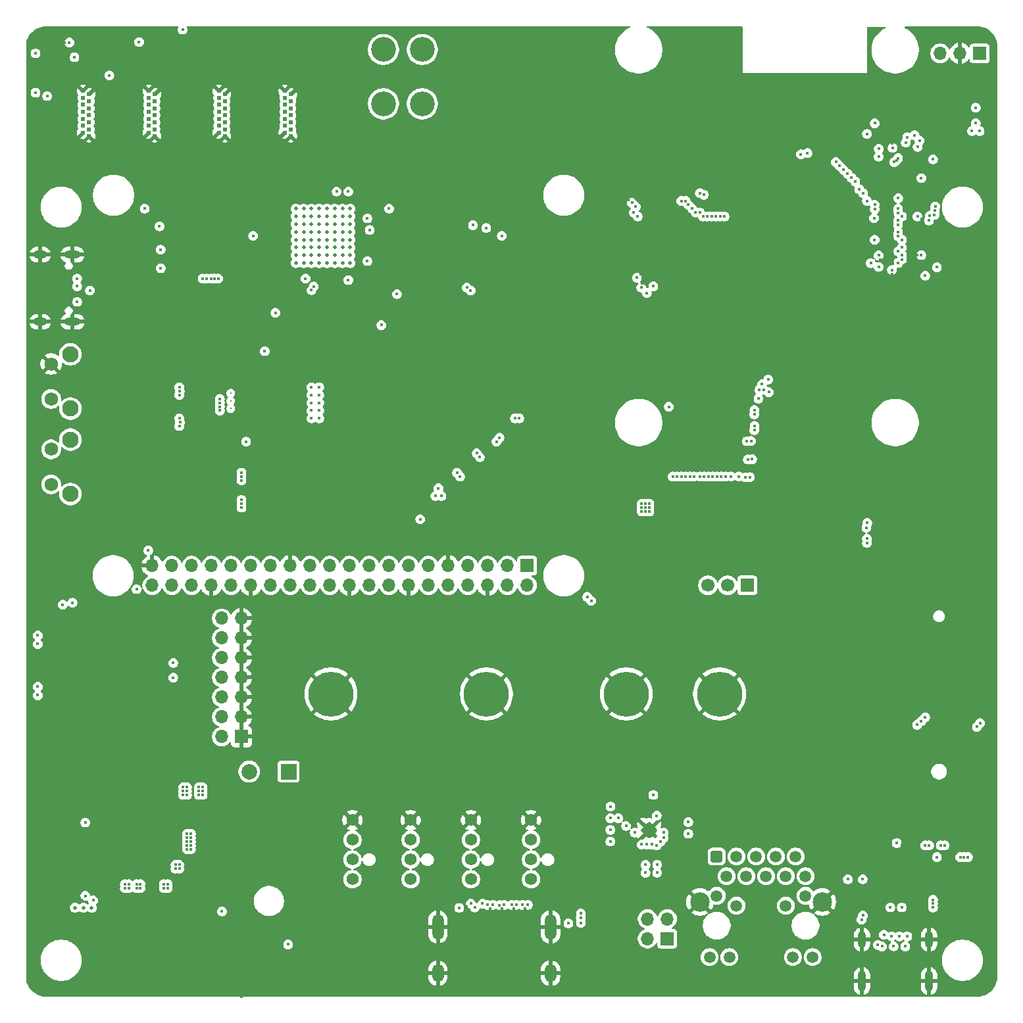
<source format=gbr>
%TF.GenerationSoftware,KiCad,Pcbnew,9.0.3*%
%TF.CreationDate,2025-08-24T22:17:20-04:00*%
%TF.ProjectId,libreboard,6c696272-6562-46f6-9172-642e6b696361,rev?*%
%TF.SameCoordinates,Original*%
%TF.FileFunction,Copper,L5,Inr*%
%TF.FilePolarity,Positive*%
%FSLAX46Y46*%
G04 Gerber Fmt 4.6, Leading zero omitted, Abs format (unit mm)*
G04 Created by KiCad (PCBNEW 9.0.3) date 2025-08-24 22:17:20*
%MOMM*%
%LPD*%
G01*
G04 APERTURE LIST*
G04 Aperture macros list*
%AMRoundRect*
0 Rectangle with rounded corners*
0 $1 Rounding radius*
0 $2 $3 $4 $5 $6 $7 $8 $9 X,Y pos of 4 corners*
0 Add a 4 corners polygon primitive as box body*
4,1,4,$2,$3,$4,$5,$6,$7,$8,$9,$2,$3,0*
0 Add four circle primitives for the rounded corners*
1,1,$1+$1,$2,$3*
1,1,$1+$1,$4,$5*
1,1,$1+$1,$6,$7*
1,1,$1+$1,$8,$9*
0 Add four rect primitives between the rounded corners*
20,1,$1+$1,$2,$3,$4,$5,0*
20,1,$1+$1,$4,$5,$6,$7,0*
20,1,$1+$1,$6,$7,$8,$9,0*
20,1,$1+$1,$8,$9,$2,$3,0*%
G04 Aperture macros list end*
%TA.AperFunction,ComponentPad*%
%ADD10R,1.700000X1.700000*%
%TD*%
%TA.AperFunction,ComponentPad*%
%ADD11O,1.700000X1.700000*%
%TD*%
%TA.AperFunction,ComponentPad*%
%ADD12O,2.100000X1.000000*%
%TD*%
%TA.AperFunction,ComponentPad*%
%ADD13O,1.800000X1.000000*%
%TD*%
%TA.AperFunction,ComponentPad*%
%ADD14RoundRect,0.250500X-0.499500X-0.499500X0.499500X-0.499500X0.499500X0.499500X-0.499500X0.499500X0*%
%TD*%
%TA.AperFunction,ComponentPad*%
%ADD15C,1.500000*%
%TD*%
%TA.AperFunction,ComponentPad*%
%ADD16C,2.500000*%
%TD*%
%TA.AperFunction,ComponentPad*%
%ADD17O,1.500000X3.300000*%
%TD*%
%TA.AperFunction,ComponentPad*%
%ADD18O,1.500000X2.300000*%
%TD*%
%TA.AperFunction,ComponentPad*%
%ADD19C,5.800000*%
%TD*%
%TA.AperFunction,ComponentPad*%
%ADD20C,3.200000*%
%TD*%
%TA.AperFunction,ComponentPad*%
%ADD21C,1.574800*%
%TD*%
%TA.AperFunction,HeatsinkPad*%
%ADD22O,1.100000X2.100000*%
%TD*%
%TA.AperFunction,HeatsinkPad*%
%ADD23O,1.100000X2.600000*%
%TD*%
%TA.AperFunction,ComponentPad*%
%ADD24C,0.300000*%
%TD*%
%TA.AperFunction,ComponentPad*%
%ADD25C,2.100000*%
%TD*%
%TA.AperFunction,ComponentPad*%
%ADD26C,1.750000*%
%TD*%
%TA.AperFunction,HeatsinkPad*%
%ADD27C,0.500000*%
%TD*%
%TA.AperFunction,ComponentPad*%
%ADD28C,0.609600*%
%TD*%
%TA.AperFunction,ComponentPad*%
%ADD29C,1.700000*%
%TD*%
%TA.AperFunction,ComponentPad*%
%ADD30C,0.499999*%
%TD*%
%TA.AperFunction,ComponentPad*%
%ADD31R,2.000000X2.000000*%
%TD*%
%TA.AperFunction,ComponentPad*%
%ADD32C,2.000000*%
%TD*%
%TA.AperFunction,ComponentPad*%
%ADD33C,0.500000*%
%TD*%
%TA.AperFunction,ViaPad*%
%ADD34C,0.450000*%
%TD*%
G04 APERTURE END LIST*
D10*
%TO.N,/+3.3v*%
%TO.C,J8*%
X181962600Y-148164100D03*
D11*
%TO.N,/+5v*%
X181962600Y-150704100D03*
%TO.N,/CM5_GPIO ( Ethernet\u002C GPIO\u002C SDCARD)/GPIO2*%
X179422600Y-148164100D03*
%TO.N,/+5v*%
X179422600Y-150704100D03*
%TO.N,/CM5_GPIO ( Ethernet\u002C GPIO\u002C SDCARD)/GPIO3*%
X176882600Y-148164100D03*
%TO.N,GND*%
X176882600Y-150704100D03*
%TO.N,/CM5_GPIO ( Ethernet\u002C GPIO\u002C SDCARD)/GPIO4*%
X174342600Y-148164100D03*
%TO.N,/CM5_GPIO ( Ethernet\u002C GPIO\u002C SDCARD)/GPIO14*%
X174342600Y-150704100D03*
%TO.N,GND*%
X171802600Y-148164100D03*
%TO.N,/CM5_GPIO ( Ethernet\u002C GPIO\u002C SDCARD)/GPIO15*%
X171802600Y-150704100D03*
%TO.N,/CM5_GPIO ( Ethernet\u002C GPIO\u002C SDCARD)/GPIO17*%
X169262600Y-148164100D03*
%TO.N,/CM5_GPIO ( Ethernet\u002C GPIO\u002C SDCARD)/GPIO18*%
X169262600Y-150704100D03*
%TO.N,/CM5_GPIO ( Ethernet\u002C GPIO\u002C SDCARD)/GPIO27*%
X166722600Y-148164100D03*
%TO.N,GND*%
X166722600Y-150704100D03*
%TO.N,/CM5_GPIO ( Ethernet\u002C GPIO\u002C SDCARD)/GPIO22*%
X164182600Y-148164100D03*
%TO.N,/CM5_GPIO ( Ethernet\u002C GPIO\u002C SDCARD)/GPIO23*%
X164182600Y-150704100D03*
%TO.N,/+3.3v*%
X161642600Y-148164100D03*
%TO.N,/CM5_GPIO ( Ethernet\u002C GPIO\u002C SDCARD)/GPIO24*%
X161642600Y-150704100D03*
%TO.N,/CM5_GPIO ( Ethernet\u002C GPIO\u002C SDCARD)/GPIO10*%
X159102600Y-148164100D03*
%TO.N,GND*%
X159102600Y-150704100D03*
%TO.N,/CM5_GPIO ( Ethernet\u002C GPIO\u002C SDCARD)/GPIO9*%
X156562600Y-148164100D03*
%TO.N,/CM5_GPIO ( Ethernet\u002C GPIO\u002C SDCARD)/GPIO25*%
X156562600Y-150704100D03*
%TO.N,/CM5_GPIO ( Ethernet\u002C GPIO\u002C SDCARD)/GPIO11*%
X154022600Y-148164100D03*
%TO.N,/CM5_GPIO ( Ethernet\u002C GPIO\u002C SDCARD)/GPIO8*%
X154022600Y-150704100D03*
%TO.N,GND*%
X151482600Y-148164100D03*
%TO.N,/CM5_GPIO ( Ethernet\u002C GPIO\u002C SDCARD)/GPIO7*%
X151482600Y-150704100D03*
%TO.N,/CM5_GPIO ( Ethernet\u002C GPIO\u002C SDCARD)/ID_SD*%
X148942600Y-148164100D03*
%TO.N,/CM5_GPIO ( Ethernet\u002C GPIO\u002C SDCARD)/ID_SC*%
X148942600Y-150704100D03*
%TO.N,/CM5_GPIO ( Ethernet\u002C GPIO\u002C SDCARD)/GPIO5*%
X146402600Y-148164100D03*
%TO.N,GND*%
X146402600Y-150704100D03*
%TO.N,/CM5_GPIO ( Ethernet\u002C GPIO\u002C SDCARD)/GPIO6*%
X143862600Y-148164100D03*
%TO.N,/CM5_GPIO ( Ethernet\u002C GPIO\u002C SDCARD)/GPIO12*%
X143862600Y-150704100D03*
%TO.N,/CM5_GPIO ( Ethernet\u002C GPIO\u002C SDCARD)/GPIO13*%
X141322600Y-148164100D03*
%TO.N,GND*%
X141322600Y-150704100D03*
%TO.N,/CM5_GPIO ( Ethernet\u002C GPIO\u002C SDCARD)/GPIO19*%
X138782600Y-148164100D03*
%TO.N,/CM5_GPIO ( Ethernet\u002C GPIO\u002C SDCARD)/GPIO16*%
X138782600Y-150704100D03*
%TO.N,/CM5_GPIO ( Ethernet\u002C GPIO\u002C SDCARD)/GPIO26*%
X136242600Y-148164100D03*
%TO.N,/CM5_GPIO ( Ethernet\u002C GPIO\u002C SDCARD)/GPIO20*%
X136242600Y-150704100D03*
%TO.N,GND*%
X133702600Y-148164100D03*
%TO.N,/CM5_GPIO ( Ethernet\u002C GPIO\u002C SDCARD)/GPIO21*%
X133702600Y-150704100D03*
%TD*%
D10*
%TO.N,/CM5_GPIO ( Ethernet\u002C GPIO\u002C SDCARD)/TR1_TAP*%
%TO.C,J9*%
X199998891Y-196224302D03*
D11*
%TO.N,/CM5_GPIO ( Ethernet\u002C GPIO\u002C SDCARD)/TR2_TAP*%
X197458891Y-196224302D03*
%TO.N,/CM5_GPIO ( Ethernet\u002C GPIO\u002C SDCARD)/TR0_TAP*%
X199998891Y-193684302D03*
%TO.N,/CM5_GPIO ( Ethernet\u002C GPIO\u002C SDCARD)/TR3_TAP*%
X197458891Y-193684302D03*
%TD*%
D12*
%TO.N,GND*%
%TO.C,J11*%
X123478891Y-108134100D03*
D13*
X119298891Y-108134100D03*
D12*
X123478891Y-116774100D03*
D13*
X119298891Y-116774100D03*
%TD*%
D14*
%TO.N,/CM5_GPIO ( Ethernet\u002C GPIO\u002C SDCARD)/TRD0_P*%
%TO.C,U3*%
X206363891Y-185644302D03*
D15*
%TO.N,/CM5_GPIO ( Ethernet\u002C GPIO\u002C SDCARD)/TRD0_N*%
X207633891Y-188184302D03*
%TO.N,/CM5_GPIO ( Ethernet\u002C GPIO\u002C SDCARD)/TRD1_P*%
X208903891Y-185644302D03*
%TO.N,Net-(C1-Pad1)*%
X210173891Y-188184302D03*
X211443891Y-185644302D03*
%TO.N,/CM5_GPIO ( Ethernet\u002C GPIO\u002C SDCARD)/TRD1_N*%
X212713891Y-188184302D03*
%TO.N,/CM5_GPIO ( Ethernet\u002C GPIO\u002C SDCARD)/TRD2_P*%
X213983891Y-185644302D03*
%TO.N,/CM5_GPIO ( Ethernet\u002C GPIO\u002C SDCARD)/TRD2_N*%
X215253891Y-188184302D03*
%TO.N,/CM5_GPIO ( Ethernet\u002C GPIO\u002C SDCARD)/TRD3_P*%
X216523891Y-185644302D03*
%TO.N,/CM5_GPIO ( Ethernet\u002C GPIO\u002C SDCARD)/TRD3_N*%
X217793891Y-188184302D03*
%TO.N,/CM5_GPIO ( Ethernet\u002C GPIO\u002C SDCARD)/TR0_TAP*%
X206363891Y-190704302D03*
%TO.N,/CM5_GPIO ( Ethernet\u002C GPIO\u002C SDCARD)/TR1_TAP*%
X208903891Y-191974302D03*
%TO.N,/CM5_GPIO ( Ethernet\u002C GPIO\u002C SDCARD)/TR2_TAP*%
X215253891Y-191974302D03*
%TO.N,/CM5_GPIO ( Ethernet\u002C GPIO\u002C SDCARD)/TR3_TAP*%
X217793891Y-190704302D03*
%TO.N,/+3.3v*%
X205448891Y-198594302D03*
%TO.N,Net-(U3-LEDY_K)*%
X207988891Y-198594302D03*
%TO.N,/+3.3v*%
X216168891Y-198594302D03*
%TO.N,Net-(U3-LEDG_K)*%
X218708891Y-198594302D03*
D16*
%TO.N,GND*%
X204203891Y-191484302D03*
X219953891Y-191484302D03*
%TD*%
D17*
%TO.N,GND*%
%TO.C,J22*%
X184978891Y-194704302D03*
X170478891Y-194704302D03*
D18*
X170478891Y-200664302D03*
X184978891Y-200664302D03*
%TD*%
D10*
%TO.N,GND*%
%TO.C,J2*%
X145202600Y-170204100D03*
D11*
%TO.N,/CM5_GPIO ( Ethernet\u002C GPIO\u002C SDCARD)/nRPIBOOT*%
X142662600Y-170204100D03*
%TO.N,GND*%
X145202600Y-167664100D03*
%TO.N,/CM5_GPIO ( Ethernet\u002C GPIO\u002C SDCARD)/EEPROM_nWP*%
X142662600Y-167664100D03*
%TO.N,GND*%
X145202600Y-165124100D03*
%TO.N,/CM5_GPIO ( Ethernet\u002C GPIO\u002C SDCARD)/SYNC_OUT*%
X142662600Y-165124100D03*
%TO.N,GND*%
X145202600Y-162584100D03*
%TO.N,unconnected-(J2-Pin_8-Pad8)*%
X142662600Y-162584100D03*
%TO.N,GND*%
X145202600Y-160044100D03*
%TO.N,/CM5_GPIO ( Ethernet\u002C GPIO\u002C SDCARD)/USBOTG*%
X142662600Y-160044100D03*
%TO.N,GND*%
X145202600Y-157504100D03*
%TO.N,/CM5_GPIO ( Ethernet\u002C GPIO\u002C SDCARD)/PMIC_ENABLE*%
X142662600Y-157504100D03*
%TO.N,GND*%
X145202600Y-154964100D03*
%TO.N,/CM5_GPIO ( Ethernet\u002C GPIO\u002C SDCARD)/PWR_BUT*%
X142662600Y-154964100D03*
%TD*%
D10*
%TO.N,/CM5_GPIO ( Ethernet\u002C GPIO\u002C SDCARD)/WL_nDis*%
%TO.C,J3*%
X240202600Y-82204100D03*
D11*
%TO.N,GND*%
X237662600Y-82204100D03*
%TO.N,/CM5_GPIO ( Ethernet\u002C GPIO\u002C SDCARD)/BT_nDis*%
X235122600Y-82204100D03*
%TD*%
D19*
%TO.N,GND*%
%TO.C,J4*%
X206727600Y-164704100D03*
X194727600Y-164704100D03*
X176727600Y-164704100D03*
X156727600Y-164704100D03*
%TD*%
D20*
%TO.N,GND*%
%TO.C,J101*%
X184478891Y-81704302D03*
X184478891Y-88704302D03*
X189478891Y-81704302D03*
X189478891Y-88704302D03*
%TD*%
D21*
%TO.N,GND*%
%TO.C,J53*%
X166978891Y-180954302D03*
%TO.N,+12V*%
X166978891Y-183494302D03*
%TO.N,Net-(U10-TACH3)*%
X166978891Y-186034302D03*
%TO.N,Net-(U10-PWM3)*%
X166978891Y-188574302D03*
%TD*%
%TO.N,GND*%
%TO.C,J54*%
X182478891Y-180954302D03*
%TO.N,+12V*%
X182478891Y-183494302D03*
%TO.N,Net-(U10-TACH4)*%
X182478891Y-186034302D03*
%TO.N,Net-(U10-PWM4)*%
X182478891Y-188574302D03*
%TD*%
D22*
%TO.N,GND*%
%TO.C,J15*%
X225062600Y-196324100D03*
D23*
X225062600Y-201684100D03*
D22*
X233702600Y-196324100D03*
D23*
X233702600Y-201684100D03*
%TD*%
D24*
%TO.N,N/C*%
%TO.C,U14*%
X143812600Y-127954100D03*
X143812600Y-126954100D03*
X143812600Y-125954100D03*
%TD*%
D25*
%TO.N,*%
%TO.C,SW2*%
X123192600Y-138954100D03*
X123192600Y-131944100D03*
D26*
%TO.N,unconnected-(SW2-Pad1)*%
X120702600Y-137704100D03*
%TO.N,unconnected-(SW2-Pad2)*%
X120702600Y-133204100D03*
%TD*%
D21*
%TO.N,GND*%
%TO.C,J52*%
X174728891Y-180954302D03*
%TO.N,+12V*%
X174728891Y-183494302D03*
%TO.N,Net-(U10-TACH2)*%
X174728891Y-186034302D03*
%TO.N,Net-(U10-PWM2)*%
X174728891Y-188574302D03*
%TD*%
D27*
%TO.N,GND*%
%TO.C,U10*%
X196877600Y-181429100D03*
X196877600Y-182229100D03*
X196877600Y-183029100D03*
X197677600Y-181429100D03*
X197677600Y-182229100D03*
X197677600Y-183029100D03*
X198477600Y-181429100D03*
X198477600Y-182229100D03*
X198477600Y-183029100D03*
%TD*%
D25*
%TO.N,*%
%TO.C,SW1*%
X123192600Y-127954100D03*
X123192600Y-120944100D03*
D26*
%TO.N,/CM5_GPIO ( Ethernet\u002C GPIO\u002C SDCARD)/PWR_BUT*%
X120702600Y-126704100D03*
%TO.N,GND*%
X120702600Y-122204100D03*
%TD*%
D28*
%TO.N,GND*%
%TO.C,J6*%
X134059200Y-87481200D03*
%TO.N,/CM5_HighSpeed/USB2_VBUS*%
X134059200Y-88381201D03*
%TO.N,Net-(J6-CC1)*%
X134059200Y-89281199D03*
%TO.N,Net-(J6-DP1)*%
X134059200Y-90181200D03*
%TO.N,Net-(J6-DN1)*%
X134059200Y-91081200D03*
%TO.N,/CM5_HighSpeed/USB2_VBUS*%
X134059200Y-91981199D03*
%TO.N,GND*%
X134059200Y-92881199D03*
X133279199Y-92431199D03*
%TO.N,/CM5_HighSpeed/USB2_VBUS*%
X133279199Y-91531199D03*
%TO.N,Net-(J6-CC2)*%
X133279199Y-90631200D03*
%TO.N,Net-(J6-DP1)*%
X133279199Y-89731200D03*
%TO.N,Net-(J6-DN1)*%
X133279199Y-88831199D03*
%TO.N,/CM5_HighSpeed/USB2_VBUS*%
X133279199Y-87931201D03*
%TO.N,GND*%
X133279199Y-87031200D03*
%TD*%
D10*
%TO.N,unconnected-(J19-Pin_1-Pad1)*%
%TO.C,J19*%
X210302600Y-150704100D03*
D29*
%TO.N,unconnected-(J19-Pin_2-Pad2)*%
X207762600Y-150704100D03*
%TO.N,unconnected-(J19-Pin_3-Pad3)*%
X205222600Y-150704100D03*
%TD*%
D21*
%TO.N,GND*%
%TO.C,J51*%
X159478891Y-180954302D03*
%TO.N,+12V*%
X159478891Y-183494302D03*
%TO.N,Net-(J51-TACH)*%
X159478891Y-186034302D03*
%TO.N,Net-(J51-PWM)*%
X159478891Y-188574302D03*
%TD*%
D28*
%TO.N,GND*%
%TO.C,J10*%
X143072800Y-87481200D03*
%TO.N,/CM5_HighSpeed/USB2_VBUS*%
X143072800Y-88381201D03*
%TO.N,Net-(J10-CC1)*%
X143072800Y-89281199D03*
%TO.N,Net-(J10-DP1)*%
X143072800Y-90181200D03*
%TO.N,Net-(J10-DN1)*%
X143072800Y-91081200D03*
%TO.N,/CM5_HighSpeed/USB2_VBUS*%
X143072800Y-91981199D03*
%TO.N,GND*%
X143072800Y-92881199D03*
X142292799Y-92431199D03*
%TO.N,/CM5_HighSpeed/USB2_VBUS*%
X142292799Y-91531199D03*
%TO.N,Net-(J10-CC2)*%
X142292799Y-90631200D03*
%TO.N,Net-(J10-DP1)*%
X142292799Y-89731200D03*
%TO.N,Net-(J10-DN1)*%
X142292799Y-88831199D03*
%TO.N,/CM5_HighSpeed/USB2_VBUS*%
X142292799Y-87931201D03*
%TO.N,GND*%
X142292799Y-87031200D03*
%TD*%
D30*
%TO.N,N/C*%
%TO.C,U4*%
X125937602Y-192234099D03*
X124862600Y-192234099D03*
X123787598Y-192234099D03*
%TD*%
D31*
%TO.N,+12V*%
%TO.C,D4*%
X151282600Y-174704100D03*
D32*
%TO.N,Net-(D4-A)*%
X146202600Y-174704100D03*
%TD*%
D20*
%TO.N,+VDC*%
%TO.C,J100*%
X163478891Y-81704302D03*
X163478891Y-88704302D03*
X168478891Y-81704302D03*
X168478891Y-88704302D03*
%TD*%
D28*
%TO.N,GND*%
%TO.C,J17*%
X151559200Y-87481200D03*
%TO.N,/CM5_HighSpeed/USB2_VBUS*%
X151559200Y-88381201D03*
%TO.N,Net-(J17-CC1)*%
X151559200Y-89281199D03*
%TO.N,Net-(J17-DP1)*%
X151559200Y-90181200D03*
%TO.N,Net-(J17-DN1)*%
X151559200Y-91081200D03*
%TO.N,/CM5_HighSpeed/USB2_VBUS*%
X151559200Y-91981199D03*
%TO.N,GND*%
X151559200Y-92881199D03*
X150779199Y-92431199D03*
%TO.N,/CM5_HighSpeed/USB2_VBUS*%
X150779199Y-91531199D03*
%TO.N,Net-(J17-CC2)*%
X150779199Y-90631200D03*
%TO.N,Net-(J17-DP1)*%
X150779199Y-89731200D03*
%TO.N,Net-(J17-DN1)*%
X150779199Y-88831199D03*
%TO.N,/CM5_HighSpeed/USB2_VBUS*%
X150779199Y-87931201D03*
%TO.N,GND*%
X150779199Y-87031200D03*
%TD*%
%TO.N,GND*%
%TO.C,J1*%
X125600000Y-87481200D03*
%TO.N,/CM5_HighSpeed/USB2_VBUS*%
X125600000Y-88381201D03*
%TO.N,Net-(J1-CC1)*%
X125600000Y-89281199D03*
%TO.N,Net-(J1-DP1)*%
X125600000Y-90181200D03*
%TO.N,Net-(J1-DN1)*%
X125600000Y-91081200D03*
%TO.N,/CM5_HighSpeed/USB2_VBUS*%
X125600000Y-91981199D03*
%TO.N,GND*%
X125600000Y-92881199D03*
X124819999Y-92431199D03*
%TO.N,/CM5_HighSpeed/USB2_VBUS*%
X124819999Y-91531199D03*
%TO.N,Net-(J1-CC2)*%
X124819999Y-90631200D03*
%TO.N,Net-(J1-DP1)*%
X124819999Y-89731200D03*
%TO.N,Net-(J1-DN1)*%
X124819999Y-88831199D03*
%TO.N,/CM5_HighSpeed/USB2_VBUS*%
X124819999Y-87931201D03*
%TO.N,GND*%
X124819999Y-87031200D03*
%TD*%
D33*
%TO.N,unconnected-(U11-VSS-Pad65)*%
%TO.C,U11*%
X152202600Y-102204100D03*
X152202600Y-103204100D03*
X152202600Y-104204100D03*
X152202600Y-105204100D03*
X152202600Y-106204100D03*
X152202600Y-107204100D03*
X152202600Y-108204100D03*
X152202600Y-109204100D03*
X153202600Y-102204100D03*
X153202600Y-103204100D03*
X153202600Y-104204100D03*
X153202600Y-105204100D03*
X153202600Y-106204100D03*
X153202600Y-107204100D03*
X153202600Y-108204100D03*
X153202600Y-109204100D03*
X154202600Y-102204100D03*
X154202600Y-103204100D03*
X154202600Y-104204100D03*
X154202600Y-105204100D03*
X154202600Y-106204100D03*
X154202600Y-107204100D03*
X154202600Y-108204100D03*
X154202600Y-109204100D03*
X155202600Y-102204100D03*
X155202600Y-103204100D03*
X155202600Y-104204100D03*
X155202600Y-105204100D03*
X155202600Y-106204100D03*
X155202600Y-107204100D03*
X155202600Y-108204100D03*
X155202600Y-109204100D03*
X156202600Y-102204100D03*
X156202600Y-103204100D03*
X156202600Y-104204100D03*
X156202600Y-105204100D03*
X156202600Y-106204100D03*
X156202600Y-107204100D03*
X156202600Y-108204100D03*
X156202600Y-109204100D03*
X157202600Y-102204100D03*
X157202600Y-103204100D03*
X157202600Y-104204100D03*
X157202600Y-105204100D03*
X157202600Y-106204100D03*
X157202600Y-107204100D03*
X157202600Y-108204100D03*
X157202600Y-109204100D03*
X158202600Y-102204100D03*
X158202600Y-103204100D03*
X158202600Y-104204100D03*
X158202600Y-105204100D03*
X158202600Y-106204100D03*
X158202600Y-107204100D03*
X158202600Y-108204100D03*
X158202600Y-109204100D03*
X159202600Y-102204100D03*
X159202600Y-103204100D03*
X159202600Y-104204100D03*
X159202600Y-105204100D03*
X159202600Y-106204100D03*
X159202600Y-107204100D03*
X159202600Y-108204100D03*
X159202600Y-109204100D03*
%TD*%
D34*
%TO.N,Net-(U13-OUT)*%
X163202600Y-117204100D03*
X165202600Y-113204100D03*
%TO.N,Net-(C34-Pad1)*%
X164202600Y-102204100D03*
%TO.N,+VDC*%
X142422600Y-127704100D03*
X142422600Y-127204100D03*
X142422600Y-128204100D03*
%TO.N,/CM5_HighSpeed/VBUS_EN*%
X209202600Y-136704100D03*
X200202600Y-127704100D03*
X223252600Y-188566600D03*
%TO.N,/+5v*%
X238202600Y-185704100D03*
%TO.N,GND*%
X238702600Y-187704100D03*
X237702600Y-187704100D03*
%TO.N,/+5v*%
X238702600Y-185704100D03*
X237702600Y-185704100D03*
%TO.N,GND*%
X237702600Y-194704100D03*
X237702600Y-195204100D03*
X237702600Y-194204100D03*
X230202600Y-190704100D03*
X230202600Y-191204100D03*
X230202600Y-190204100D03*
X230702600Y-184204100D03*
X230202600Y-184204100D03*
X230222600Y-185704100D03*
X230428891Y-183645711D03*
X235702600Y-182204100D03*
X235202600Y-182204100D03*
X233702600Y-182204100D03*
X233202600Y-182204100D03*
X229202600Y-180704100D03*
X229702600Y-180704100D03*
X231202600Y-180704100D03*
X231702600Y-180704100D03*
X231328891Y-182704100D03*
X235702600Y-180704100D03*
X235202600Y-180704100D03*
X233702600Y-180704100D03*
X233202600Y-180704100D03*
X238202600Y-187704100D03*
X240702600Y-190704100D03*
X240702600Y-191204100D03*
X240702600Y-191704100D03*
X240202600Y-191704100D03*
X240202600Y-191204100D03*
X240202600Y-190704100D03*
X230222600Y-188704100D03*
%TO.N,/+5v*%
X225152600Y-188566600D03*
%TO.N,GND*%
X232382600Y-195914100D03*
X232482600Y-197214100D03*
%TO.N,/CM5_HighSpeed/USB3_VBUS*%
X234202600Y-191204100D03*
X234202600Y-191704100D03*
X234202600Y-192204100D03*
X230632600Y-197214100D03*
X230882600Y-195914100D03*
X227882600Y-195704100D03*
%TO.N,*%
X132026483Y-80750393D03*
X137626483Y-79150393D03*
%TO.N,GND*%
X139202600Y-125204100D03*
X227343053Y-107024415D03*
X141226483Y-79150393D03*
X195026309Y-98650393D03*
X131702600Y-186704100D03*
X145702600Y-120554100D03*
X181728891Y-195704302D03*
X203426309Y-86150393D03*
X226276309Y-79250393D03*
X239477600Y-154354100D03*
X216326309Y-85050393D03*
X129066309Y-180523898D03*
X209526309Y-87750393D03*
X239477600Y-175054100D03*
X178728891Y-192354302D03*
X241702600Y-162054302D03*
X165202600Y-106704100D03*
X177228891Y-192354302D03*
X132066309Y-181523898D03*
X174178891Y-192066802D03*
X181728891Y-192354302D03*
X129066309Y-180023898D03*
X160927600Y-118154100D03*
X124612600Y-191284101D03*
X127066309Y-185023898D03*
X120702600Y-185984100D03*
X195276309Y-110675393D03*
X177228891Y-201754302D03*
X233702600Y-186724100D03*
X165162600Y-98704100D03*
X136702600Y-109704100D03*
X135202600Y-182704100D03*
X135202600Y-184204100D03*
X130702600Y-186704100D03*
X139202600Y-126204100D03*
X193702600Y-102250393D03*
X132066309Y-181023898D03*
X135202600Y-183204100D03*
X132202600Y-186204100D03*
X229026309Y-105050393D03*
X130066309Y-180523898D03*
X157202600Y-197204100D03*
X193626309Y-111880403D03*
X165202600Y-108704100D03*
X131066309Y-180023898D03*
X141728891Y-203504302D03*
X201326309Y-86270393D03*
X154202600Y-197204100D03*
X156552600Y-116039774D03*
X131702600Y-186204100D03*
X198326309Y-110850393D03*
X238478891Y-173054302D03*
X158702600Y-196954302D03*
X121066309Y-184023898D03*
X135202600Y-183704100D03*
X140702600Y-105204100D03*
X227426309Y-108750393D03*
X139202600Y-125704100D03*
X132202600Y-186704100D03*
X143302600Y-140204100D03*
X211828891Y-201284302D03*
X124053891Y-115654100D03*
X136752600Y-100204100D03*
X142202600Y-105204100D03*
X143302600Y-136704100D03*
X130066309Y-180023898D03*
X231076309Y-113550393D03*
X195026309Y-108250393D03*
X136702600Y-110204100D03*
X208478891Y-181234302D03*
X198126309Y-96260403D03*
X135702600Y-184204100D03*
X194971918Y-106866120D03*
X235426309Y-100050393D03*
X196626309Y-106850393D03*
X228926309Y-98670403D03*
X195026309Y-105860403D03*
X119566309Y-184023898D03*
X231776309Y-114850393D03*
X241702600Y-165204100D03*
X141702600Y-105204100D03*
X133702600Y-102204100D03*
X189828891Y-191554302D03*
X241702600Y-155704100D03*
X234702600Y-186664100D03*
X142202600Y-104704100D03*
X174228891Y-195654302D03*
X230651762Y-100187216D03*
X233526309Y-84050393D03*
X209176309Y-79350393D03*
X232126309Y-108204100D03*
X130202600Y-186704100D03*
X199826309Y-79400393D03*
X230526309Y-104650393D03*
X165162600Y-100704100D03*
X165202600Y-105704100D03*
X227026309Y-132650393D03*
X142477600Y-133704100D03*
X141202600Y-105204100D03*
X157128891Y-163654302D03*
X130702600Y-186204100D03*
X196728176Y-102242923D03*
X141702600Y-104704100D03*
X232026309Y-132550393D03*
X165162600Y-101704100D03*
X225776309Y-85050393D03*
X140702600Y-104704100D03*
X198126309Y-98660403D03*
X210678891Y-181834302D03*
X145178891Y-203716802D03*
X230521271Y-109781766D03*
X122402600Y-80804100D03*
X196726309Y-111820383D03*
X209176309Y-80750393D03*
X195026309Y-103450393D03*
X196726309Y-99850393D03*
X158702600Y-118204100D03*
X139202600Y-130204100D03*
X241702600Y-168204100D03*
X241702600Y-163704100D03*
X165162600Y-99704100D03*
X196626309Y-110650393D03*
X165202600Y-110704100D03*
X227471297Y-101050393D03*
X195126309Y-104550393D03*
X131066309Y-181523898D03*
X209176309Y-82150393D03*
X227702600Y-114204100D03*
X204926309Y-86150393D03*
X232026309Y-120750393D03*
X141202600Y-104704100D03*
X165202600Y-114204100D03*
X241702600Y-169704100D03*
X230428891Y-182945711D03*
X182778891Y-191566802D03*
X165202600Y-111704100D03*
X232126309Y-126450393D03*
X127566309Y-185023898D03*
X230626309Y-101350393D03*
X160202600Y-196954302D03*
X229026309Y-103050393D03*
X196326309Y-109650393D03*
X165202600Y-109704100D03*
X217926309Y-87050393D03*
X150702600Y-115569774D03*
X214546450Y-181327196D03*
X193662600Y-179204100D03*
X195202600Y-97450393D03*
X214478891Y-183434302D03*
X129066309Y-181023898D03*
X132066309Y-180023898D03*
X131066309Y-180523898D03*
X218776309Y-85050393D03*
X139202600Y-129204100D03*
X228976309Y-110650393D03*
X155702600Y-196954302D03*
X165162600Y-97704100D03*
X135702600Y-183704100D03*
X130066309Y-181523898D03*
X232702600Y-104704100D03*
X198126309Y-93840383D03*
X221076309Y-85050393D03*
X158202600Y-115589774D03*
X208478891Y-183434302D03*
X178728891Y-195704302D03*
X196726309Y-108250393D03*
X139202600Y-129704100D03*
X184728891Y-201554302D03*
X199926309Y-82712893D03*
X165202600Y-107704100D03*
X130202600Y-186204100D03*
X196726309Y-97450393D03*
X228926309Y-93835383D03*
X195026309Y-109550393D03*
X130066309Y-181023898D03*
X153202600Y-115589774D03*
X238478891Y-174054302D03*
X241702600Y-157554302D03*
X180228891Y-192354302D03*
X131066309Y-181023898D03*
X161702600Y-196954302D03*
X177228891Y-195704302D03*
X132066309Y-180523898D03*
X129066309Y-181523898D03*
X241702600Y-166704100D03*
X220426309Y-116950393D03*
X196726309Y-105850393D03*
X235226309Y-88550393D03*
X121566309Y-184023898D03*
X227426309Y-105050393D03*
X135702600Y-183204100D03*
X222678891Y-201184302D03*
X136702600Y-107204100D03*
X195026309Y-101050393D03*
X124337254Y-189634100D03*
X198126309Y-101060403D03*
X136702600Y-107704100D03*
X230202600Y-176404100D03*
X122572600Y-189674100D03*
X152702600Y-196954302D03*
X223176309Y-85050393D03*
X226526309Y-120850393D03*
X234702600Y-94204100D03*
X124053891Y-109254100D03*
X232706299Y-103564324D03*
X209176309Y-83750393D03*
X229052878Y-109257020D03*
X180228891Y-195704302D03*
X234426309Y-99550393D03*
X227426309Y-103050393D03*
X135202600Y-184704100D03*
X120066309Y-184023898D03*
X230626309Y-99050393D03*
X226426309Y-111250393D03*
X120566309Y-184023898D03*
X165202600Y-104704100D03*
X135702600Y-184704100D03*
X229007109Y-107047169D03*
X214026309Y-85050393D03*
X212078891Y-181834302D03*
X238702600Y-168204100D03*
X238702600Y-169704100D03*
X241702600Y-159054302D03*
X135702600Y-182704100D03*
X226176309Y-84150393D03*
X131202600Y-186704100D03*
X228976309Y-110650393D03*
X223726309Y-114250393D03*
X131202600Y-186204100D03*
%TO.N,/CM5_GPIO ( Ethernet\u002C GPIO\u002C SDCARD)/nRPIBOOT*%
X232226309Y-94250393D03*
%TO.N,/CM5_GPIO ( Ethernet\u002C GPIO\u002C SDCARD)/EEPROM_nWP*%
X226187434Y-109219266D03*
%TO.N,/CM5_GPIO ( Ethernet\u002C GPIO\u002C SDCARD)/SYNC_OUT*%
X227202600Y-109704100D03*
%TO.N,/CM5_GPIO ( Ethernet\u002C GPIO\u002C SDCARD)/USBOTG*%
X197366309Y-113075395D03*
X131702600Y-151204100D03*
%TO.N,/+3.3v*%
X196702600Y-140704100D03*
X151202600Y-196954302D03*
X197702600Y-140704100D03*
X229487601Y-95989101D03*
X230192600Y-192184100D03*
X197702600Y-140204100D03*
X229202600Y-96204100D03*
X192682600Y-183704100D03*
X197202600Y-141204100D03*
X198702600Y-187714100D03*
X196702600Y-140204100D03*
X192682600Y-180704100D03*
X136427600Y-162604100D03*
X202702600Y-182704100D03*
X195815100Y-182554100D03*
X118702600Y-82204100D03*
X197202600Y-140204100D03*
X146702600Y-105704100D03*
X118702600Y-87279100D03*
X202702600Y-181204100D03*
X192682600Y-182204100D03*
X197702600Y-141204100D03*
X123702600Y-82704100D03*
X198202600Y-177704100D03*
X229702600Y-95704100D03*
X228702600Y-192184100D03*
X197202600Y-187724100D03*
X192702600Y-179204100D03*
X197202600Y-140704100D03*
X149570307Y-115609774D03*
X196702600Y-141204100D03*
%TO.N,/CM5_GPIO ( Ethernet\u002C GPIO\u002C SDCARD)/PMIC_ENABLE*%
X230876309Y-93000393D03*
%TO.N,/CM5_GPIO ( Ethernet\u002C GPIO\u002C SDCARD)/PWR_BUT*%
X227202600Y-95516097D03*
X133202600Y-146204100D03*
%TO.N,/+5v*%
X235702600Y-184204100D03*
X233202600Y-184204100D03*
X154202600Y-129204100D03*
X188880176Y-194182016D03*
X155202600Y-129204100D03*
X154202600Y-126204100D03*
X154202600Y-125204100D03*
X154202600Y-128204100D03*
X233702600Y-184204100D03*
X188878891Y-193564302D03*
X234202600Y-95850393D03*
X155202600Y-126204100D03*
X234702600Y-185704100D03*
X155202600Y-128204100D03*
X235202600Y-184204100D03*
X239202600Y-92204100D03*
X155202600Y-125204100D03*
X148202600Y-120554100D03*
X188880176Y-192967446D03*
X187278891Y-194234302D03*
X155202600Y-127204100D03*
X240202600Y-92204100D03*
X154202600Y-127204100D03*
%TO.N,/CM5_HighSpeed/PCIE_RX_N*%
X211202600Y-128704100D03*
X225626922Y-143295988D03*
%TO.N,/CM5_HighSpeed/PCIE_RX_P*%
X225734383Y-142672317D03*
X211209381Y-128147316D03*
%TO.N,/CM5_HighSpeed/PCIE_TX_N*%
X211201570Y-130721340D03*
X225695819Y-145260884D03*
%TO.N,/CM5_HighSpeed/PCIE_TX_P*%
X211234383Y-130172317D03*
X225702600Y-144704100D03*
%TO.N,/CM5_HighSpeed/PCIE_nCLKREQ*%
X232702600Y-168204100D03*
X212386768Y-125519932D03*
%TO.N,/CM5_HighSpeed/PCIE_CLK_N*%
X240252600Y-168454100D03*
X212993102Y-124204100D03*
%TO.N,/CM5_HighSpeed/PCIE_CLK_P*%
X239852600Y-168929102D03*
X212202600Y-124807807D03*
%TO.N,/CM5_HighSpeed/DPHY0_D0_N*%
X207356131Y-103202998D03*
X208202600Y-136704100D03*
%TO.N,/CM5_HighSpeed/DPHY0_D0_P*%
X206804619Y-103203030D03*
X207502618Y-136704100D03*
%TO.N,/CM5_HighSpeed/DPHY0_D1_N*%
X206952615Y-136704100D03*
X206253374Y-103203329D03*
%TO.N,/CM5_HighSpeed/DPHY0_D1_P*%
X205702600Y-103204100D03*
X206402612Y-136704100D03*
%TO.N,/CM5_HighSpeed/DPHY0_C_N*%
X205151826Y-103203329D03*
X205852609Y-136704100D03*
%TO.N,/CM5_HighSpeed/DPHY0_C_P*%
X205302606Y-136704100D03*
X204600600Y-103203011D03*
%TO.N,/CM5_HighSpeed/DPHY0_D2_N*%
X204202600Y-102704100D03*
X204752603Y-136704100D03*
%TO.N,/CM5_HighSpeed/DPHY0_D2_P*%
X203651826Y-102703329D03*
X204202600Y-136704100D03*
%TO.N,/CM5_HighSpeed/DPHY0_D3_N*%
X203452615Y-136704100D03*
X203202600Y-102204100D03*
%TO.N,/CM5_HighSpeed/DPHY0_D3_P*%
X202902612Y-136704100D03*
X202730270Y-101704100D03*
%TO.N,/CM5_GPIO ( Ethernet\u002C GPIO\u002C SDCARD)/CAM_GPIO0*%
X225702600Y-92579100D03*
X232471309Y-93450393D03*
X202352609Y-101204100D03*
X231826309Y-92750393D03*
X202352609Y-136704100D03*
%TO.N,/CM5_GPIO ( Ethernet\u002C GPIO\u002C SDCARD)/CAM_GPIO1*%
X201802606Y-136704100D03*
X201802606Y-101204100D03*
%TO.N,/CM5_HighSpeed/SCL0*%
X201252603Y-136704100D03*
X204710736Y-100414578D03*
%TO.N,/CM5_HighSpeed/SDA0*%
X204202600Y-100204100D03*
X200702600Y-136704100D03*
%TO.N,/CM5_GPIO ( Ethernet\u002C GPIO\u002C SDCARD)/ID_SC*%
X194702600Y-181704100D03*
X189702600Y-152204100D03*
X230202600Y-106204100D03*
%TO.N,/CM5_GPIO ( Ethernet\u002C GPIO\u002C SDCARD)/ID_SD*%
X226687434Y-106219266D03*
X193702600Y-180704100D03*
X190202600Y-152704100D03*
%TO.N,/CM5_GPIO ( Ethernet\u002C GPIO\u002C SDCARD)/SD_DAT1*%
X234441308Y-102465392D03*
X118993891Y-157164302D03*
%TO.N,/CM5_GPIO ( Ethernet\u002C GPIO\u002C SDCARD)/SD_DAT0*%
X118993891Y-158264302D03*
X234391308Y-103015392D03*
%TO.N,/CM5_GPIO ( Ethernet\u002C GPIO\u002C SDCARD)/SD_CLK*%
X233676308Y-103730392D03*
X122202600Y-153204100D03*
%TO.N,/CM5_GPIO ( Ethernet\u002C GPIO\u002C SDCARD)/SD_CMD*%
X229726309Y-100850393D03*
X123452600Y-152954100D03*
%TO.N,/CM5_GPIO ( Ethernet\u002C GPIO\u002C SDCARD)/SD_DAT3*%
X118993891Y-163764302D03*
X233791308Y-103115392D03*
%TO.N,/CM5_GPIO ( Ethernet\u002C GPIO\u002C SDCARD)/SD_DAT2*%
X118993891Y-164864302D03*
X234491308Y-101915392D03*
%TO.N,/CM5_GPIO ( Ethernet\u002C GPIO\u002C SDCARD)/GPIO2*%
X226702600Y-101704100D03*
%TO.N,/CM5_GPIO ( Ethernet\u002C GPIO\u002C SDCARD)/GPIO3*%
X226702600Y-102254103D03*
%TO.N,/CM5_GPIO ( Ethernet\u002C GPIO\u002C SDCARD)/GPIO4*%
X225702600Y-101204100D03*
%TO.N,/CM5_GPIO ( Ethernet\u002C GPIO\u002C SDCARD)/GPIO14*%
X229702600Y-102204100D03*
%TO.N,/CM5_GPIO ( Ethernet\u002C GPIO\u002C SDCARD)/GPIO15*%
X229702600Y-102754103D03*
%TO.N,/CM5_GPIO ( Ethernet\u002C GPIO\u002C SDCARD)/GPIO17*%
X226608664Y-103409351D03*
%TO.N,/CM5_GPIO ( Ethernet\u002C GPIO\u002C SDCARD)/GPIO18*%
X230202600Y-103204100D03*
%TO.N,/CM5_GPIO ( Ethernet\u002C GPIO\u002C SDCARD)/GPIO27*%
X225202600Y-100204100D03*
%TO.N,/CM5_GPIO ( Ethernet\u002C GPIO\u002C SDCARD)/GPIO22*%
X224702600Y-99704100D03*
%TO.N,/CM5_GPIO ( Ethernet\u002C GPIO\u002C SDCARD)/GPIO23*%
X232202600Y-103204100D03*
%TO.N,/CM5_GPIO ( Ethernet\u002C GPIO\u002C SDCARD)/GPIO24*%
X229714650Y-103719153D03*
%TO.N,/CM5_GPIO ( Ethernet\u002C GPIO\u002C SDCARD)/GPIO10*%
X224202600Y-98704100D03*
%TO.N,/CM5_GPIO ( Ethernet\u002C GPIO\u002C SDCARD)/GPIO9*%
X223702600Y-98204100D03*
%TO.N,/CM5_GPIO ( Ethernet\u002C GPIO\u002C SDCARD)/GPIO25*%
X229700988Y-104268986D03*
%TO.N,/CM5_GPIO ( Ethernet\u002C GPIO\u002C SDCARD)/GPIO11*%
X223202600Y-97704100D03*
%TO.N,/CM5_GPIO ( Ethernet\u002C GPIO\u002C SDCARD)/GPIO8*%
X229702600Y-105204100D03*
%TO.N,/CM5_GPIO ( Ethernet\u002C GPIO\u002C SDCARD)/GPIO7*%
X229702600Y-105754103D03*
%TO.N,/CM5_GPIO ( Ethernet\u002C GPIO\u002C SDCARD)/GPIO5*%
X222702600Y-97204100D03*
%TO.N,/CM5_GPIO ( Ethernet\u002C GPIO\u002C SDCARD)/GPIO6*%
X222202600Y-96704100D03*
%TO.N,/CM5_GPIO ( Ethernet\u002C GPIO\u002C SDCARD)/GPIO12*%
X230202600Y-107204100D03*
%TO.N,/CM5_GPIO ( Ethernet\u002C GPIO\u002C SDCARD)/GPIO13*%
X221702600Y-96204100D03*
%TO.N,/CM5_GPIO ( Ethernet\u002C GPIO\u002C SDCARD)/GPIO19*%
X229702600Y-109204100D03*
%TO.N,/CM5_GPIO ( Ethernet\u002C GPIO\u002C SDCARD)/GPIO16*%
X229702600Y-107704100D03*
%TO.N,/CM5_GPIO ( Ethernet\u002C GPIO\u002C SDCARD)/GPIO26*%
X227202600Y-108225393D03*
%TO.N,/CM5_GPIO ( Ethernet\u002C GPIO\u002C SDCARD)/GPIO20*%
X230202600Y-108204100D03*
%TO.N,/CM5_GPIO ( Ethernet\u002C GPIO\u002C SDCARD)/GPIO21*%
X230202600Y-108754103D03*
%TO.N,/CC1*%
X124053891Y-111204100D03*
X217202600Y-95204100D03*
X227229182Y-94505240D03*
%TO.N,/USB2_P*%
X196649808Y-112365039D03*
X124053891Y-112204100D03*
X174202600Y-112365039D03*
%TO.N,/USB2_N*%
X125702600Y-112755039D03*
X198202600Y-112204100D03*
X174702600Y-112755039D03*
%TO.N,/CC2*%
X229001309Y-94380247D03*
X218045306Y-95046806D03*
X124053891Y-114204100D03*
%TO.N,/CM5_HighSpeed/USB3-0-D_N*%
X229132600Y-197204100D03*
X210383769Y-134507806D03*
X229882600Y-195914100D03*
%TO.N,/CM5_HighSpeed/USB3-0-D_P*%
X210932729Y-134473971D03*
X228882600Y-195914100D03*
%TO.N,/CM5_HighSpeed/USB3-0-RX_N*%
X227632600Y-197214100D03*
X210782730Y-132123970D03*
%TO.N,/CM5_HighSpeed/USB3-0-RX_P*%
X210233770Y-132157806D03*
X227107599Y-197016259D03*
%TO.N,/CM5_HighSpeed/USB3-0-TX_N*%
X225177600Y-193229100D03*
X210632730Y-136773970D03*
%TO.N,/CM5_HighSpeed/USB3-0-TX_P*%
X210083707Y-136806783D03*
X225003240Y-193750734D03*
%TO.N,/CM5_HighSpeed/USB3-1-D_N*%
X154487479Y-112233628D03*
X195455112Y-101456612D03*
%TO.N,/CM5_HighSpeed/USB3-1-D_P*%
X154202600Y-112704100D03*
X195950088Y-101951588D03*
%TO.N,/CM5_GPIO ( Ethernet\u002C GPIO\u002C SDCARD)/TACHO*%
X233202600Y-110841393D03*
X239702600Y-89204100D03*
X228923278Y-110102954D03*
%TO.N,/CM5_GPIO ( Ethernet\u002C GPIO\u002C SDCARD)/PWM*%
X239702600Y-91204100D03*
X234702600Y-109750393D03*
%TO.N,/CM5_HighSpeed/HDMI0_HOTPLUG*%
X174997058Y-104328100D03*
X168202600Y-142204100D03*
X173228891Y-192254302D03*
X195702600Y-102704100D03*
%TO.N,/CM5_HighSpeed/HDMI0_SDA*%
X174728891Y-191704100D03*
X170165600Y-139204100D03*
%TO.N,/CM5_HighSpeed/HDMI0_SCL*%
X170555600Y-138204100D03*
X175228891Y-192204100D03*
%TO.N,/CM5_HighSpeed/HDMI0_CEC*%
X176702600Y-104704100D03*
X196202600Y-103204100D03*
X170945600Y-139204100D03*
X176228891Y-191704100D03*
%TO.N,/CM5_HighSpeed/HDMI0_CK_N*%
X172949620Y-136204100D03*
X176875846Y-191877346D03*
%TO.N,/CM5_HighSpeed/HDMI0_CK_P*%
X177555645Y-191851055D03*
X173339620Y-136704100D03*
%TO.N,/CM5_HighSpeed/HDMI0_D0_N*%
X178430435Y-191892321D03*
X175491120Y-133704100D03*
%TO.N,/CM5_HighSpeed/HDMI0_D0_P*%
X179001924Y-191876855D03*
X175879620Y-134204100D03*
%TO.N,/CM5_HighSpeed/HDMI0_D1_N*%
X179966205Y-191871085D03*
X178019600Y-132204100D03*
%TO.N,/CM5_HighSpeed/HDMI0_D1_P*%
X178419620Y-131704100D03*
X180555645Y-191851055D03*
%TO.N,/CM5_HighSpeed/HDMI0_D2_N*%
X181375846Y-191877346D03*
X180406617Y-129204100D03*
%TO.N,/CM5_HighSpeed/HDMI0_D2_P*%
X180956620Y-129204100D03*
X182055645Y-191851055D03*
%TO.N,Net-(Module1A-LED_nACT)*%
X120202600Y-87704100D03*
X232687434Y-108188934D03*
X226702600Y-91204100D03*
X128202600Y-85051393D03*
%TO.N,/CM5_GPIO ( Ethernet\u002C GPIO\u002C SDCARD)/SD_PWR_ON*%
X136427600Y-160704100D03*
X232702600Y-98275393D03*
%TO.N,/CM5_GPIO ( Ethernet\u002C GPIO\u002C SDCARD)/nPWR_LED*%
X230694790Y-93702947D03*
X123052600Y-80804100D03*
%TO.N,/CM5_HighSpeed/PCIE_PWR_EN*%
X211741308Y-126665392D03*
X229528891Y-183895711D03*
%TO.N,/CM5_HighSpeed/PCIE_nWAKE*%
X232152597Y-168679102D03*
X211837425Y-125546859D03*
%TO.N,/CM5_HighSpeed/PCIE_nRST*%
X233202600Y-167704100D03*
X213068104Y-125838596D03*
%TO.N,/CM5_HighSpeed/VBUS_EN*%
X196093318Y-111094818D03*
X178702600Y-105704100D03*
X132752600Y-102204100D03*
%TO.N,+VDC*%
X137202600Y-126204100D03*
X135702600Y-189204100D03*
X138702600Y-184704100D03*
X138702600Y-183704100D03*
X138202600Y-183704100D03*
X137702600Y-177204100D03*
X137702600Y-177704100D03*
X132202600Y-189204100D03*
X138202600Y-176704100D03*
X136702600Y-186704100D03*
X142422600Y-126704100D03*
X138702600Y-184204100D03*
X138202600Y-177204100D03*
X136702600Y-187204100D03*
X130702600Y-189704100D03*
X140202600Y-177704100D03*
X139702600Y-177204100D03*
X137252600Y-125704100D03*
X137302600Y-129704100D03*
X137202600Y-186704100D03*
X140202600Y-177204100D03*
X137202600Y-129204100D03*
X137202600Y-187204100D03*
X131702600Y-189204100D03*
X138202600Y-184704100D03*
X137702600Y-176704100D03*
X137202600Y-125204100D03*
X130702600Y-189204100D03*
X138202600Y-184204100D03*
X138202600Y-177704100D03*
X138202600Y-182704100D03*
X130202600Y-189704100D03*
X139702600Y-177704100D03*
X139702600Y-176704100D03*
X130202600Y-189204100D03*
X132202600Y-189704100D03*
X135202600Y-189204100D03*
X126112600Y-191284101D03*
X135702600Y-189704100D03*
X137202600Y-130204100D03*
X131702600Y-189704100D03*
X135202600Y-189704100D03*
X140202600Y-176704100D03*
X138202600Y-183204100D03*
X138702600Y-183204100D03*
X138702600Y-182704100D03*
%TO.N,+12V*%
X142702600Y-192704100D03*
%TO.N,Net-(Q1-G)*%
X125107600Y-190704100D03*
X125107600Y-181264100D03*
%TO.N,Net-(J51-TACH)*%
X197202600Y-186704100D03*
X197352600Y-184091600D03*
%TO.N,Net-(J51-PWM)*%
X196702600Y-184091600D03*
%TO.N,Net-(U10-TACH2)*%
X198702600Y-186694100D03*
X198652600Y-184204100D03*
%TO.N,Net-(U10-PWM2)*%
X198002600Y-184091600D03*
%TO.N,Net-(U10-TACH3)*%
X199540100Y-182554100D03*
%TO.N,Net-(U10-PWM3)*%
X199540100Y-183204100D03*
%TO.N,Net-(U10-PWM4)*%
X198652600Y-180366600D03*
X199165100Y-183704100D03*
%TO.N,Net-(J1-DN1)*%
X161402600Y-108954100D03*
%TO.N,Net-(J6-DN1)*%
X161702600Y-104954100D03*
%TO.N,Net-(J10-DN1)*%
X158952600Y-100004100D03*
%TO.N,Net-(C34-Pad1)*%
X158952600Y-111404100D03*
X153452600Y-111204100D03*
%TO.N,Net-(C39-Pad1)*%
X157452600Y-100004100D03*
X161402600Y-103454100D03*
%TO.N,/+5v*%
X145802600Y-132204100D03*
X145202600Y-140704100D03*
X145202600Y-139704100D03*
X145202600Y-140204100D03*
X145202600Y-136704100D03*
X145202600Y-136204100D03*
X145202600Y-137204100D03*
%TO.N,/CM5_HighSpeed/USB2_VBUS*%
X142202600Y-111204100D03*
X141302600Y-111204100D03*
X140202600Y-111204100D03*
X140702600Y-111204100D03*
X134802600Y-107479100D03*
X141702600Y-111204100D03*
X141302600Y-111204100D03*
X134815100Y-109879100D03*
X134652600Y-104479100D03*
X141302600Y-111204100D03*
%TD*%
%TA.AperFunction,Conductor*%
%TO.N,GND*%
G36*
X145456600Y-169773397D02*
G01*
X145395593Y-169738175D01*
X145268426Y-169704100D01*
X145136774Y-169704100D01*
X145009607Y-169738175D01*
X144948600Y-169773397D01*
X144948600Y-168094802D01*
X145009607Y-168130025D01*
X145136774Y-168164100D01*
X145268426Y-168164100D01*
X145395593Y-168130025D01*
X145456600Y-168094802D01*
X145456600Y-169773397D01*
G37*
%TD.AperFunction*%
%TA.AperFunction,Conductor*%
G36*
X145456600Y-167233397D02*
G01*
X145395593Y-167198175D01*
X145268426Y-167164100D01*
X145136774Y-167164100D01*
X145009607Y-167198175D01*
X144948600Y-167233397D01*
X144948600Y-165554802D01*
X145009607Y-165590025D01*
X145136774Y-165624100D01*
X145268426Y-165624100D01*
X145395593Y-165590025D01*
X145456600Y-165554802D01*
X145456600Y-167233397D01*
G37*
%TD.AperFunction*%
%TA.AperFunction,Conductor*%
G36*
X145456600Y-164693397D02*
G01*
X145395593Y-164658175D01*
X145268426Y-164624100D01*
X145136774Y-164624100D01*
X145009607Y-164658175D01*
X144948600Y-164693397D01*
X144948600Y-163014802D01*
X145009607Y-163050025D01*
X145136774Y-163084100D01*
X145268426Y-163084100D01*
X145395593Y-163050025D01*
X145456600Y-163014802D01*
X145456600Y-164693397D01*
G37*
%TD.AperFunction*%
%TA.AperFunction,Conductor*%
G36*
X145456600Y-162153397D02*
G01*
X145395593Y-162118175D01*
X145268426Y-162084100D01*
X145136774Y-162084100D01*
X145009607Y-162118175D01*
X144948600Y-162153397D01*
X144948600Y-160474802D01*
X145009607Y-160510025D01*
X145136774Y-160544100D01*
X145268426Y-160544100D01*
X145395593Y-160510025D01*
X145456600Y-160474802D01*
X145456600Y-162153397D01*
G37*
%TD.AperFunction*%
%TA.AperFunction,Conductor*%
G36*
X145456600Y-159613397D02*
G01*
X145395593Y-159578175D01*
X145268426Y-159544100D01*
X145136774Y-159544100D01*
X145009607Y-159578175D01*
X144948600Y-159613397D01*
X144948600Y-157934802D01*
X145009607Y-157970025D01*
X145136774Y-158004100D01*
X145268426Y-158004100D01*
X145395593Y-157970025D01*
X145456600Y-157934802D01*
X145456600Y-159613397D01*
G37*
%TD.AperFunction*%
%TA.AperFunction,Conductor*%
G36*
X145456600Y-157073397D02*
G01*
X145395593Y-157038175D01*
X145268426Y-157004100D01*
X145136774Y-157004100D01*
X145009607Y-157038175D01*
X144948600Y-157073397D01*
X144948600Y-155394802D01*
X145009607Y-155430025D01*
X145136774Y-155464100D01*
X145268426Y-155464100D01*
X145395593Y-155430025D01*
X145456600Y-155394802D01*
X145456600Y-157073397D01*
G37*
%TD.AperFunction*%
%TA.AperFunction,Conductor*%
G36*
X137039901Y-78733709D02*
G01*
X137075865Y-78783209D01*
X137075865Y-78844395D01*
X137073174Y-78851688D01*
X137025019Y-78967942D01*
X137000983Y-79088784D01*
X137000983Y-79212001D01*
X137025019Y-79332843D01*
X137072171Y-79446678D01*
X137082094Y-79461529D01*
X137140625Y-79549126D01*
X137227750Y-79636251D01*
X137330197Y-79704704D01*
X137444031Y-79751856D01*
X137564877Y-79775893D01*
X137564879Y-79775893D01*
X137688087Y-79775893D01*
X137688089Y-79775893D01*
X137808935Y-79751856D01*
X137922769Y-79704704D01*
X138025216Y-79636251D01*
X138112341Y-79549126D01*
X138180794Y-79446679D01*
X138227946Y-79332845D01*
X138251983Y-79211999D01*
X138251983Y-79088787D01*
X138227946Y-78967941D01*
X138180794Y-78854107D01*
X138180793Y-78854106D01*
X138179792Y-78851688D01*
X138174991Y-78790691D01*
X138206961Y-78738522D01*
X138263489Y-78715107D01*
X138271256Y-78714802D01*
X195182727Y-78714802D01*
X195240918Y-78733709D01*
X195276882Y-78783209D01*
X195276882Y-78844395D01*
X195240918Y-78893895D01*
X195215425Y-78907246D01*
X195157095Y-78927656D01*
X195157093Y-78927657D01*
X194848413Y-79076309D01*
X194848401Y-79076316D01*
X194558290Y-79258604D01*
X194290417Y-79472226D01*
X194048142Y-79714501D01*
X193834520Y-79982374D01*
X193652232Y-80272485D01*
X193652225Y-80272497D01*
X193503573Y-80581177D01*
X193503572Y-80581179D01*
X193390412Y-80904572D01*
X193314169Y-81238611D01*
X193275809Y-81579077D01*
X193275809Y-81921706D01*
X193314169Y-82262174D01*
X193390412Y-82596213D01*
X193503572Y-82919606D01*
X193503573Y-82919608D01*
X193652225Y-83228288D01*
X193652229Y-83228295D01*
X193652233Y-83228303D01*
X193834520Y-83518411D01*
X194048143Y-83786286D01*
X194290416Y-84028559D01*
X194558291Y-84242182D01*
X194848399Y-84424469D01*
X194848410Y-84424474D01*
X194848413Y-84424476D01*
X194901267Y-84449929D01*
X195157094Y-84573129D01*
X195308062Y-84625954D01*
X195480488Y-84686289D01*
X195480491Y-84686289D01*
X195480492Y-84686290D01*
X195814526Y-84762532D01*
X196154997Y-84800893D01*
X196154998Y-84800893D01*
X196497620Y-84800893D01*
X196497621Y-84800893D01*
X196838092Y-84762532D01*
X197172126Y-84686290D01*
X197495524Y-84573129D01*
X197804219Y-84424469D01*
X198094327Y-84242182D01*
X198362202Y-84028559D01*
X198604475Y-83786286D01*
X198818098Y-83518411D01*
X199000385Y-83228303D01*
X199149045Y-82919608D01*
X199259411Y-82604199D01*
X199262205Y-82596213D01*
X199263397Y-82590991D01*
X199338448Y-82262176D01*
X199376809Y-81921705D01*
X199376809Y-81579081D01*
X199376144Y-81573183D01*
X199338448Y-81238611D01*
X199337909Y-81236251D01*
X199262206Y-80904576D01*
X199237177Y-80833048D01*
X199191486Y-80702469D01*
X199149045Y-80581178D01*
X199022423Y-80318245D01*
X199000392Y-80272497D01*
X199000390Y-80272494D01*
X199000385Y-80272483D01*
X198818098Y-79982375D01*
X198604475Y-79714500D01*
X198362202Y-79472227D01*
X198094327Y-79258604D01*
X197804219Y-79076317D01*
X197804211Y-79076313D01*
X197804204Y-79076309D01*
X197495524Y-78927657D01*
X197495522Y-78927656D01*
X197437193Y-78907246D01*
X197388513Y-78870181D01*
X197370916Y-78811581D01*
X197391124Y-78753829D01*
X197441419Y-78718985D01*
X197469891Y-78714802D01*
X209603600Y-78714802D01*
X209661791Y-78733709D01*
X209697755Y-78783209D01*
X209702600Y-78813802D01*
X209702600Y-84732181D01*
X225702600Y-84750202D01*
X225702600Y-84750201D01*
X225702600Y-78889515D01*
X225721507Y-78831324D01*
X225771007Y-78795360D01*
X225801082Y-78790516D01*
X228031555Y-78778986D01*
X228089842Y-78797593D01*
X228126061Y-78846906D01*
X228126377Y-78908091D01*
X228090670Y-78957776D01*
X228075021Y-78967181D01*
X227848406Y-79076313D01*
X227848401Y-79076316D01*
X227558290Y-79258604D01*
X227290417Y-79472226D01*
X227048142Y-79714501D01*
X226834520Y-79982374D01*
X226652232Y-80272485D01*
X226652225Y-80272497D01*
X226503573Y-80581177D01*
X226503572Y-80581179D01*
X226390412Y-80904572D01*
X226314169Y-81238611D01*
X226275809Y-81579077D01*
X226275809Y-81921706D01*
X226314169Y-82262174D01*
X226390412Y-82596213D01*
X226503572Y-82919606D01*
X226503573Y-82919608D01*
X226652225Y-83228288D01*
X226652229Y-83228295D01*
X226652233Y-83228303D01*
X226834520Y-83518411D01*
X227048143Y-83786286D01*
X227290416Y-84028559D01*
X227558291Y-84242182D01*
X227848399Y-84424469D01*
X227848410Y-84424474D01*
X227848413Y-84424476D01*
X227901267Y-84449929D01*
X228157094Y-84573129D01*
X228308062Y-84625954D01*
X228480488Y-84686289D01*
X228480491Y-84686289D01*
X228480492Y-84686290D01*
X228814526Y-84762532D01*
X229154997Y-84800893D01*
X229154998Y-84800893D01*
X229497620Y-84800893D01*
X229497621Y-84800893D01*
X229838092Y-84762532D01*
X230172126Y-84686290D01*
X230495524Y-84573129D01*
X230804219Y-84424469D01*
X231094327Y-84242182D01*
X231362202Y-84028559D01*
X231604475Y-83786286D01*
X231818098Y-83518411D01*
X232000385Y-83228303D01*
X232149045Y-82919608D01*
X232259411Y-82604199D01*
X232262205Y-82596213D01*
X232263397Y-82590991D01*
X232338448Y-82262176D01*
X232356081Y-82105679D01*
X233872100Y-82105679D01*
X233872100Y-82302520D01*
X233902889Y-82496921D01*
X233963716Y-82684125D01*
X234037838Y-82829600D01*
X234053076Y-82859505D01*
X234168772Y-83018746D01*
X234307954Y-83157928D01*
X234467195Y-83273624D01*
X234642575Y-83362984D01*
X234829774Y-83423809D01*
X234829775Y-83423809D01*
X234829778Y-83423810D01*
X235024180Y-83454600D01*
X235024183Y-83454600D01*
X235221020Y-83454600D01*
X235415421Y-83423810D01*
X235415422Y-83423809D01*
X235415426Y-83423809D01*
X235602625Y-83362984D01*
X235778005Y-83273624D01*
X235937246Y-83157928D01*
X236076428Y-83018746D01*
X236192124Y-82859505D01*
X236244065Y-82757563D01*
X236287330Y-82714300D01*
X236347762Y-82704728D01*
X236402278Y-82732505D01*
X236420485Y-82757564D01*
X236501133Y-82915846D01*
X236501137Y-82915852D01*
X236626771Y-83088771D01*
X236777928Y-83239928D01*
X236950847Y-83365562D01*
X236950853Y-83365566D01*
X237141310Y-83462608D01*
X237344602Y-83528661D01*
X237408599Y-83538797D01*
X237408600Y-83538796D01*
X237408600Y-82634802D01*
X237469607Y-82670025D01*
X237596774Y-82704100D01*
X237728426Y-82704100D01*
X237855593Y-82670025D01*
X237916600Y-82634802D01*
X237916600Y-83538797D01*
X237980597Y-83528661D01*
X238183889Y-83462608D01*
X238374346Y-83365566D01*
X238374352Y-83365562D01*
X238547271Y-83239928D01*
X238698424Y-83088775D01*
X238773007Y-82986121D01*
X238822507Y-82950157D01*
X238883692Y-82950157D01*
X238933193Y-82986121D01*
X238952100Y-83044310D01*
X238952100Y-83085619D01*
X238952101Y-83085623D01*
X238966952Y-83179399D01*
X238966954Y-83179404D01*
X239024550Y-83292442D01*
X239114258Y-83382150D01*
X239227296Y-83439746D01*
X239321081Y-83454600D01*
X241084118Y-83454599D01*
X241084121Y-83454599D01*
X241084122Y-83454598D01*
X241131011Y-83447172D01*
X241177899Y-83439747D01*
X241177899Y-83439746D01*
X241177904Y-83439746D01*
X241290942Y-83382150D01*
X241380650Y-83292442D01*
X241438246Y-83179404D01*
X241453100Y-83085619D01*
X241453099Y-81322582D01*
X241453099Y-81322581D01*
X241453099Y-81322578D01*
X241453098Y-81322576D01*
X241438247Y-81228800D01*
X241438246Y-81228798D01*
X241438246Y-81228796D01*
X241380650Y-81115758D01*
X241290942Y-81026050D01*
X241177904Y-80968454D01*
X241177905Y-80968454D01*
X241084121Y-80953600D01*
X239321078Y-80953600D01*
X239321076Y-80953601D01*
X239227300Y-80968452D01*
X239227295Y-80968454D01*
X239114259Y-81026049D01*
X239024549Y-81115759D01*
X238966954Y-81228795D01*
X238952100Y-81322578D01*
X238952100Y-81363886D01*
X238933193Y-81422077D01*
X238883693Y-81458041D01*
X238822507Y-81458041D01*
X238773008Y-81422077D01*
X238698428Y-81319428D01*
X238547271Y-81168271D01*
X238374349Y-81042635D01*
X238374346Y-81042633D01*
X238183889Y-80945591D01*
X237980596Y-80879538D01*
X237916600Y-80869401D01*
X237916600Y-81773397D01*
X237855593Y-81738175D01*
X237728426Y-81704100D01*
X237596774Y-81704100D01*
X237469607Y-81738175D01*
X237408600Y-81773397D01*
X237408600Y-80869402D01*
X237408599Y-80869401D01*
X237344603Y-80879538D01*
X237141310Y-80945591D01*
X236950853Y-81042633D01*
X236950851Y-81042635D01*
X236777928Y-81168271D01*
X236626771Y-81319428D01*
X236501137Y-81492347D01*
X236501133Y-81492353D01*
X236420485Y-81650635D01*
X236377220Y-81693900D01*
X236316788Y-81703471D01*
X236262271Y-81675693D01*
X236244065Y-81650635D01*
X236192125Y-81548697D01*
X236192124Y-81548695D01*
X236076428Y-81389454D01*
X235937246Y-81250272D01*
X235778005Y-81134576D01*
X235778004Y-81134575D01*
X235778002Y-81134574D01*
X235602625Y-81045216D01*
X235415421Y-80984389D01*
X235221020Y-80953600D01*
X235221017Y-80953600D01*
X235024183Y-80953600D01*
X235024180Y-80953600D01*
X234829778Y-80984389D01*
X234642574Y-81045216D01*
X234467197Y-81134574D01*
X234307955Y-81250271D01*
X234168771Y-81389455D01*
X234053074Y-81548697D01*
X233963716Y-81724074D01*
X233902889Y-81911278D01*
X233872100Y-82105679D01*
X232356081Y-82105679D01*
X232376809Y-81921705D01*
X232376809Y-81579081D01*
X232376144Y-81573183D01*
X232338448Y-81238611D01*
X232337909Y-81236251D01*
X232262206Y-80904576D01*
X232237177Y-80833048D01*
X232191486Y-80702469D01*
X232149045Y-80581178D01*
X232022423Y-80318245D01*
X232000392Y-80272497D01*
X232000390Y-80272494D01*
X232000385Y-80272483D01*
X231818098Y-79982375D01*
X231604475Y-79714500D01*
X231362202Y-79472227D01*
X231094327Y-79258604D01*
X230804219Y-79076317D01*
X230804211Y-79076313D01*
X230804204Y-79076309D01*
X230573375Y-78965148D01*
X230550104Y-78953941D01*
X230505880Y-78911659D01*
X230494955Y-78851457D01*
X230521502Y-78796331D01*
X230575382Y-78767337D01*
X230592538Y-78765747D01*
X239960472Y-78717320D01*
X239966477Y-78717474D01*
X240198798Y-78730520D01*
X240209821Y-78731762D01*
X240480733Y-78777791D01*
X240491542Y-78780258D01*
X240755603Y-78856331D01*
X240766069Y-78859993D01*
X240929424Y-78927657D01*
X241019945Y-78965152D01*
X241029947Y-78969969D01*
X241270441Y-79102885D01*
X241279838Y-79108789D01*
X241503943Y-79267799D01*
X241503948Y-79267802D01*
X241512628Y-79274724D01*
X241717519Y-79457825D01*
X241725370Y-79465676D01*
X241731224Y-79472227D01*
X241877804Y-79636250D01*
X241908473Y-79670568D01*
X241915390Y-79679242D01*
X242074404Y-79903350D01*
X242080310Y-79912750D01*
X242213227Y-80153245D01*
X242218044Y-80163247D01*
X242323200Y-80417115D01*
X242326867Y-80427594D01*
X242367301Y-80567942D01*
X242402115Y-80688787D01*
X242402939Y-80691645D01*
X242405409Y-80702469D01*
X242451435Y-80973366D01*
X242452678Y-80984398D01*
X242468235Y-81261399D01*
X242468391Y-81266950D01*
X242468391Y-201141528D01*
X242468235Y-201147079D01*
X242452671Y-201424203D01*
X242451428Y-201435235D01*
X242405401Y-201706132D01*
X242402931Y-201716956D01*
X242326859Y-201981006D01*
X242323192Y-201991485D01*
X242218036Y-202245351D01*
X242213219Y-202255353D01*
X242080302Y-202495848D01*
X242074395Y-202505249D01*
X241915383Y-202729355D01*
X241908462Y-202738034D01*
X241732221Y-202935248D01*
X241725369Y-202942915D01*
X241717518Y-202950766D01*
X241512622Y-203133871D01*
X241503942Y-203140793D01*
X241279837Y-203299803D01*
X241270437Y-203305709D01*
X241029944Y-203438624D01*
X241019942Y-203443441D01*
X240766072Y-203548597D01*
X240755592Y-203552264D01*
X240491547Y-203628333D01*
X240480724Y-203630803D01*
X240209825Y-203676829D01*
X240198793Y-203678072D01*
X239921465Y-203693646D01*
X239915914Y-203693802D01*
X120041664Y-203693802D01*
X120036114Y-203693646D01*
X120008569Y-203692099D01*
X119758988Y-203678081D01*
X119747957Y-203676838D01*
X119477060Y-203630811D01*
X119466238Y-203628341D01*
X119396100Y-203608134D01*
X119202187Y-203552268D01*
X119191708Y-203548601D01*
X118937841Y-203443445D01*
X118927839Y-203438628D01*
X118687345Y-203305711D01*
X118677945Y-203299805D01*
X118677942Y-203299803D01*
X118453837Y-203140792D01*
X118445164Y-203133875D01*
X118240273Y-202950773D01*
X118232422Y-202942922D01*
X118180055Y-202884323D01*
X118049319Y-202738029D01*
X118042399Y-202729351D01*
X117883389Y-202505246D01*
X117877483Y-202495846D01*
X117744568Y-202255353D01*
X117739751Y-202245351D01*
X117733448Y-202230135D01*
X117634593Y-201991481D01*
X117630928Y-201981006D01*
X117554852Y-201716941D01*
X117552389Y-201706147D01*
X117506359Y-201435231D01*
X117505117Y-201424204D01*
X117489547Y-201146944D01*
X117489391Y-201141393D01*
X117489391Y-198851134D01*
X119349500Y-198851134D01*
X119349500Y-199148865D01*
X119382831Y-199444671D01*
X119382832Y-199444677D01*
X119449076Y-199734912D01*
X119547398Y-200015899D01*
X119547399Y-200015902D01*
X119676557Y-200284102D01*
X119676561Y-200284109D01*
X119676565Y-200284117D01*
X119834950Y-200536185D01*
X120020562Y-200768934D01*
X120231066Y-200979438D01*
X120463815Y-201165050D01*
X120715883Y-201323435D01*
X120715894Y-201323440D01*
X120715897Y-201323442D01*
X120751543Y-201340608D01*
X120984099Y-201452601D01*
X121115270Y-201498499D01*
X121265087Y-201550923D01*
X121265090Y-201550923D01*
X121265091Y-201550924D01*
X121555325Y-201617168D01*
X121635096Y-201626156D01*
X121851134Y-201650499D01*
X121851150Y-201650499D01*
X121851151Y-201650500D01*
X121851152Y-201650500D01*
X122148848Y-201650500D01*
X122148849Y-201650500D01*
X122148850Y-201650499D01*
X122148865Y-201650499D01*
X122338312Y-201629152D01*
X122444675Y-201617168D01*
X122734909Y-201550924D01*
X122745535Y-201547206D01*
X122753558Y-201544398D01*
X123015901Y-201452601D01*
X123284117Y-201323435D01*
X123536185Y-201165050D01*
X123768934Y-200979438D01*
X123979438Y-200768934D01*
X124165050Y-200536185D01*
X124323435Y-200284117D01*
X124380659Y-200165291D01*
X169220891Y-200165291D01*
X169220891Y-200410301D01*
X169220892Y-200410302D01*
X170028891Y-200410302D01*
X170028891Y-200918302D01*
X169220892Y-200918302D01*
X169220891Y-200918303D01*
X169220891Y-201163312D01*
X169251865Y-201358879D01*
X169313057Y-201547206D01*
X169402951Y-201723636D01*
X169519341Y-201883832D01*
X169659360Y-202023851D01*
X169819556Y-202140241D01*
X169995986Y-202230135D01*
X170184315Y-202291327D01*
X170184311Y-202291327D01*
X170224890Y-202297753D01*
X170224891Y-202297752D01*
X170224891Y-201437270D01*
X170305197Y-201483635D01*
X170419647Y-201514302D01*
X170538135Y-201514302D01*
X170652585Y-201483635D01*
X170732891Y-201437270D01*
X170732891Y-202297753D01*
X170773468Y-202291327D01*
X170961795Y-202230135D01*
X171138225Y-202140241D01*
X171298421Y-202023851D01*
X171438440Y-201883832D01*
X171554830Y-201723636D01*
X171644724Y-201547206D01*
X171705916Y-201358879D01*
X171736891Y-201163312D01*
X171736891Y-200918303D01*
X171736890Y-200918302D01*
X170928891Y-200918302D01*
X170928891Y-200410302D01*
X171736890Y-200410302D01*
X171736891Y-200410301D01*
X171736891Y-200165291D01*
X183720891Y-200165291D01*
X183720891Y-200410301D01*
X183720892Y-200410302D01*
X184528891Y-200410302D01*
X184528891Y-200918302D01*
X183720892Y-200918302D01*
X183720891Y-200918303D01*
X183720891Y-201163312D01*
X183751865Y-201358879D01*
X183813057Y-201547206D01*
X183902951Y-201723636D01*
X184019341Y-201883832D01*
X184159360Y-202023851D01*
X184319556Y-202140241D01*
X184495986Y-202230135D01*
X184684315Y-202291327D01*
X184684311Y-202291327D01*
X184724890Y-202297753D01*
X184724891Y-202297752D01*
X184724891Y-201437270D01*
X184805197Y-201483635D01*
X184919647Y-201514302D01*
X185038135Y-201514302D01*
X185152585Y-201483635D01*
X185232891Y-201437270D01*
X185232891Y-202297753D01*
X185273468Y-202291327D01*
X185461795Y-202230135D01*
X185638225Y-202140241D01*
X185798421Y-202023851D01*
X185938443Y-201883829D01*
X185971082Y-201838905D01*
X185971084Y-201838902D01*
X186054830Y-201723635D01*
X186144724Y-201547206D01*
X186205916Y-201358879D01*
X186236891Y-201163312D01*
X186236891Y-200918303D01*
X186236890Y-200918302D01*
X185428891Y-200918302D01*
X185428891Y-200829893D01*
X224004600Y-200829893D01*
X224004600Y-201430099D01*
X224004601Y-201430100D01*
X224762600Y-201430100D01*
X224762600Y-201938100D01*
X224004601Y-201938100D01*
X224004600Y-201938101D01*
X224004600Y-202538306D01*
X224045259Y-202742706D01*
X224045259Y-202742708D01*
X224125011Y-202935248D01*
X224240795Y-203108532D01*
X224388167Y-203255904D01*
X224561451Y-203371688D01*
X224753992Y-203451440D01*
X224808600Y-203462303D01*
X224808600Y-202594160D01*
X224822540Y-202618305D01*
X224878395Y-202674160D01*
X224946804Y-202713656D01*
X225023104Y-202734100D01*
X225102096Y-202734100D01*
X225178396Y-202713656D01*
X225246805Y-202674160D01*
X225302660Y-202618305D01*
X225316600Y-202594160D01*
X225316600Y-203462302D01*
X225371206Y-203451440D01*
X225371208Y-203451440D01*
X225563748Y-203371688D01*
X225737032Y-203255904D01*
X225884404Y-203108532D01*
X226000188Y-202935248D01*
X226079940Y-202742708D01*
X226079940Y-202742706D01*
X226120599Y-202538306D01*
X226120600Y-202538302D01*
X226120600Y-201938101D01*
X226120599Y-201938100D01*
X225362600Y-201938100D01*
X225362600Y-201430100D01*
X226120599Y-201430100D01*
X226120600Y-201430099D01*
X226120600Y-200829897D01*
X226120599Y-200829893D01*
X232644600Y-200829893D01*
X232644600Y-201430099D01*
X232644601Y-201430100D01*
X233402600Y-201430100D01*
X233402600Y-201938100D01*
X232644601Y-201938100D01*
X232644600Y-201938101D01*
X232644600Y-202538306D01*
X232685259Y-202742706D01*
X232685259Y-202742708D01*
X232765011Y-202935248D01*
X232880795Y-203108532D01*
X233028167Y-203255904D01*
X233201451Y-203371688D01*
X233393992Y-203451440D01*
X233448600Y-203462303D01*
X233448600Y-202594160D01*
X233462540Y-202618305D01*
X233518395Y-202674160D01*
X233586804Y-202713656D01*
X233663104Y-202734100D01*
X233742096Y-202734100D01*
X233818396Y-202713656D01*
X233886805Y-202674160D01*
X233942660Y-202618305D01*
X233956600Y-202594160D01*
X233956600Y-203462302D01*
X234011206Y-203451440D01*
X234011208Y-203451440D01*
X234203748Y-203371688D01*
X234377032Y-203255904D01*
X234524404Y-203108532D01*
X234640188Y-202935248D01*
X234719940Y-202742708D01*
X234719940Y-202742706D01*
X234760599Y-202538306D01*
X234760600Y-202538302D01*
X234760600Y-201938101D01*
X234760599Y-201938100D01*
X234002600Y-201938100D01*
X234002600Y-201430100D01*
X234760599Y-201430100D01*
X234760600Y-201430099D01*
X234760600Y-200829897D01*
X234760599Y-200829893D01*
X234719940Y-200625493D01*
X234719940Y-200625491D01*
X234640188Y-200432951D01*
X234524404Y-200259667D01*
X234377032Y-200112295D01*
X234203748Y-199996511D01*
X234011209Y-199916759D01*
X233956600Y-199905896D01*
X233956600Y-200774039D01*
X233942660Y-200749895D01*
X233886805Y-200694040D01*
X233818396Y-200654544D01*
X233742096Y-200634100D01*
X233663104Y-200634100D01*
X233586804Y-200654544D01*
X233518395Y-200694040D01*
X233462540Y-200749895D01*
X233448600Y-200774039D01*
X233448600Y-199905896D01*
X233393990Y-199916759D01*
X233201451Y-199996511D01*
X233028167Y-200112295D01*
X232880795Y-200259667D01*
X232765011Y-200432951D01*
X232685259Y-200625491D01*
X232685259Y-200625493D01*
X232644600Y-200829893D01*
X226120599Y-200829893D01*
X226079940Y-200625493D01*
X226079940Y-200625491D01*
X226000188Y-200432951D01*
X225884404Y-200259667D01*
X225737032Y-200112295D01*
X225563748Y-199996511D01*
X225371209Y-199916759D01*
X225316600Y-199905896D01*
X225316600Y-200774039D01*
X225302660Y-200749895D01*
X225246805Y-200694040D01*
X225178396Y-200654544D01*
X225102096Y-200634100D01*
X225023104Y-200634100D01*
X224946804Y-200654544D01*
X224878395Y-200694040D01*
X224822540Y-200749895D01*
X224808600Y-200774039D01*
X224808600Y-199905896D01*
X224753990Y-199916759D01*
X224561451Y-199996511D01*
X224388167Y-200112295D01*
X224240795Y-200259667D01*
X224125011Y-200432951D01*
X224045259Y-200625491D01*
X224045259Y-200625493D01*
X224004600Y-200829893D01*
X185428891Y-200829893D01*
X185428891Y-200410302D01*
X186236890Y-200410302D01*
X186236891Y-200410301D01*
X186236891Y-200165291D01*
X186205916Y-199969724D01*
X186144724Y-199781397D01*
X186054830Y-199604967D01*
X185938440Y-199444771D01*
X185798421Y-199304752D01*
X185638225Y-199188362D01*
X185461795Y-199098468D01*
X185273470Y-199037278D01*
X185232891Y-199030850D01*
X185232891Y-199891333D01*
X185152585Y-199844969D01*
X185038135Y-199814302D01*
X184919647Y-199814302D01*
X184805197Y-199844969D01*
X184724891Y-199891333D01*
X184724891Y-199030850D01*
X184724890Y-199030850D01*
X184684311Y-199037278D01*
X184495986Y-199098468D01*
X184319556Y-199188362D01*
X184159360Y-199304752D01*
X184019341Y-199444771D01*
X183902951Y-199604967D01*
X183813057Y-199781397D01*
X183751865Y-199969724D01*
X183720891Y-200165291D01*
X171736891Y-200165291D01*
X171705916Y-199969724D01*
X171644724Y-199781397D01*
X171554830Y-199604967D01*
X171438440Y-199444771D01*
X171298421Y-199304752D01*
X171138225Y-199188362D01*
X170961795Y-199098468D01*
X170773470Y-199037278D01*
X170732891Y-199030850D01*
X170732891Y-199891333D01*
X170652585Y-199844969D01*
X170538135Y-199814302D01*
X170419647Y-199814302D01*
X170305197Y-199844969D01*
X170224891Y-199891333D01*
X170224891Y-199030850D01*
X170224890Y-199030850D01*
X170184311Y-199037278D01*
X169995986Y-199098468D01*
X169819556Y-199188362D01*
X169659360Y-199304752D01*
X169519341Y-199444771D01*
X169402951Y-199604967D01*
X169313057Y-199781397D01*
X169251865Y-199969724D01*
X169220891Y-200165291D01*
X124380659Y-200165291D01*
X124452601Y-200015901D01*
X124550924Y-199734909D01*
X124617168Y-199444675D01*
X124632934Y-199304752D01*
X124650499Y-199148865D01*
X124650500Y-199148848D01*
X124650500Y-198851151D01*
X124650499Y-198851134D01*
X124617168Y-198555328D01*
X124617168Y-198555325D01*
X124605397Y-198503752D01*
X204298391Y-198503752D01*
X204298391Y-198684851D01*
X204326719Y-198863708D01*
X204382679Y-199035939D01*
X204460342Y-199188362D01*
X204464895Y-199197296D01*
X204571338Y-199343803D01*
X204699390Y-199471855D01*
X204845897Y-199578298D01*
X205007252Y-199660513D01*
X205179482Y-199716473D01*
X205251027Y-199727804D01*
X205358342Y-199744802D01*
X205358345Y-199744802D01*
X205539440Y-199744802D01*
X205628868Y-199730637D01*
X205718300Y-199716473D01*
X205890530Y-199660513D01*
X206051885Y-199578298D01*
X206198392Y-199471855D01*
X206326444Y-199343803D01*
X206432887Y-199197296D01*
X206515102Y-199035941D01*
X206571062Y-198863711D01*
X206599391Y-198684848D01*
X206599391Y-198503756D01*
X206599391Y-198503752D01*
X206838391Y-198503752D01*
X206838391Y-198684851D01*
X206866719Y-198863708D01*
X206922679Y-199035939D01*
X207000342Y-199188362D01*
X207004895Y-199197296D01*
X207111338Y-199343803D01*
X207239390Y-199471855D01*
X207385897Y-199578298D01*
X207547252Y-199660513D01*
X207719482Y-199716473D01*
X207791027Y-199727804D01*
X207898342Y-199744802D01*
X207898345Y-199744802D01*
X208079440Y-199744802D01*
X208168868Y-199730637D01*
X208258300Y-199716473D01*
X208430530Y-199660513D01*
X208591885Y-199578298D01*
X208738392Y-199471855D01*
X208866444Y-199343803D01*
X208972887Y-199197296D01*
X209055102Y-199035941D01*
X209111062Y-198863711D01*
X209139391Y-198684848D01*
X209139391Y-198503756D01*
X209139391Y-198503752D01*
X215018391Y-198503752D01*
X215018391Y-198684851D01*
X215046719Y-198863708D01*
X215102679Y-199035939D01*
X215180342Y-199188362D01*
X215184895Y-199197296D01*
X215291338Y-199343803D01*
X215419390Y-199471855D01*
X215565897Y-199578298D01*
X215727252Y-199660513D01*
X215899482Y-199716473D01*
X215971027Y-199727804D01*
X216078342Y-199744802D01*
X216078345Y-199744802D01*
X216259440Y-199744802D01*
X216348868Y-199730637D01*
X216438300Y-199716473D01*
X216610530Y-199660513D01*
X216771885Y-199578298D01*
X216918392Y-199471855D01*
X217046444Y-199343803D01*
X217152887Y-199197296D01*
X217235102Y-199035941D01*
X217291062Y-198863711D01*
X217319391Y-198684848D01*
X217319391Y-198503756D01*
X217319391Y-198503752D01*
X217558391Y-198503752D01*
X217558391Y-198684851D01*
X217586719Y-198863708D01*
X217642679Y-199035939D01*
X217720342Y-199188362D01*
X217724895Y-199197296D01*
X217831338Y-199343803D01*
X217959390Y-199471855D01*
X218105897Y-199578298D01*
X218267252Y-199660513D01*
X218439482Y-199716473D01*
X218511027Y-199727804D01*
X218618342Y-199744802D01*
X218618345Y-199744802D01*
X218799440Y-199744802D01*
X218888868Y-199730637D01*
X218978300Y-199716473D01*
X219150530Y-199660513D01*
X219311885Y-199578298D01*
X219458392Y-199471855D01*
X219586444Y-199343803D01*
X219692887Y-199197296D01*
X219775102Y-199035941D01*
X219831062Y-198863711D01*
X219833054Y-198851134D01*
X235349500Y-198851134D01*
X235349500Y-199148865D01*
X235382831Y-199444671D01*
X235382832Y-199444677D01*
X235449076Y-199734912D01*
X235547398Y-200015899D01*
X235547399Y-200015902D01*
X235676557Y-200284102D01*
X235676561Y-200284109D01*
X235676565Y-200284117D01*
X235834950Y-200536185D01*
X236020562Y-200768934D01*
X236231066Y-200979438D01*
X236463815Y-201165050D01*
X236715883Y-201323435D01*
X236715894Y-201323440D01*
X236715897Y-201323442D01*
X236751543Y-201340608D01*
X236984099Y-201452601D01*
X237115270Y-201498499D01*
X237265087Y-201550923D01*
X237265090Y-201550923D01*
X237265091Y-201550924D01*
X237555325Y-201617168D01*
X237635096Y-201626156D01*
X237851134Y-201650499D01*
X237851150Y-201650499D01*
X237851151Y-201650500D01*
X237851152Y-201650500D01*
X238148848Y-201650500D01*
X238148849Y-201650500D01*
X238148850Y-201650499D01*
X238148865Y-201650499D01*
X238338312Y-201629152D01*
X238444675Y-201617168D01*
X238734909Y-201550924D01*
X238745535Y-201547206D01*
X238753558Y-201544398D01*
X239015901Y-201452601D01*
X239284117Y-201323435D01*
X239536185Y-201165050D01*
X239768934Y-200979438D01*
X239979438Y-200768934D01*
X240165050Y-200536185D01*
X240323435Y-200284117D01*
X240452601Y-200015901D01*
X240550924Y-199734909D01*
X240617168Y-199444675D01*
X240632934Y-199304752D01*
X240650499Y-199148865D01*
X240650500Y-199148848D01*
X240650500Y-198851151D01*
X240650499Y-198851134D01*
X240617168Y-198555328D01*
X240617167Y-198555322D01*
X240605397Y-198503756D01*
X240550924Y-198265091D01*
X240452601Y-197984099D01*
X240436455Y-197950572D01*
X240323442Y-197715897D01*
X240323440Y-197715894D01*
X240323435Y-197715883D01*
X240165050Y-197463815D01*
X239979438Y-197231066D01*
X239768934Y-197020562D01*
X239536185Y-196834950D01*
X239284117Y-196676565D01*
X239284109Y-196676561D01*
X239284102Y-196676557D01*
X239015902Y-196547399D01*
X239015899Y-196547398D01*
X238734912Y-196449076D01*
X238444677Y-196382832D01*
X238444671Y-196382831D01*
X238148865Y-196349500D01*
X238148849Y-196349500D01*
X237851151Y-196349500D01*
X237851134Y-196349500D01*
X237555328Y-196382831D01*
X237555322Y-196382832D01*
X237265087Y-196449076D01*
X236984100Y-196547398D01*
X236984097Y-196547399D01*
X236715897Y-196676557D01*
X236715885Y-196676564D01*
X236463814Y-196834950D01*
X236231062Y-197020565D01*
X236020565Y-197231062D01*
X235834950Y-197463814D01*
X235741316Y-197612832D01*
X235686572Y-197699958D01*
X235676564Y-197715885D01*
X235676557Y-197715897D01*
X235547399Y-197984097D01*
X235547398Y-197984100D01*
X235449076Y-198265087D01*
X235382832Y-198555322D01*
X235382831Y-198555328D01*
X235349500Y-198851134D01*
X219833054Y-198851134D01*
X219835945Y-198832885D01*
X219835945Y-198832884D01*
X219859391Y-198684851D01*
X219859391Y-198503752D01*
X219831062Y-198324895D01*
X219831062Y-198324893D01*
X219775102Y-198152663D01*
X219692887Y-197991308D01*
X219586444Y-197844801D01*
X219458392Y-197716749D01*
X219311885Y-197610306D01*
X219311884Y-197610305D01*
X219311882Y-197610304D01*
X219150528Y-197528090D01*
X218978297Y-197472130D01*
X218799440Y-197443802D01*
X218799437Y-197443802D01*
X218618345Y-197443802D01*
X218618342Y-197443802D01*
X218439484Y-197472130D01*
X218267253Y-197528090D01*
X218105899Y-197610304D01*
X218062605Y-197641759D01*
X217959390Y-197716749D01*
X217831338Y-197844801D01*
X217825888Y-197852303D01*
X217724893Y-197991310D01*
X217642679Y-198152664D01*
X217586719Y-198324895D01*
X217558391Y-198503752D01*
X217319391Y-198503752D01*
X217291062Y-198324895D01*
X217291062Y-198324893D01*
X217235102Y-198152663D01*
X217152887Y-197991308D01*
X217046444Y-197844801D01*
X216918392Y-197716749D01*
X216771885Y-197610306D01*
X216771884Y-197610305D01*
X216771882Y-197610304D01*
X216610528Y-197528090D01*
X216438297Y-197472130D01*
X216259440Y-197443802D01*
X216259437Y-197443802D01*
X216078345Y-197443802D01*
X216078342Y-197443802D01*
X215899484Y-197472130D01*
X215727253Y-197528090D01*
X215565899Y-197610304D01*
X215522605Y-197641759D01*
X215419390Y-197716749D01*
X215291338Y-197844801D01*
X215285888Y-197852303D01*
X215184893Y-197991310D01*
X215102679Y-198152664D01*
X215046719Y-198324895D01*
X215018391Y-198503752D01*
X209139391Y-198503752D01*
X209111062Y-198324895D01*
X209111062Y-198324893D01*
X209055102Y-198152663D01*
X208972887Y-197991308D01*
X208866444Y-197844801D01*
X208738392Y-197716749D01*
X208591885Y-197610306D01*
X208591884Y-197610305D01*
X208591882Y-197610304D01*
X208430528Y-197528090D01*
X208258297Y-197472130D01*
X208079440Y-197443802D01*
X208079437Y-197443802D01*
X207898345Y-197443802D01*
X207898342Y-197443802D01*
X207719484Y-197472130D01*
X207547253Y-197528090D01*
X207385899Y-197610304D01*
X207342605Y-197641759D01*
X207239390Y-197716749D01*
X207111338Y-197844801D01*
X207105888Y-197852303D01*
X207004893Y-197991310D01*
X206922679Y-198152664D01*
X206866719Y-198324895D01*
X206838391Y-198503752D01*
X206599391Y-198503752D01*
X206571062Y-198324895D01*
X206571062Y-198324893D01*
X206515102Y-198152663D01*
X206432887Y-197991308D01*
X206326444Y-197844801D01*
X206198392Y-197716749D01*
X206051885Y-197610306D01*
X206051884Y-197610305D01*
X206051882Y-197610304D01*
X205890528Y-197528090D01*
X205718297Y-197472130D01*
X205539440Y-197443802D01*
X205539437Y-197443802D01*
X205358345Y-197443802D01*
X205358342Y-197443802D01*
X205179484Y-197472130D01*
X205007253Y-197528090D01*
X204845899Y-197610304D01*
X204802605Y-197641759D01*
X204699390Y-197716749D01*
X204571338Y-197844801D01*
X204565888Y-197852303D01*
X204464893Y-197991310D01*
X204382679Y-198152664D01*
X204326719Y-198324895D01*
X204298391Y-198503752D01*
X124605397Y-198503752D01*
X124550924Y-198265091D01*
X124452601Y-197984099D01*
X124436455Y-197950572D01*
X124323442Y-197715897D01*
X124323440Y-197715894D01*
X124323435Y-197715883D01*
X124165050Y-197463815D01*
X123979438Y-197231066D01*
X123768934Y-197020562D01*
X123608592Y-196892693D01*
X150577100Y-196892693D01*
X150577100Y-197015910D01*
X150601136Y-197136752D01*
X150648288Y-197250587D01*
X150658392Y-197265708D01*
X150716742Y-197353035D01*
X150803867Y-197440160D01*
X150906314Y-197508613D01*
X151020148Y-197555765D01*
X151140994Y-197579802D01*
X151140996Y-197579802D01*
X151264204Y-197579802D01*
X151264206Y-197579802D01*
X151385052Y-197555765D01*
X151498886Y-197508613D01*
X151601333Y-197440160D01*
X151688458Y-197353035D01*
X151756911Y-197250588D01*
X151804063Y-197136754D01*
X151828100Y-197015908D01*
X151828100Y-196892696D01*
X151804063Y-196771850D01*
X151756911Y-196658016D01*
X151688458Y-196555569D01*
X151601333Y-196468444D01*
X151498886Y-196399991D01*
X151498887Y-196399991D01*
X151498885Y-196399990D01*
X151385050Y-196352838D01*
X151264208Y-196328802D01*
X151264206Y-196328802D01*
X151140994Y-196328802D01*
X151140991Y-196328802D01*
X151020149Y-196352838D01*
X150906314Y-196399990D01*
X150803867Y-196468444D01*
X150803863Y-196468447D01*
X150716745Y-196555565D01*
X150716742Y-196555569D01*
X150648288Y-196658016D01*
X150601136Y-196771851D01*
X150577100Y-196892693D01*
X123608592Y-196892693D01*
X123536185Y-196834950D01*
X123284117Y-196676565D01*
X123284109Y-196676561D01*
X123284102Y-196676557D01*
X123015902Y-196547399D01*
X123015899Y-196547398D01*
X122734912Y-196449076D01*
X122444677Y-196382832D01*
X122444671Y-196382831D01*
X122148865Y-196349500D01*
X122148849Y-196349500D01*
X121851151Y-196349500D01*
X121851134Y-196349500D01*
X121555328Y-196382831D01*
X121555322Y-196382832D01*
X121265087Y-196449076D01*
X120984100Y-196547398D01*
X120984097Y-196547399D01*
X120715897Y-196676557D01*
X120715885Y-196676564D01*
X120463814Y-196834950D01*
X120231062Y-197020565D01*
X120020565Y-197231062D01*
X119834950Y-197463814D01*
X119741316Y-197612832D01*
X119686572Y-197699958D01*
X119676564Y-197715885D01*
X119676557Y-197715897D01*
X119547399Y-197984097D01*
X119547398Y-197984100D01*
X119449076Y-198265087D01*
X119382832Y-198555322D01*
X119382831Y-198555328D01*
X119349500Y-198851134D01*
X117489391Y-198851134D01*
X117489391Y-193705291D01*
X169220891Y-193705291D01*
X169220891Y-194450301D01*
X169220892Y-194450302D01*
X170028891Y-194450302D01*
X170028891Y-194958302D01*
X169220892Y-194958302D01*
X169220891Y-194958303D01*
X169220891Y-195703312D01*
X169251865Y-195898879D01*
X169313057Y-196087206D01*
X169402951Y-196263636D01*
X169519341Y-196423832D01*
X169659360Y-196563851D01*
X169819556Y-196680241D01*
X169995986Y-196770135D01*
X170184315Y-196831327D01*
X170184311Y-196831327D01*
X170224890Y-196837753D01*
X170224891Y-196837752D01*
X170224891Y-195977270D01*
X170305197Y-196023635D01*
X170419647Y-196054302D01*
X170538135Y-196054302D01*
X170652585Y-196023635D01*
X170732891Y-195977270D01*
X170732891Y-196837753D01*
X170773468Y-196831327D01*
X170961795Y-196770135D01*
X171138225Y-196680241D01*
X171298421Y-196563851D01*
X171438440Y-196423832D01*
X171554830Y-196263636D01*
X171644724Y-196087206D01*
X171705916Y-195898879D01*
X171736891Y-195703312D01*
X171736891Y-194958303D01*
X171736890Y-194958302D01*
X170928891Y-194958302D01*
X170928891Y-194450302D01*
X171736890Y-194450302D01*
X171736891Y-194450301D01*
X171736891Y-193705291D01*
X183720891Y-193705291D01*
X183720891Y-194450301D01*
X183720892Y-194450302D01*
X184528891Y-194450302D01*
X184528891Y-194958302D01*
X183720892Y-194958302D01*
X183720891Y-194958303D01*
X183720891Y-195703312D01*
X183751865Y-195898879D01*
X183813057Y-196087206D01*
X183902951Y-196263636D01*
X184019341Y-196423832D01*
X184159360Y-196563851D01*
X184319556Y-196680241D01*
X184495986Y-196770135D01*
X184684315Y-196831327D01*
X184684311Y-196831327D01*
X184724890Y-196837753D01*
X184724891Y-196837752D01*
X184724891Y-195977270D01*
X184805197Y-196023635D01*
X184919647Y-196054302D01*
X185038135Y-196054302D01*
X185152585Y-196023635D01*
X185232891Y-195977270D01*
X185232891Y-196837753D01*
X185273468Y-196831327D01*
X185461795Y-196770135D01*
X185638225Y-196680241D01*
X185798421Y-196563851D01*
X185938440Y-196423832D01*
X186054830Y-196263636D01*
X186144724Y-196087206D01*
X186205916Y-195898879D01*
X186236891Y-195703312D01*
X186236891Y-194958303D01*
X186236890Y-194958302D01*
X185428891Y-194958302D01*
X185428891Y-194450302D01*
X186236890Y-194450302D01*
X186236891Y-194450301D01*
X186236891Y-194172693D01*
X186653391Y-194172693D01*
X186653391Y-194295910D01*
X186677427Y-194416752D01*
X186724579Y-194530587D01*
X186724580Y-194530588D01*
X186793033Y-194633035D01*
X186880158Y-194720160D01*
X186982605Y-194788613D01*
X187096439Y-194835765D01*
X187217285Y-194859802D01*
X187217287Y-194859802D01*
X187340495Y-194859802D01*
X187340497Y-194859802D01*
X187461343Y-194835765D01*
X187575177Y-194788613D01*
X187677624Y-194720160D01*
X187764749Y-194633035D01*
X187833202Y-194530588D01*
X187880354Y-194416754D01*
X187904391Y-194295908D01*
X187904391Y-194172696D01*
X187880354Y-194051850D01*
X187833202Y-193938016D01*
X187764749Y-193835569D01*
X187677624Y-193748444D01*
X187609170Y-193702704D01*
X187575176Y-193679990D01*
X187461341Y-193632838D01*
X187340499Y-193608802D01*
X187340497Y-193608802D01*
X187217285Y-193608802D01*
X187217282Y-193608802D01*
X187096440Y-193632838D01*
X186982605Y-193679990D01*
X186880158Y-193748444D01*
X186880154Y-193748447D01*
X186793036Y-193835565D01*
X186793033Y-193835569D01*
X186724579Y-193938016D01*
X186677427Y-194051851D01*
X186653391Y-194172693D01*
X186236891Y-194172693D01*
X186236891Y-193705291D01*
X186206487Y-193513331D01*
X186206486Y-193513324D01*
X186205915Y-193509721D01*
X186203631Y-193502693D01*
X188253391Y-193502693D01*
X188253391Y-193625910D01*
X188254911Y-193633550D01*
X188274844Y-193733765D01*
X188277428Y-193746753D01*
X188277428Y-193746755D01*
X188314736Y-193836825D01*
X188319536Y-193897822D01*
X188314736Y-193912595D01*
X188278713Y-193999562D01*
X188278713Y-193999564D01*
X188254676Y-194120407D01*
X188254676Y-194243624D01*
X188278712Y-194364466D01*
X188325864Y-194478301D01*
X188325865Y-194478302D01*
X188394318Y-194580749D01*
X188481443Y-194667874D01*
X188583890Y-194736327D01*
X188697724Y-194783479D01*
X188818570Y-194807516D01*
X188818572Y-194807516D01*
X188941780Y-194807516D01*
X188941782Y-194807516D01*
X189062628Y-194783479D01*
X189176462Y-194736327D01*
X189278909Y-194667874D01*
X189366034Y-194580749D01*
X189434487Y-194478302D01*
X189481639Y-194364468D01*
X189505676Y-194243622D01*
X189505676Y-194120410D01*
X189481639Y-193999564D01*
X189444329Y-193909492D01*
X189439529Y-193848496D01*
X189444327Y-193833729D01*
X189480354Y-193746754D01*
X189504391Y-193625908D01*
X189504391Y-193585881D01*
X196208391Y-193585881D01*
X196208391Y-193782722D01*
X196239180Y-193977123D01*
X196300007Y-194164327D01*
X196340410Y-194243624D01*
X196389367Y-194339707D01*
X196505063Y-194498948D01*
X196644245Y-194638130D01*
X196803486Y-194753826D01*
X196978866Y-194843186D01*
X196978868Y-194843186D01*
X196978869Y-194843187D01*
X196978872Y-194843189D01*
X197031066Y-194860148D01*
X197080566Y-194896112D01*
X197099473Y-194954303D01*
X197080565Y-195012493D01*
X197031066Y-195048456D01*
X196978872Y-195065414D01*
X196978869Y-195065416D01*
X196803488Y-195154776D01*
X196644246Y-195270473D01*
X196505062Y-195409657D01*
X196389365Y-195568899D01*
X196300007Y-195744276D01*
X196239180Y-195931480D01*
X196208391Y-196125881D01*
X196208391Y-196322722D01*
X196239180Y-196517123D01*
X196300007Y-196704327D01*
X196389364Y-196879703D01*
X196389367Y-196879707D01*
X196505063Y-197038948D01*
X196644245Y-197178130D01*
X196803486Y-197293826D01*
X196978866Y-197383186D01*
X197166065Y-197444011D01*
X197166066Y-197444011D01*
X197166069Y-197444012D01*
X197360471Y-197474802D01*
X197360474Y-197474802D01*
X197557311Y-197474802D01*
X197751712Y-197444012D01*
X197751713Y-197444011D01*
X197751717Y-197444011D01*
X197938916Y-197383186D01*
X198114296Y-197293826D01*
X198273537Y-197178130D01*
X198412719Y-197038948D01*
X198528415Y-196879707D01*
X198561181Y-196815398D01*
X198604445Y-196772134D01*
X198664877Y-196762562D01*
X198719394Y-196790339D01*
X198747172Y-196844855D01*
X198748391Y-196860343D01*
X198748391Y-197105823D01*
X198748392Y-197105825D01*
X198763243Y-197199601D01*
X198763245Y-197199606D01*
X198820841Y-197312644D01*
X198910549Y-197402352D01*
X199023587Y-197459948D01*
X199117372Y-197474802D01*
X200880409Y-197474801D01*
X200880412Y-197474801D01*
X200880413Y-197474800D01*
X200949778Y-197463815D01*
X200974190Y-197459949D01*
X200974190Y-197459948D01*
X200974195Y-197459948D01*
X201087233Y-197402352D01*
X201176941Y-197312644D01*
X201234537Y-197199606D01*
X201246496Y-197124100D01*
X201249391Y-197105823D01*
X201249391Y-196537093D01*
X201249390Y-195342780D01*
X201249389Y-195342778D01*
X201234538Y-195249002D01*
X201234537Y-195249000D01*
X201234537Y-195248998D01*
X201176941Y-195135960D01*
X201087233Y-195046252D01*
X200974195Y-194988656D01*
X200974196Y-194988656D01*
X200880413Y-194973802D01*
X200634933Y-194973802D01*
X200576742Y-194954895D01*
X200540778Y-194905395D01*
X200540778Y-194844209D01*
X200576742Y-194794709D01*
X200589989Y-194786592D01*
X200654290Y-194753829D01*
X200654292Y-194753828D01*
X200654291Y-194753828D01*
X200654296Y-194753826D01*
X200813537Y-194638130D01*
X200952719Y-194498948D01*
X201068415Y-194339707D01*
X201157775Y-194164327D01*
X201218600Y-193977128D01*
X201228821Y-193912595D01*
X201249391Y-193782722D01*
X201249391Y-193585881D01*
X201218601Y-193391480D01*
X201218600Y-193391476D01*
X201157775Y-193204277D01*
X201068415Y-193028897D01*
X201047700Y-193000386D01*
X200984929Y-192913989D01*
X200984928Y-192913988D01*
X200952719Y-192869656D01*
X200813537Y-192730474D01*
X200654296Y-192614778D01*
X200654295Y-192614777D01*
X200654293Y-192614776D01*
X200478916Y-192525418D01*
X200291712Y-192464591D01*
X200097311Y-192433802D01*
X200097308Y-192433802D01*
X199900474Y-192433802D01*
X199900471Y-192433802D01*
X199706069Y-192464591D01*
X199518865Y-192525418D01*
X199343488Y-192614776D01*
X199184246Y-192730473D01*
X199045062Y-192869657D01*
X198929365Y-193028899D01*
X198840005Y-193204280D01*
X198840003Y-193204283D01*
X198823045Y-193256477D01*
X198787081Y-193305977D01*
X198728890Y-193324884D01*
X198670700Y-193305976D01*
X198634737Y-193256477D01*
X198617778Y-193204283D01*
X198617776Y-193204280D01*
X198617775Y-193204279D01*
X198617775Y-193204277D01*
X198528415Y-193028897D01*
X198412719Y-192869656D01*
X198273537Y-192730474D01*
X198114296Y-192614778D01*
X198114295Y-192614777D01*
X198114293Y-192614776D01*
X197938916Y-192525418D01*
X197751712Y-192464591D01*
X197557311Y-192433802D01*
X197557308Y-192433802D01*
X197360474Y-192433802D01*
X197360471Y-192433802D01*
X197166069Y-192464591D01*
X196978865Y-192525418D01*
X196803488Y-192614776D01*
X196644246Y-192730473D01*
X196505062Y-192869657D01*
X196389365Y-193028899D01*
X196300007Y-193204276D01*
X196239180Y-193391480D01*
X196208391Y-193585881D01*
X189504391Y-193585881D01*
X189504391Y-193502696D01*
X189480354Y-193381850D01*
X189448648Y-193305307D01*
X189443848Y-193244314D01*
X189448645Y-193229549D01*
X189481639Y-193149898D01*
X189505676Y-193029052D01*
X189505676Y-192905840D01*
X189481639Y-192784994D01*
X189434487Y-192671160D01*
X189366034Y-192568713D01*
X189278909Y-192481588D01*
X189190512Y-192422523D01*
X189176461Y-192413134D01*
X189062626Y-192365982D01*
X188941784Y-192341946D01*
X188941782Y-192341946D01*
X188818570Y-192341946D01*
X188818567Y-192341946D01*
X188697725Y-192365982D01*
X188583890Y-192413134D01*
X188481443Y-192481588D01*
X188481439Y-192481591D01*
X188394321Y-192568709D01*
X188394318Y-192568713D01*
X188325864Y-192671160D01*
X188278712Y-192784995D01*
X188254676Y-192905837D01*
X188254676Y-193029054D01*
X188278712Y-193149896D01*
X188285377Y-193165988D01*
X188310417Y-193226437D01*
X188315218Y-193287433D01*
X188310417Y-193302207D01*
X188277428Y-193381848D01*
X188277428Y-193381850D01*
X188253391Y-193502693D01*
X186203631Y-193502693D01*
X186144724Y-193321397D01*
X186054830Y-193144967D01*
X185938440Y-192984771D01*
X185798421Y-192844752D01*
X185638225Y-192728362D01*
X185461795Y-192638468D01*
X185273470Y-192577278D01*
X185232891Y-192570850D01*
X185232891Y-193431333D01*
X185152585Y-193384969D01*
X185038135Y-193354302D01*
X184919647Y-193354302D01*
X184805197Y-193384969D01*
X184724891Y-193431333D01*
X184724891Y-192570850D01*
X184724890Y-192570850D01*
X184684311Y-192577278D01*
X184495986Y-192638468D01*
X184319556Y-192728362D01*
X184159360Y-192844752D01*
X184019341Y-192984771D01*
X183902951Y-193144967D01*
X183813057Y-193321397D01*
X183751865Y-193509724D01*
X183720891Y-193705291D01*
X171736891Y-193705291D01*
X171705916Y-193509724D01*
X171644724Y-193321397D01*
X171554830Y-193144967D01*
X171438440Y-192984771D01*
X171298421Y-192844752D01*
X171138225Y-192728362D01*
X170961795Y-192638468D01*
X170773470Y-192577278D01*
X170732891Y-192570850D01*
X170732891Y-193431333D01*
X170652585Y-193384969D01*
X170538135Y-193354302D01*
X170419647Y-193354302D01*
X170305197Y-193384969D01*
X170224891Y-193431333D01*
X170224891Y-192570850D01*
X170224890Y-192570850D01*
X170184311Y-192577278D01*
X169995986Y-192638468D01*
X169819556Y-192728362D01*
X169659360Y-192844752D01*
X169519341Y-192984771D01*
X169402951Y-193144967D01*
X169313057Y-193321397D01*
X169251865Y-193509724D01*
X169220891Y-193705291D01*
X117489391Y-193705291D01*
X117489391Y-192170029D01*
X123137099Y-192170029D01*
X123137099Y-192298168D01*
X123162098Y-192423843D01*
X123208087Y-192534870D01*
X123211134Y-192542226D01*
X123282323Y-192648768D01*
X123372929Y-192739374D01*
X123479471Y-192810563D01*
X123597855Y-192859599D01*
X123723529Y-192884598D01*
X123723530Y-192884598D01*
X123851666Y-192884598D01*
X123851667Y-192884598D01*
X123977341Y-192859599D01*
X124095725Y-192810563D01*
X124202267Y-192739374D01*
X124255095Y-192686546D01*
X124309611Y-192658768D01*
X124370043Y-192668339D01*
X124395103Y-192686546D01*
X124447922Y-192739366D01*
X124447926Y-192739369D01*
X124447931Y-192739374D01*
X124554473Y-192810563D01*
X124672857Y-192859599D01*
X124798531Y-192884598D01*
X124798532Y-192884598D01*
X124926668Y-192884598D01*
X124926669Y-192884598D01*
X125052343Y-192859599D01*
X125170727Y-192810563D01*
X125277269Y-192739374D01*
X125330097Y-192686546D01*
X125384613Y-192658768D01*
X125445045Y-192668339D01*
X125470105Y-192686546D01*
X125522924Y-192739366D01*
X125522928Y-192739369D01*
X125522933Y-192739374D01*
X125629475Y-192810563D01*
X125747859Y-192859599D01*
X125873533Y-192884598D01*
X125873534Y-192884598D01*
X126001670Y-192884598D01*
X126001671Y-192884598D01*
X126127345Y-192859599D01*
X126245729Y-192810563D01*
X126352271Y-192739374D01*
X126442877Y-192648768D01*
X126447071Y-192642491D01*
X142077100Y-192642491D01*
X142077100Y-192765708D01*
X142101136Y-192886550D01*
X142148288Y-193000385D01*
X142155350Y-193010954D01*
X142216742Y-193102833D01*
X142303867Y-193189958D01*
X142406314Y-193258411D01*
X142520148Y-193305563D01*
X142640994Y-193329600D01*
X142640996Y-193329600D01*
X142764204Y-193329600D01*
X142764206Y-193329600D01*
X142885052Y-193305563D01*
X142998886Y-193258411D01*
X143101333Y-193189958D01*
X143188458Y-193102833D01*
X143256911Y-193000386D01*
X143304063Y-192886552D01*
X143328100Y-192765706D01*
X143328100Y-192642494D01*
X143304063Y-192521648D01*
X143256911Y-192407814D01*
X143188458Y-192305367D01*
X143101333Y-192218242D01*
X143029177Y-192170029D01*
X142998885Y-192149788D01*
X142885050Y-192102636D01*
X142764208Y-192078600D01*
X142764206Y-192078600D01*
X142640994Y-192078600D01*
X142640991Y-192078600D01*
X142520149Y-192102636D01*
X142406314Y-192149788D01*
X142303867Y-192218242D01*
X142303863Y-192218245D01*
X142216745Y-192305363D01*
X142216742Y-192305367D01*
X142148288Y-192407814D01*
X142101136Y-192521649D01*
X142077100Y-192642491D01*
X126447071Y-192642491D01*
X126478731Y-192595108D01*
X126487070Y-192582629D01*
X126496371Y-192568709D01*
X126514066Y-192542226D01*
X126563102Y-192423842D01*
X126588101Y-192298168D01*
X126588101Y-192170030D01*
X126563102Y-192044356D01*
X126514066Y-191925972D01*
X126495619Y-191898364D01*
X126479011Y-191839476D01*
X126500189Y-191782072D01*
X126507932Y-191773359D01*
X126511330Y-191769960D01*
X126511333Y-191769959D01*
X126598458Y-191682834D01*
X126666911Y-191580387D01*
X126714063Y-191466553D01*
X126738100Y-191345707D01*
X126738100Y-191236911D01*
X146802100Y-191236911D01*
X146802100Y-191491288D01*
X146835301Y-191743477D01*
X146835301Y-191743482D01*
X146901138Y-191989191D01*
X146998481Y-192224198D01*
X147013257Y-192249791D01*
X147121199Y-192436752D01*
X147125673Y-192444500D01*
X147200659Y-192542224D01*
X147280524Y-192646306D01*
X147460394Y-192826176D01*
X147662203Y-192981029D01*
X147882497Y-193108216D01*
X147882498Y-193108216D01*
X147882501Y-193108218D01*
X148079829Y-193189954D01*
X148117508Y-193205561D01*
X148363215Y-193271398D01*
X148615413Y-193304600D01*
X148615414Y-193304600D01*
X148869786Y-193304600D01*
X148869787Y-193304600D01*
X149121985Y-193271398D01*
X149367692Y-193205561D01*
X149602703Y-193108216D01*
X149822997Y-192981029D01*
X150024806Y-192826176D01*
X150204676Y-192646306D01*
X150359529Y-192444497D01*
X150486716Y-192224203D01*
X150499768Y-192192693D01*
X172603391Y-192192693D01*
X172603391Y-192315910D01*
X172627427Y-192436752D01*
X172674579Y-192550587D01*
X172674580Y-192550588D01*
X172743033Y-192653035D01*
X172830158Y-192740160D01*
X172932605Y-192808613D01*
X173046439Y-192855765D01*
X173167285Y-192879802D01*
X173167287Y-192879802D01*
X173290495Y-192879802D01*
X173290497Y-192879802D01*
X173411343Y-192855765D01*
X173525177Y-192808613D01*
X173627624Y-192740160D01*
X173714749Y-192653035D01*
X173783202Y-192550588D01*
X173830354Y-192436754D01*
X173854391Y-192315908D01*
X173854391Y-192192696D01*
X173830354Y-192071850D01*
X173783202Y-191958016D01*
X173714749Y-191855569D01*
X173627624Y-191768444D01*
X173537336Y-191708115D01*
X173525176Y-191699990D01*
X173411341Y-191652838D01*
X173359321Y-191642491D01*
X174103391Y-191642491D01*
X174103391Y-191765708D01*
X174127427Y-191886550D01*
X174174579Y-192000385D01*
X174188788Y-192021650D01*
X174243033Y-192102833D01*
X174330158Y-192189958D01*
X174432605Y-192258411D01*
X174546439Y-192305563D01*
X174549110Y-192306094D01*
X174550194Y-192306701D01*
X174551096Y-192306975D01*
X174551036Y-192307172D01*
X174602493Y-192335988D01*
X174625903Y-192381927D01*
X174626015Y-192381894D01*
X174626204Y-192382519D01*
X174626895Y-192383874D01*
X174627426Y-192386547D01*
X174627427Y-192386549D01*
X174627427Y-192386550D01*
X174627428Y-192386552D01*
X174635448Y-192405913D01*
X174674579Y-192500385D01*
X174691306Y-192525418D01*
X174743033Y-192602833D01*
X174830158Y-192689958D01*
X174932605Y-192758411D01*
X175046439Y-192805563D01*
X175167285Y-192829600D01*
X175167287Y-192829600D01*
X175290495Y-192829600D01*
X175290497Y-192829600D01*
X175411343Y-192805563D01*
X175525177Y-192758411D01*
X175627624Y-192689958D01*
X175714749Y-192602833D01*
X175783202Y-192500386D01*
X175830354Y-192386552D01*
X175838151Y-192347350D01*
X175868046Y-192293966D01*
X175923611Y-192268349D01*
X175973134Y-192275198D01*
X176046439Y-192305563D01*
X176167285Y-192329600D01*
X176167287Y-192329600D01*
X176290495Y-192329600D01*
X176290497Y-192329600D01*
X176366224Y-192314537D01*
X176426983Y-192321729D01*
X176455540Y-192341631D01*
X176477113Y-192363204D01*
X176579560Y-192431657D01*
X176693394Y-192478809D01*
X176814240Y-192502846D01*
X176814242Y-192502846D01*
X176937450Y-192502846D01*
X176937452Y-192502846D01*
X177058298Y-192478809D01*
X177172132Y-192431657D01*
X177185802Y-192422522D01*
X177244687Y-192405913D01*
X177278688Y-192413372D01*
X177373193Y-192452518D01*
X177494039Y-192476555D01*
X177494041Y-192476555D01*
X177617249Y-192476555D01*
X177617251Y-192476555D01*
X177738097Y-192452518D01*
X177851931Y-192405366D01*
X177908439Y-192367608D01*
X177967325Y-192351000D01*
X178024729Y-192372177D01*
X178028843Y-192375833D01*
X178031696Y-192378173D01*
X178031702Y-192378179D01*
X178134149Y-192446632D01*
X178247983Y-192493784D01*
X178368829Y-192517821D01*
X178368831Y-192517821D01*
X178492039Y-192517821D01*
X178492041Y-192517821D01*
X178612887Y-192493784D01*
X178696964Y-192458957D01*
X178757959Y-192454157D01*
X178772732Y-192458957D01*
X178819472Y-192478318D01*
X178940318Y-192502355D01*
X178940320Y-192502355D01*
X179063528Y-192502355D01*
X179063530Y-192502355D01*
X179184376Y-192478318D01*
X179298210Y-192431166D01*
X179400657Y-192362713D01*
X179416944Y-192346425D01*
X179471456Y-192318647D01*
X179531889Y-192328215D01*
X179556952Y-192346423D01*
X179567472Y-192356943D01*
X179669919Y-192425396D01*
X179783753Y-192472548D01*
X179904599Y-192496585D01*
X179904601Y-192496585D01*
X180027809Y-192496585D01*
X180027811Y-192496585D01*
X180148657Y-192472548D01*
X180247219Y-192431721D01*
X180308214Y-192426921D01*
X180322980Y-192431719D01*
X180373193Y-192452518D01*
X180494039Y-192476555D01*
X180494041Y-192476555D01*
X180617249Y-192476555D01*
X180617251Y-192476555D01*
X180738097Y-192452518D01*
X180851931Y-192405366D01*
X180891073Y-192379211D01*
X180949957Y-192362604D01*
X181001070Y-192379211D01*
X181079560Y-192431657D01*
X181193394Y-192478809D01*
X181314240Y-192502846D01*
X181314242Y-192502846D01*
X181437450Y-192502846D01*
X181437452Y-192502846D01*
X181558298Y-192478809D01*
X181672132Y-192431657D01*
X181685802Y-192422522D01*
X181744687Y-192405913D01*
X181778688Y-192413372D01*
X181873193Y-192452518D01*
X181994039Y-192476555D01*
X181994041Y-192476555D01*
X182117249Y-192476555D01*
X182117251Y-192476555D01*
X182238097Y-192452518D01*
X182351931Y-192405366D01*
X182454378Y-192336913D01*
X182541503Y-192249788D01*
X182609956Y-192147341D01*
X182657108Y-192033507D01*
X182681145Y-191912661D01*
X182681145Y-191789449D01*
X182657108Y-191668603D01*
X182609956Y-191554769D01*
X182541503Y-191452322D01*
X182458257Y-191369076D01*
X202445891Y-191369076D01*
X202445891Y-191599527D01*
X202475970Y-191827999D01*
X202475970Y-191828004D01*
X202535614Y-192050597D01*
X202535618Y-192050610D01*
X202623802Y-192263506D01*
X202739030Y-192463088D01*
X202794110Y-192534869D01*
X203448118Y-191880861D01*
X203450631Y-191886928D01*
X203543653Y-192026146D01*
X203662047Y-192144540D01*
X203801265Y-192237562D01*
X203807328Y-192240073D01*
X203153321Y-192894081D01*
X203225094Y-192949156D01*
X203424686Y-193064390D01*
X203637582Y-193152574D01*
X203637595Y-193152578D01*
X203860190Y-193212222D01*
X204088665Y-193242301D01*
X204088667Y-193242302D01*
X204319115Y-193242302D01*
X204319116Y-193242301D01*
X204547588Y-193212222D01*
X204547593Y-193212222D01*
X204770186Y-193152578D01*
X204770199Y-193152574D01*
X204983098Y-193064389D01*
X205109686Y-192991303D01*
X205169535Y-192978581D01*
X205225430Y-193003467D01*
X205256023Y-193056455D01*
X205249628Y-193117305D01*
X205219456Y-193155580D01*
X205180803Y-193185240D01*
X205014827Y-193351216D01*
X204871952Y-193537415D01*
X204754592Y-193740689D01*
X204664776Y-193957525D01*
X204664773Y-193957532D01*
X204604027Y-194184242D01*
X204573391Y-194416945D01*
X204573391Y-194651658D01*
X204604027Y-194884361D01*
X204652540Y-195065418D01*
X204664774Y-195111074D01*
X204682876Y-195154776D01*
X204754592Y-195327914D01*
X204754595Y-195327919D01*
X204867859Y-195524100D01*
X204871952Y-195531188D01*
X205014827Y-195717387D01*
X205014829Y-195717389D01*
X205014833Y-195717394D01*
X205180799Y-195883360D01*
X205180803Y-195883363D01*
X205180805Y-195883365D01*
X205243505Y-195931476D01*
X205367008Y-196026243D01*
X205570274Y-196143598D01*
X205570275Y-196143598D01*
X205570278Y-196143600D01*
X205628768Y-196167827D01*
X205787119Y-196233419D01*
X206013832Y-196294166D01*
X206246535Y-196324802D01*
X206246536Y-196324802D01*
X206481246Y-196324802D01*
X206481247Y-196324802D01*
X206713950Y-196294166D01*
X206940663Y-196233419D01*
X207157508Y-196143598D01*
X207360774Y-196026243D01*
X207546983Y-195883360D01*
X207712949Y-195717394D01*
X207855832Y-195531185D01*
X207973187Y-195327919D01*
X208063008Y-195111074D01*
X208123755Y-194884361D01*
X208154391Y-194651658D01*
X208154391Y-194416946D01*
X208154391Y-194416945D01*
X216003391Y-194416945D01*
X216003391Y-194651658D01*
X216034027Y-194884361D01*
X216082540Y-195065418D01*
X216094774Y-195111074D01*
X216112876Y-195154776D01*
X216184592Y-195327914D01*
X216184595Y-195327919D01*
X216297859Y-195524100D01*
X216301952Y-195531188D01*
X216444827Y-195717387D01*
X216444829Y-195717389D01*
X216444833Y-195717394D01*
X216610799Y-195883360D01*
X216610803Y-195883363D01*
X216610805Y-195883365D01*
X216673505Y-195931476D01*
X216797008Y-196026243D01*
X217000274Y-196143598D01*
X217000275Y-196143598D01*
X217000278Y-196143600D01*
X217058768Y-196167827D01*
X217217119Y-196233419D01*
X217443832Y-196294166D01*
X217676535Y-196324802D01*
X217676536Y-196324802D01*
X217911246Y-196324802D01*
X217911247Y-196324802D01*
X218143950Y-196294166D01*
X218370663Y-196233419D01*
X218587508Y-196143598D01*
X218790774Y-196026243D01*
X218976983Y-195883360D01*
X219140450Y-195719893D01*
X224004600Y-195719893D01*
X224004600Y-196070099D01*
X224004601Y-196070100D01*
X224762600Y-196070100D01*
X224762600Y-196578100D01*
X224004601Y-196578100D01*
X224004600Y-196578101D01*
X224004600Y-196928306D01*
X224045259Y-197132706D01*
X224045259Y-197132708D01*
X224125011Y-197325248D01*
X224240795Y-197498532D01*
X224388167Y-197645904D01*
X224561451Y-197761688D01*
X224753992Y-197841440D01*
X224808600Y-197852303D01*
X224808600Y-196984160D01*
X224822540Y-197008305D01*
X224878395Y-197064160D01*
X224946804Y-197103656D01*
X225023104Y-197124100D01*
X225102096Y-197124100D01*
X225178396Y-197103656D01*
X225246805Y-197064160D01*
X225302660Y-197008305D01*
X225316600Y-196984160D01*
X225316600Y-197852302D01*
X225371206Y-197841440D01*
X225371208Y-197841440D01*
X225563748Y-197761688D01*
X225737032Y-197645904D01*
X225884404Y-197498532D01*
X226000188Y-197325248D01*
X226079940Y-197132708D01*
X226079940Y-197132706D01*
X226115359Y-196954650D01*
X226482099Y-196954650D01*
X226482099Y-197077867D01*
X226506135Y-197198709D01*
X226553287Y-197312544D01*
X226553354Y-197312644D01*
X226621741Y-197414992D01*
X226708866Y-197502117D01*
X226811313Y-197570570D01*
X226925147Y-197617722D01*
X227045993Y-197641759D01*
X227045995Y-197641759D01*
X227134660Y-197641759D01*
X227192851Y-197660666D01*
X227204664Y-197670755D01*
X227233867Y-197699958D01*
X227336314Y-197768411D01*
X227450148Y-197815563D01*
X227570994Y-197839600D01*
X227570996Y-197839600D01*
X227694204Y-197839600D01*
X227694206Y-197839600D01*
X227815052Y-197815563D01*
X227928886Y-197768411D01*
X228031333Y-197699958D01*
X228118458Y-197612833D01*
X228186911Y-197510386D01*
X228234063Y-197396552D01*
X228258100Y-197275706D01*
X228258100Y-197152494D01*
X228234063Y-197031648D01*
X228186911Y-196917814D01*
X228118458Y-196815367D01*
X228031333Y-196728242D01*
X227928886Y-196659789D01*
X227928887Y-196659789D01*
X227928885Y-196659788D01*
X227815050Y-196612636D01*
X227694208Y-196588600D01*
X227694206Y-196588600D01*
X227605539Y-196588600D01*
X227547348Y-196569693D01*
X227535535Y-196559604D01*
X227506335Y-196530404D01*
X227506332Y-196530401D01*
X227437878Y-196484661D01*
X227403884Y-196461947D01*
X227290049Y-196414795D01*
X227169207Y-196390759D01*
X227169205Y-196390759D01*
X227045993Y-196390759D01*
X227045990Y-196390759D01*
X226925148Y-196414795D01*
X226811313Y-196461947D01*
X226708866Y-196530401D01*
X226708862Y-196530404D01*
X226621744Y-196617522D01*
X226621741Y-196617526D01*
X226553287Y-196719973D01*
X226506135Y-196833808D01*
X226482099Y-196954650D01*
X226115359Y-196954650D01*
X226120168Y-196930476D01*
X226120168Y-196930474D01*
X226120599Y-196928311D01*
X226120600Y-196928302D01*
X226120600Y-196578101D01*
X226120599Y-196578100D01*
X225362600Y-196578100D01*
X225362600Y-196070100D01*
X226120599Y-196070100D01*
X226120600Y-196070099D01*
X226120600Y-195719897D01*
X226120599Y-195719895D01*
X226108078Y-195656946D01*
X226108078Y-195656945D01*
X226105203Y-195642491D01*
X227257100Y-195642491D01*
X227257100Y-195765708D01*
X227281136Y-195886550D01*
X227328288Y-196000385D01*
X227345564Y-196026240D01*
X227396742Y-196102833D01*
X227483867Y-196189958D01*
X227586314Y-196258411D01*
X227700148Y-196305563D01*
X227820994Y-196329600D01*
X227820996Y-196329600D01*
X227944204Y-196329600D01*
X227944206Y-196329600D01*
X228065052Y-196305563D01*
X228178886Y-196258411D01*
X228222043Y-196229573D01*
X228280931Y-196212965D01*
X228338335Y-196234142D01*
X228359360Y-196256887D01*
X228396742Y-196312833D01*
X228483867Y-196399958D01*
X228586314Y-196468411D01*
X228700148Y-196515563D01*
X228725462Y-196520598D01*
X228778846Y-196550494D01*
X228804463Y-196606059D01*
X228792527Y-196666069D01*
X228761152Y-196700010D01*
X228733870Y-196718239D01*
X228733863Y-196718245D01*
X228646745Y-196805363D01*
X228646742Y-196805367D01*
X228578288Y-196907814D01*
X228531136Y-197021649D01*
X228507100Y-197142491D01*
X228507100Y-197265708D01*
X228531136Y-197386550D01*
X228578288Y-197500385D01*
X228583786Y-197508613D01*
X228646742Y-197602833D01*
X228733867Y-197689958D01*
X228836314Y-197758411D01*
X228950148Y-197805563D01*
X229070994Y-197829600D01*
X229070996Y-197829600D01*
X229194204Y-197829600D01*
X229194206Y-197829600D01*
X229315052Y-197805563D01*
X229428886Y-197758411D01*
X229531333Y-197689958D01*
X229618458Y-197602833D01*
X229686911Y-197500386D01*
X229734063Y-197386552D01*
X229758100Y-197265706D01*
X229758100Y-197142494D01*
X229734063Y-197021648D01*
X229686911Y-196907814D01*
X229618458Y-196805367D01*
X229531333Y-196718242D01*
X229428886Y-196649789D01*
X229428887Y-196649789D01*
X229428885Y-196649788D01*
X229339194Y-196612637D01*
X229315052Y-196602637D01*
X229315050Y-196602636D01*
X229315049Y-196602636D01*
X229315045Y-196602635D01*
X229289734Y-196597600D01*
X229274071Y-196588828D01*
X229256647Y-196584497D01*
X229248032Y-196574245D01*
X229236351Y-196567703D01*
X229228835Y-196551399D01*
X229217285Y-196537654D01*
X229216341Y-196524297D01*
X229210736Y-196512138D01*
X229214238Y-196494529D01*
X229212974Y-196476620D01*
X229219707Y-196467041D01*
X229222674Y-196452128D01*
X229245361Y-196424709D01*
X229249516Y-196421217D01*
X229281333Y-196399958D01*
X229315623Y-196365667D01*
X229318911Y-196362905D01*
X229343487Y-196352955D01*
X229367113Y-196340918D01*
X229371503Y-196341613D01*
X229375625Y-196339945D01*
X229401357Y-196346341D01*
X229427545Y-196350489D01*
X229432487Y-196354079D01*
X229435003Y-196354705D01*
X229437597Y-196357792D01*
X229452604Y-196368695D01*
X229483867Y-196399958D01*
X229586314Y-196468411D01*
X229700148Y-196515563D01*
X229820994Y-196539600D01*
X229820996Y-196539600D01*
X229944204Y-196539600D01*
X229944206Y-196539600D01*
X230065052Y-196515563D01*
X230178886Y-196468411D01*
X230281333Y-196399958D01*
X230312596Y-196368695D01*
X230322213Y-196363794D01*
X230329041Y-196355438D01*
X230348855Y-196350220D01*
X230367113Y-196340918D01*
X230377772Y-196342606D01*
X230388209Y-196339858D01*
X230403414Y-196346667D01*
X230427545Y-196350489D01*
X230445235Y-196362032D01*
X230449092Y-196365183D01*
X230483867Y-196399958D01*
X230526640Y-196428538D01*
X230530317Y-196431542D01*
X230544421Y-196453467D01*
X230560563Y-196473943D01*
X230560756Y-196478860D01*
X230563419Y-196483000D01*
X230561941Y-196509031D01*
X230562965Y-196535081D01*
X230560230Y-196539172D01*
X230559952Y-196544087D01*
X230543455Y-196564279D01*
X230528972Y-196585955D01*
X230523797Y-196588340D01*
X230521241Y-196591470D01*
X230511372Y-196594068D01*
X230486997Y-196605306D01*
X230450156Y-196612634D01*
X230450150Y-196612636D01*
X230336314Y-196659788D01*
X230233867Y-196728242D01*
X230233863Y-196728245D01*
X230146745Y-196815363D01*
X230146742Y-196815367D01*
X230078288Y-196917814D01*
X230031136Y-197031649D01*
X230007100Y-197152491D01*
X230007100Y-197275708D01*
X230031136Y-197396550D01*
X230078288Y-197510385D01*
X230078289Y-197510386D01*
X230146742Y-197612833D01*
X230233867Y-197699958D01*
X230336314Y-197768411D01*
X230450148Y-197815563D01*
X230570994Y-197839600D01*
X230570996Y-197839600D01*
X230694204Y-197839600D01*
X230694206Y-197839600D01*
X230815052Y-197815563D01*
X230928886Y-197768411D01*
X231031333Y-197699958D01*
X231118458Y-197612833D01*
X231186911Y-197510386D01*
X231234063Y-197396552D01*
X231258100Y-197275706D01*
X231258100Y-197152494D01*
X231234063Y-197031648D01*
X231186911Y-196917814D01*
X231118458Y-196815367D01*
X231031333Y-196728242D01*
X230992514Y-196702304D01*
X230954636Y-196654255D01*
X230952234Y-196593117D01*
X230986227Y-196542243D01*
X231028202Y-196522892D01*
X231065052Y-196515563D01*
X231178886Y-196468411D01*
X231281333Y-196399958D01*
X231368458Y-196312833D01*
X231436911Y-196210386D01*
X231484063Y-196096552D01*
X231508100Y-195975706D01*
X231508100Y-195852494D01*
X231484063Y-195731648D01*
X231479194Y-195719893D01*
X232644600Y-195719893D01*
X232644600Y-196070099D01*
X232644601Y-196070100D01*
X233402600Y-196070100D01*
X233402600Y-196578100D01*
X232644601Y-196578100D01*
X232644600Y-196578101D01*
X232644600Y-196928306D01*
X232685259Y-197132706D01*
X232685259Y-197132708D01*
X232765011Y-197325248D01*
X232880795Y-197498532D01*
X233028167Y-197645904D01*
X233201451Y-197761688D01*
X233393992Y-197841440D01*
X233448600Y-197852303D01*
X233448600Y-196984160D01*
X233462540Y-197008305D01*
X233518395Y-197064160D01*
X233586804Y-197103656D01*
X233663104Y-197124100D01*
X233742096Y-197124100D01*
X233818396Y-197103656D01*
X233886805Y-197064160D01*
X233942660Y-197008305D01*
X233956600Y-196984160D01*
X233956600Y-197852302D01*
X234011206Y-197841440D01*
X234011208Y-197841440D01*
X234203748Y-197761688D01*
X234377032Y-197645904D01*
X234524404Y-197498532D01*
X234640188Y-197325248D01*
X234719940Y-197132708D01*
X234719940Y-197132706D01*
X234760599Y-196928306D01*
X234760600Y-196928302D01*
X234760600Y-196578101D01*
X234760599Y-196578100D01*
X234002600Y-196578100D01*
X234002600Y-196070100D01*
X234760599Y-196070100D01*
X234760600Y-196070099D01*
X234760600Y-195719897D01*
X234760599Y-195719893D01*
X234719940Y-195515493D01*
X234719940Y-195515491D01*
X234640188Y-195322951D01*
X234524404Y-195149667D01*
X234377032Y-195002295D01*
X234203748Y-194886511D01*
X234011209Y-194806759D01*
X233956600Y-194795896D01*
X233956600Y-195664039D01*
X233942660Y-195639895D01*
X233886805Y-195584040D01*
X233818396Y-195544544D01*
X233742096Y-195524100D01*
X233663104Y-195524100D01*
X233586804Y-195544544D01*
X233518395Y-195584040D01*
X233462540Y-195639895D01*
X233448600Y-195664039D01*
X233448600Y-194795896D01*
X233393990Y-194806759D01*
X233201451Y-194886511D01*
X233028167Y-195002295D01*
X232880795Y-195149667D01*
X232765011Y-195322951D01*
X232685259Y-195515491D01*
X232685259Y-195515493D01*
X232644600Y-195719893D01*
X231479194Y-195719893D01*
X231436911Y-195617814D01*
X231368458Y-195515367D01*
X231281333Y-195428242D01*
X231212879Y-195382502D01*
X231178885Y-195359788D01*
X231065050Y-195312636D01*
X230944208Y-195288600D01*
X230944206Y-195288600D01*
X230820994Y-195288600D01*
X230820991Y-195288600D01*
X230700149Y-195312636D01*
X230586314Y-195359788D01*
X230483867Y-195428242D01*
X230483863Y-195428245D01*
X230452604Y-195459505D01*
X230398087Y-195487282D01*
X230337655Y-195477711D01*
X230312596Y-195459505D01*
X230281336Y-195428245D01*
X230281333Y-195428242D01*
X230212879Y-195382502D01*
X230178885Y-195359788D01*
X230065050Y-195312636D01*
X229944208Y-195288600D01*
X229944206Y-195288600D01*
X229820994Y-195288600D01*
X229820991Y-195288600D01*
X229700149Y-195312636D01*
X229586314Y-195359788D01*
X229483867Y-195428242D01*
X229483863Y-195428245D01*
X229452604Y-195459505D01*
X229398087Y-195487282D01*
X229337655Y-195477711D01*
X229312596Y-195459505D01*
X229281336Y-195428245D01*
X229281333Y-195428242D01*
X229212879Y-195382502D01*
X229178885Y-195359788D01*
X229065050Y-195312636D01*
X228944208Y-195288600D01*
X228944206Y-195288600D01*
X228820994Y-195288600D01*
X228820991Y-195288600D01*
X228700149Y-195312636D01*
X228586316Y-195359787D01*
X228543154Y-195388627D01*
X228484265Y-195405234D01*
X228426862Y-195384055D01*
X228405839Y-195361312D01*
X228368458Y-195305367D01*
X228281333Y-195218242D01*
X228178886Y-195149789D01*
X228178887Y-195149789D01*
X228178885Y-195149788D01*
X228065050Y-195102636D01*
X227944208Y-195078600D01*
X227944206Y-195078600D01*
X227820994Y-195078600D01*
X227820991Y-195078600D01*
X227700149Y-195102636D01*
X227586314Y-195149788D01*
X227483867Y-195218242D01*
X227483863Y-195218245D01*
X227396745Y-195305363D01*
X227396742Y-195305367D01*
X227328288Y-195407814D01*
X227281136Y-195521649D01*
X227257100Y-195642491D01*
X226105203Y-195642491D01*
X226079940Y-195515493D01*
X226079940Y-195515491D01*
X226000188Y-195322951D01*
X225884404Y-195149667D01*
X225737032Y-195002295D01*
X225563748Y-194886511D01*
X225371209Y-194806759D01*
X225316600Y-194795896D01*
X225316600Y-195664039D01*
X225302660Y-195639895D01*
X225246805Y-195584040D01*
X225178396Y-195544544D01*
X225102096Y-195524100D01*
X225023104Y-195524100D01*
X224946804Y-195544544D01*
X224878395Y-195584040D01*
X224822540Y-195639895D01*
X224808600Y-195664039D01*
X224808600Y-194795896D01*
X224753990Y-194806759D01*
X224561451Y-194886511D01*
X224388167Y-195002295D01*
X224240795Y-195149667D01*
X224125011Y-195322951D01*
X224045259Y-195515491D01*
X224045259Y-195515493D01*
X224004600Y-195719893D01*
X219140450Y-195719893D01*
X219142949Y-195717394D01*
X219285832Y-195531185D01*
X219403187Y-195327919D01*
X219493008Y-195111074D01*
X219553755Y-194884361D01*
X219584391Y-194651658D01*
X219584391Y-194416946D01*
X219553755Y-194184243D01*
X219493008Y-193957530D01*
X219405701Y-193746754D01*
X219403188Y-193740687D01*
X219399192Y-193733766D01*
X219373419Y-193689125D01*
X224377740Y-193689125D01*
X224377740Y-193812342D01*
X224401776Y-193933184D01*
X224448928Y-194047019D01*
X224471642Y-194081013D01*
X224517382Y-194149467D01*
X224604507Y-194236592D01*
X224706954Y-194305045D01*
X224820788Y-194352197D01*
X224941634Y-194376234D01*
X224941636Y-194376234D01*
X225064844Y-194376234D01*
X225064846Y-194376234D01*
X225185692Y-194352197D01*
X225299526Y-194305045D01*
X225401973Y-194236592D01*
X225489098Y-194149467D01*
X225557551Y-194047020D01*
X225604703Y-193933186D01*
X225628740Y-193812340D01*
X225628740Y-193703557D01*
X225647647Y-193645366D01*
X225657734Y-193633555D01*
X225663458Y-193627833D01*
X225731911Y-193525386D01*
X225779063Y-193411552D01*
X225803100Y-193290706D01*
X225803100Y-193167494D01*
X225779063Y-193046648D01*
X225731911Y-192932814D01*
X225663458Y-192830367D01*
X225576333Y-192743242D01*
X225496588Y-192689958D01*
X225473885Y-192674788D01*
X225360050Y-192627636D01*
X225239208Y-192603600D01*
X225239206Y-192603600D01*
X225115994Y-192603600D01*
X225115991Y-192603600D01*
X224995149Y-192627636D01*
X224881314Y-192674788D01*
X224778867Y-192743242D01*
X224778863Y-192743245D01*
X224691745Y-192830363D01*
X224691742Y-192830367D01*
X224623288Y-192932814D01*
X224576136Y-193046649D01*
X224552100Y-193167491D01*
X224552100Y-193276275D01*
X224533193Y-193334466D01*
X224523107Y-193346275D01*
X224517382Y-193352000D01*
X224448928Y-193454449D01*
X224401776Y-193568283D01*
X224377740Y-193689125D01*
X219373419Y-193689125D01*
X219285832Y-193537419D01*
X219285829Y-193537415D01*
X219142954Y-193351216D01*
X219142952Y-193351214D01*
X219142949Y-193351210D01*
X218976983Y-193185244D01*
X218976978Y-193185240D01*
X218976975Y-193185237D01*
X218938326Y-193155580D01*
X218903671Y-193105156D01*
X218905273Y-193043991D01*
X218942521Y-192995450D01*
X219001186Y-192978073D01*
X219048094Y-192991303D01*
X219174677Y-193064386D01*
X219174682Y-193064389D01*
X219387582Y-193152574D01*
X219387595Y-193152578D01*
X219610190Y-193212222D01*
X219838665Y-193242301D01*
X219838667Y-193242302D01*
X220069115Y-193242302D01*
X220069116Y-193242301D01*
X220297588Y-193212222D01*
X220297593Y-193212222D01*
X220520186Y-193152578D01*
X220520199Y-193152574D01*
X220733095Y-193064390D01*
X220932679Y-192949161D01*
X220932684Y-192949158D01*
X221004459Y-192894081D01*
X220350452Y-192240074D01*
X220356517Y-192237562D01*
X220495735Y-192144540D01*
X220614129Y-192026146D01*
X220707151Y-191886928D01*
X220709663Y-191880863D01*
X221363670Y-192534870D01*
X221418747Y-192463095D01*
X221418750Y-192463090D01*
X221533979Y-192263506D01*
X221592389Y-192122491D01*
X228077100Y-192122491D01*
X228077100Y-192245708D01*
X228101136Y-192366550D01*
X228148288Y-192480385D01*
X228162968Y-192502355D01*
X228216742Y-192582833D01*
X228303867Y-192669958D01*
X228406314Y-192738411D01*
X228520148Y-192785563D01*
X228640994Y-192809600D01*
X228640996Y-192809600D01*
X228764204Y-192809600D01*
X228764206Y-192809600D01*
X228885052Y-192785563D01*
X228998886Y-192738411D01*
X229101333Y-192669958D01*
X229188458Y-192582833D01*
X229256911Y-192480386D01*
X229304063Y-192366552D01*
X229328100Y-192245706D01*
X229328100Y-192122494D01*
X229328099Y-192122491D01*
X229567100Y-192122491D01*
X229567100Y-192245708D01*
X229591136Y-192366550D01*
X229638288Y-192480385D01*
X229652968Y-192502355D01*
X229706742Y-192582833D01*
X229793867Y-192669958D01*
X229896314Y-192738411D01*
X230010148Y-192785563D01*
X230130994Y-192809600D01*
X230130996Y-192809600D01*
X230254204Y-192809600D01*
X230254206Y-192809600D01*
X230375052Y-192785563D01*
X230488886Y-192738411D01*
X230591333Y-192669958D01*
X230678458Y-192582833D01*
X230746911Y-192480386D01*
X230794063Y-192366552D01*
X230818100Y-192245706D01*
X230818100Y-192122494D01*
X230794063Y-192001648D01*
X230746911Y-191887814D01*
X230678458Y-191785367D01*
X230591333Y-191698242D01*
X230509030Y-191643249D01*
X230488885Y-191629788D01*
X230375050Y-191582636D01*
X230254208Y-191558600D01*
X230254206Y-191558600D01*
X230130994Y-191558600D01*
X230130991Y-191558600D01*
X230010149Y-191582636D01*
X229896314Y-191629788D01*
X229793867Y-191698242D01*
X229793863Y-191698245D01*
X229706745Y-191785363D01*
X229706742Y-191785367D01*
X229638288Y-191887814D01*
X229591136Y-192001649D01*
X229567100Y-192122491D01*
X229328099Y-192122491D01*
X229304063Y-192001648D01*
X229256911Y-191887814D01*
X229188458Y-191785367D01*
X229101333Y-191698242D01*
X229019030Y-191643249D01*
X228998885Y-191629788D01*
X228885050Y-191582636D01*
X228764208Y-191558600D01*
X228764206Y-191558600D01*
X228640994Y-191558600D01*
X228640991Y-191558600D01*
X228520149Y-191582636D01*
X228406314Y-191629788D01*
X228303867Y-191698242D01*
X228303863Y-191698245D01*
X228216745Y-191785363D01*
X228216742Y-191785367D01*
X228148288Y-191887814D01*
X228101136Y-192001649D01*
X228077100Y-192122491D01*
X221592389Y-192122491D01*
X221610095Y-192079746D01*
X221610095Y-192079745D01*
X221622165Y-192050604D01*
X221622167Y-192050597D01*
X221681811Y-191828004D01*
X221681811Y-191827999D01*
X221711890Y-191599527D01*
X221711891Y-191599526D01*
X221711891Y-191369078D01*
X221711890Y-191369075D01*
X221683122Y-191150553D01*
X221682060Y-191142491D01*
X233577100Y-191142491D01*
X233577100Y-191265708D01*
X233601136Y-191386550D01*
X233613424Y-191416216D01*
X233618223Y-191477213D01*
X233613424Y-191491984D01*
X233601136Y-191521649D01*
X233577100Y-191642491D01*
X233577100Y-191765708D01*
X233601136Y-191886550D01*
X233613424Y-191916216D01*
X233618223Y-191977213D01*
X233613424Y-191991984D01*
X233601136Y-192021649D01*
X233577100Y-192142491D01*
X233577100Y-192265708D01*
X233601136Y-192386550D01*
X233648288Y-192500385D01*
X233665015Y-192525418D01*
X233716742Y-192602833D01*
X233803867Y-192689958D01*
X233906314Y-192758411D01*
X234020148Y-192805563D01*
X234140994Y-192829600D01*
X234140996Y-192829600D01*
X234264204Y-192829600D01*
X234264206Y-192829600D01*
X234385052Y-192805563D01*
X234498886Y-192758411D01*
X234601333Y-192689958D01*
X234688458Y-192602833D01*
X234756911Y-192500386D01*
X234804063Y-192386552D01*
X234828100Y-192265706D01*
X234828100Y-192142494D01*
X234804063Y-192021648D01*
X234791775Y-191991984D01*
X234786975Y-191930990D01*
X234791775Y-191916216D01*
X234804063Y-191886552D01*
X234828100Y-191765706D01*
X234828100Y-191642494D01*
X234804063Y-191521648D01*
X234791775Y-191491984D01*
X234786975Y-191430990D01*
X234791775Y-191416216D01*
X234804063Y-191386552D01*
X234828100Y-191265706D01*
X234828100Y-191142494D01*
X234804063Y-191021648D01*
X234756911Y-190907814D01*
X234688458Y-190805367D01*
X234601333Y-190718242D01*
X234498886Y-190649789D01*
X234498887Y-190649789D01*
X234498885Y-190649788D01*
X234385050Y-190602636D01*
X234264208Y-190578600D01*
X234264206Y-190578600D01*
X234140994Y-190578600D01*
X234140991Y-190578600D01*
X234020149Y-190602636D01*
X233906314Y-190649788D01*
X233803867Y-190718242D01*
X233803863Y-190718245D01*
X233716745Y-190805363D01*
X233716742Y-190805367D01*
X233648288Y-190907814D01*
X233601136Y-191021649D01*
X233577100Y-191142491D01*
X221682060Y-191142491D01*
X221681811Y-191140601D01*
X221681811Y-191140599D01*
X221622167Y-190918006D01*
X221622163Y-190917993D01*
X221533979Y-190705097D01*
X221418745Y-190505505D01*
X221363670Y-190433732D01*
X220709662Y-191087739D01*
X220707151Y-191081676D01*
X220614129Y-190942458D01*
X220495735Y-190824064D01*
X220356517Y-190731042D01*
X220350451Y-190728529D01*
X221004459Y-190074521D01*
X220932677Y-190019441D01*
X220733095Y-189904213D01*
X220520199Y-189816029D01*
X220520186Y-189816025D01*
X220297591Y-189756381D01*
X220069116Y-189726302D01*
X219838665Y-189726302D01*
X219610193Y-189756381D01*
X219610188Y-189756381D01*
X219387595Y-189816025D01*
X219387582Y-189816029D01*
X219174686Y-189904213D01*
X218975099Y-190019444D01*
X218890915Y-190084041D01*
X218833239Y-190104465D01*
X218774573Y-190087087D01*
X218750558Y-190063693D01*
X218671444Y-189954801D01*
X218543392Y-189826749D01*
X218396885Y-189720306D01*
X218396884Y-189720305D01*
X218396882Y-189720304D01*
X218235528Y-189638090D01*
X218063297Y-189582130D01*
X217884440Y-189553802D01*
X217884437Y-189553802D01*
X217703345Y-189553802D01*
X217703342Y-189553802D01*
X217524484Y-189582130D01*
X217352253Y-189638090D01*
X217190899Y-189720304D01*
X217141244Y-189756381D01*
X217044390Y-189826749D01*
X216916338Y-189954801D01*
X216883219Y-190000386D01*
X216809893Y-190101310D01*
X216727679Y-190262664D01*
X216671719Y-190434895D01*
X216643391Y-190613752D01*
X216643391Y-190794851D01*
X216671719Y-190973708D01*
X216727679Y-191145939D01*
X216808570Y-191304697D01*
X216809895Y-191307296D01*
X216916338Y-191453803D01*
X217044390Y-191581855D01*
X217190897Y-191688298D01*
X217352252Y-191770513D01*
X217524482Y-191826473D01*
X217596027Y-191837804D01*
X217703342Y-191854802D01*
X217703345Y-191854802D01*
X217884440Y-191854802D01*
X218018584Y-191833555D01*
X218063300Y-191826473D01*
X218113347Y-191810211D01*
X218174530Y-191810211D01*
X218224031Y-191846174D01*
X218239566Y-191878743D01*
X218285614Y-192050597D01*
X218285618Y-192050610D01*
X218373802Y-192263506D01*
X218489030Y-192463088D01*
X218544110Y-192534869D01*
X219198118Y-191880862D01*
X219200631Y-191886928D01*
X219293653Y-192026146D01*
X219412047Y-192144540D01*
X219551265Y-192237562D01*
X219557328Y-192240073D01*
X218903321Y-192894081D01*
X218905735Y-192930908D01*
X218890674Y-192990210D01*
X218843633Y-193029335D01*
X218782578Y-193033337D01*
X218757447Y-193023120D01*
X218718070Y-193000386D01*
X218601032Y-192932814D01*
X218587503Y-192925003D01*
X218420347Y-192855765D01*
X218370663Y-192835185D01*
X218370661Y-192835184D01*
X218370660Y-192835184D01*
X218143950Y-192774438D01*
X217911247Y-192743802D01*
X217676535Y-192743802D01*
X217676534Y-192743802D01*
X217443831Y-192774438D01*
X217217121Y-192835184D01*
X217217114Y-192835187D01*
X217000278Y-192925003D01*
X216797004Y-193042363D01*
X216610805Y-193185238D01*
X216444827Y-193351216D01*
X216301952Y-193537415D01*
X216184592Y-193740689D01*
X216094776Y-193957525D01*
X216094773Y-193957532D01*
X216034027Y-194184242D01*
X216003391Y-194416945D01*
X208154391Y-194416945D01*
X208123755Y-194184243D01*
X208063008Y-193957530D01*
X207997416Y-193799179D01*
X207973189Y-193740689D01*
X207969192Y-193733766D01*
X207855832Y-193537419D01*
X207855829Y-193537415D01*
X207712954Y-193351216D01*
X207712952Y-193351214D01*
X207712949Y-193351210D01*
X207546983Y-193185244D01*
X207546978Y-193185240D01*
X207546976Y-193185238D01*
X207360777Y-193042363D01*
X207345143Y-193033337D01*
X207171032Y-192932814D01*
X207157503Y-192925003D01*
X206990347Y-192855765D01*
X206940663Y-192835185D01*
X206940661Y-192835184D01*
X206940660Y-192835184D01*
X206713950Y-192774438D01*
X206481247Y-192743802D01*
X206246535Y-192743802D01*
X206246534Y-192743802D01*
X206013831Y-192774438D01*
X205787121Y-192835184D01*
X205787114Y-192835187D01*
X205570275Y-192925005D01*
X205400333Y-193023120D01*
X205340485Y-193035841D01*
X205284590Y-193010954D01*
X205253997Y-192957966D01*
X205252046Y-192930909D01*
X205254459Y-192894081D01*
X204600452Y-192240074D01*
X204606517Y-192237562D01*
X204745735Y-192144540D01*
X204864129Y-192026146D01*
X204957151Y-191886928D01*
X204959662Y-191880863D01*
X205613670Y-192534870D01*
X205668747Y-192463095D01*
X205668750Y-192463090D01*
X205783979Y-192263506D01*
X205872163Y-192050610D01*
X205872167Y-192050597D01*
X205916874Y-191883752D01*
X207753391Y-191883752D01*
X207753391Y-192064851D01*
X207781719Y-192243708D01*
X207837679Y-192415939D01*
X207919885Y-192577278D01*
X207919895Y-192577296D01*
X208026338Y-192723803D01*
X208154390Y-192851855D01*
X208300897Y-192958298D01*
X208462252Y-193040513D01*
X208634482Y-193096473D01*
X208674657Y-193102836D01*
X208813342Y-193124802D01*
X208813345Y-193124802D01*
X208994440Y-193124802D01*
X209083868Y-193110637D01*
X209173300Y-193096473D01*
X209345530Y-193040513D01*
X209506885Y-192958298D01*
X209653392Y-192851855D01*
X209781444Y-192723803D01*
X209887887Y-192577296D01*
X209970102Y-192415941D01*
X210026062Y-192243711D01*
X210042094Y-192142491D01*
X210054391Y-192064851D01*
X210054391Y-191883752D01*
X214103391Y-191883752D01*
X214103391Y-192064851D01*
X214131719Y-192243708D01*
X214187679Y-192415939D01*
X214269885Y-192577278D01*
X214269895Y-192577296D01*
X214376338Y-192723803D01*
X214504390Y-192851855D01*
X214650897Y-192958298D01*
X214812252Y-193040513D01*
X214984482Y-193096473D01*
X215024657Y-193102836D01*
X215163342Y-193124802D01*
X215163345Y-193124802D01*
X215344440Y-193124802D01*
X215433868Y-193110637D01*
X215523300Y-193096473D01*
X215695530Y-193040513D01*
X215856885Y-192958298D01*
X216003392Y-192851855D01*
X216131444Y-192723803D01*
X216237887Y-192577296D01*
X216320102Y-192415941D01*
X216376062Y-192243711D01*
X216392094Y-192142491D01*
X216404391Y-192064851D01*
X216404391Y-191883752D01*
X216376062Y-191704895D01*
X216376062Y-191704893D01*
X216320102Y-191532663D01*
X216237887Y-191371308D01*
X216131444Y-191224801D01*
X216003392Y-191096749D01*
X215856885Y-190990306D01*
X215856884Y-190990305D01*
X215856882Y-190990304D01*
X215695528Y-190908090D01*
X215523297Y-190852130D01*
X215344440Y-190823802D01*
X215344437Y-190823802D01*
X215163345Y-190823802D01*
X215163342Y-190823802D01*
X214984484Y-190852130D01*
X214812253Y-190908090D01*
X214650899Y-190990304D01*
X214607758Y-191021648D01*
X214504390Y-191096749D01*
X214376338Y-191224801D01*
X214339582Y-191275392D01*
X214269893Y-191371310D01*
X214187679Y-191532664D01*
X214131719Y-191704895D01*
X214103391Y-191883752D01*
X210054391Y-191883752D01*
X210026062Y-191704895D01*
X210026062Y-191704893D01*
X209970102Y-191532663D01*
X209887887Y-191371308D01*
X209781444Y-191224801D01*
X209653392Y-191096749D01*
X209506885Y-190990306D01*
X209506884Y-190990305D01*
X209506882Y-190990304D01*
X209345528Y-190908090D01*
X209173297Y-190852130D01*
X208994440Y-190823802D01*
X208994437Y-190823802D01*
X208813345Y-190823802D01*
X208813342Y-190823802D01*
X208634484Y-190852130D01*
X208462253Y-190908090D01*
X208300899Y-190990304D01*
X208257758Y-191021648D01*
X208154390Y-191096749D01*
X208026338Y-191224801D01*
X207989582Y-191275392D01*
X207919893Y-191371310D01*
X207837679Y-191532664D01*
X207781719Y-191704895D01*
X207753391Y-191883752D01*
X205916874Y-191883752D01*
X205918216Y-191878743D01*
X205951540Y-191827429D01*
X206008662Y-191805502D01*
X206044433Y-191810211D01*
X206072806Y-191819430D01*
X206094482Y-191826473D01*
X206273342Y-191854802D01*
X206273345Y-191854802D01*
X206454440Y-191854802D01*
X206551202Y-191839476D01*
X206633300Y-191826473D01*
X206759814Y-191785367D01*
X206771247Y-191781652D01*
X206805530Y-191770513D01*
X206966885Y-191688298D01*
X207113392Y-191581855D01*
X207241444Y-191453803D01*
X207347887Y-191307296D01*
X207430102Y-191145941D01*
X207486062Y-190973711D01*
X207505318Y-190852131D01*
X207514391Y-190794851D01*
X207514391Y-190613752D01*
X207486062Y-190434895D01*
X207486062Y-190434893D01*
X207430102Y-190262663D01*
X207347887Y-190101308D01*
X207241444Y-189954801D01*
X207113392Y-189826749D01*
X206966885Y-189720306D01*
X206966884Y-189720305D01*
X206966882Y-189720304D01*
X206805528Y-189638090D01*
X206633297Y-189582130D01*
X206454440Y-189553802D01*
X206454437Y-189553802D01*
X206273345Y-189553802D01*
X206273342Y-189553802D01*
X206094484Y-189582130D01*
X205922253Y-189638090D01*
X205760899Y-189720304D01*
X205711244Y-189756381D01*
X205614390Y-189826749D01*
X205614388Y-189826751D01*
X205486335Y-189954804D01*
X205407225Y-190063690D01*
X205357725Y-190099654D01*
X205296540Y-190099653D01*
X205266865Y-190084041D01*
X205182678Y-190019441D01*
X204983095Y-189904213D01*
X204770199Y-189816029D01*
X204770186Y-189816025D01*
X204547591Y-189756381D01*
X204319116Y-189726302D01*
X204088665Y-189726302D01*
X203860193Y-189756381D01*
X203860188Y-189756381D01*
X203637595Y-189816025D01*
X203637582Y-189816029D01*
X203424686Y-189904213D01*
X203225099Y-190019444D01*
X203153321Y-190074521D01*
X203807329Y-190728530D01*
X203801265Y-190731042D01*
X203662047Y-190824064D01*
X203543653Y-190942458D01*
X203450631Y-191081676D01*
X203448118Y-191087740D01*
X202794110Y-190433732D01*
X202739033Y-190505510D01*
X202623802Y-190705097D01*
X202535618Y-190917993D01*
X202535614Y-190918006D01*
X202475970Y-191140599D01*
X202475970Y-191140604D01*
X202445891Y-191369076D01*
X182458257Y-191369076D01*
X182454378Y-191365197D01*
X182381908Y-191316774D01*
X182351930Y-191296743D01*
X182238095Y-191249591D01*
X182117253Y-191225555D01*
X182117251Y-191225555D01*
X181994039Y-191225555D01*
X181994036Y-191225555D01*
X181873194Y-191249591D01*
X181759356Y-191296744D01*
X181745686Y-191305879D01*
X181686798Y-191322487D01*
X181652801Y-191315027D01*
X181558298Y-191275883D01*
X181437454Y-191251846D01*
X181437452Y-191251846D01*
X181314240Y-191251846D01*
X181314237Y-191251846D01*
X181193395Y-191275882D01*
X181079561Y-191323034D01*
X181040418Y-191349188D01*
X180981529Y-191365795D01*
X180930417Y-191349187D01*
X180925209Y-191345707D01*
X180851931Y-191296744D01*
X180836657Y-191290417D01*
X180738095Y-191249591D01*
X180617253Y-191225555D01*
X180617251Y-191225555D01*
X180494039Y-191225555D01*
X180494036Y-191225555D01*
X180373193Y-191249592D01*
X180373191Y-191249592D01*
X180274632Y-191290417D01*
X180213636Y-191295218D01*
X180198862Y-191290417D01*
X180148657Y-191269622D01*
X180027813Y-191245585D01*
X180027811Y-191245585D01*
X179904599Y-191245585D01*
X179904596Y-191245585D01*
X179783754Y-191269621D01*
X179669919Y-191316773D01*
X179567469Y-191385229D01*
X179551179Y-191401518D01*
X179496661Y-191429293D01*
X179436229Y-191419718D01*
X179411175Y-191401515D01*
X179400660Y-191391000D01*
X179400657Y-191390997D01*
X179322885Y-191339031D01*
X179298209Y-191322543D01*
X179184374Y-191275391D01*
X179063532Y-191251355D01*
X179063530Y-191251355D01*
X178940318Y-191251355D01*
X178940315Y-191251355D01*
X178819472Y-191275392D01*
X178819470Y-191275392D01*
X178735395Y-191310217D01*
X178674398Y-191315017D01*
X178659625Y-191310217D01*
X178612887Y-191290858D01*
X178492043Y-191266821D01*
X178492041Y-191266821D01*
X178368829Y-191266821D01*
X178368826Y-191266821D01*
X178247984Y-191290857D01*
X178134150Y-191338009D01*
X178077641Y-191375767D01*
X178018752Y-191392375D01*
X177961349Y-191371197D01*
X177957238Y-191367544D01*
X177954381Y-191365200D01*
X177954378Y-191365197D01*
X177881908Y-191316774D01*
X177851930Y-191296743D01*
X177738095Y-191249591D01*
X177617253Y-191225555D01*
X177617251Y-191225555D01*
X177494039Y-191225555D01*
X177494036Y-191225555D01*
X177373194Y-191249591D01*
X177259356Y-191296744D01*
X177245686Y-191305879D01*
X177186798Y-191322487D01*
X177152801Y-191315027D01*
X177058298Y-191275883D01*
X176937454Y-191251846D01*
X176937452Y-191251846D01*
X176814240Y-191251846D01*
X176814235Y-191251846D01*
X176738513Y-191266908D01*
X176677752Y-191259716D01*
X176649196Y-191239814D01*
X176627627Y-191218245D01*
X176627624Y-191218242D01*
X176559170Y-191172502D01*
X176525176Y-191149788D01*
X176411341Y-191102636D01*
X176290499Y-191078600D01*
X176290497Y-191078600D01*
X176167285Y-191078600D01*
X176167282Y-191078600D01*
X176046440Y-191102636D01*
X175932605Y-191149788D01*
X175830158Y-191218242D01*
X175830154Y-191218245D01*
X175743036Y-191305363D01*
X175743033Y-191305367D01*
X175674579Y-191407814D01*
X175627428Y-191521648D01*
X175619630Y-191560851D01*
X175607947Y-191581711D01*
X175599334Y-191604005D01*
X175593265Y-191607927D01*
X175589733Y-191614235D01*
X175568021Y-191624243D01*
X175547948Y-191637218D01*
X175540895Y-191636748D01*
X175534167Y-191639850D01*
X175486854Y-191633883D01*
X175485707Y-191633439D01*
X175411343Y-191602637D01*
X175400287Y-191600437D01*
X175392305Y-191597354D01*
X175374881Y-191583182D01*
X175355282Y-191572205D01*
X175350963Y-191563727D01*
X175344838Y-191558746D01*
X175340930Y-191544036D01*
X175331879Y-191526270D01*
X175331766Y-191526305D01*
X175331573Y-191525670D01*
X175330885Y-191524319D01*
X175330354Y-191521648D01*
X175283202Y-191407814D01*
X175214749Y-191305367D01*
X175127624Y-191218242D01*
X175059170Y-191172502D01*
X175025176Y-191149788D01*
X174911341Y-191102636D01*
X174790499Y-191078600D01*
X174790497Y-191078600D01*
X174667285Y-191078600D01*
X174667282Y-191078600D01*
X174546440Y-191102636D01*
X174432605Y-191149788D01*
X174330158Y-191218242D01*
X174330154Y-191218245D01*
X174243036Y-191305363D01*
X174243033Y-191305367D01*
X174174579Y-191407814D01*
X174127427Y-191521649D01*
X174103391Y-191642491D01*
X173359321Y-191642491D01*
X173290499Y-191628802D01*
X173290497Y-191628802D01*
X173167285Y-191628802D01*
X173167282Y-191628802D01*
X173046440Y-191652838D01*
X172932605Y-191699990D01*
X172830158Y-191768444D01*
X172830154Y-191768447D01*
X172743036Y-191855565D01*
X172743033Y-191855569D01*
X172674579Y-191958016D01*
X172627427Y-192071851D01*
X172603391Y-192192693D01*
X150499768Y-192192693D01*
X150584061Y-191989192D01*
X150649898Y-191743485D01*
X150683100Y-191491287D01*
X150683100Y-191236913D01*
X150649898Y-190984715D01*
X150584061Y-190739008D01*
X150547105Y-190649788D01*
X150486718Y-190504001D01*
X150486716Y-190503997D01*
X150359529Y-190283703D01*
X150354833Y-190277583D01*
X150274644Y-190173077D01*
X150274641Y-190173075D01*
X150263607Y-190158695D01*
X150204676Y-190081894D01*
X150024806Y-189902024D01*
X149926708Y-189826751D01*
X149823000Y-189747173D01*
X149798370Y-189732953D01*
X149634065Y-189638091D01*
X149602698Y-189619981D01*
X149367691Y-189522638D01*
X149198160Y-189477213D01*
X149121985Y-189456802D01*
X149121982Y-189456801D01*
X149121980Y-189456801D01*
X148869788Y-189423600D01*
X148869787Y-189423600D01*
X148615413Y-189423600D01*
X148615411Y-189423600D01*
X148363222Y-189456801D01*
X148363217Y-189456801D01*
X148117508Y-189522638D01*
X147882501Y-189619981D01*
X147662199Y-189747173D01*
X147460397Y-189902021D01*
X147280521Y-190081897D01*
X147125673Y-190283699D01*
X146998481Y-190504001D01*
X146901138Y-190739008D01*
X146835301Y-190984717D01*
X146835301Y-190984722D01*
X146802100Y-191236911D01*
X126738100Y-191236911D01*
X126738100Y-191222495D01*
X126714063Y-191101649D01*
X126666911Y-190987815D01*
X126598458Y-190885368D01*
X126511333Y-190798243D01*
X126408886Y-190729790D01*
X126408887Y-190729790D01*
X126408885Y-190729789D01*
X126295050Y-190682637D01*
X126174208Y-190658601D01*
X126174206Y-190658601D01*
X126050994Y-190658601D01*
X126050991Y-190658601D01*
X125930148Y-190682638D01*
X125930146Y-190682638D01*
X125866925Y-190708825D01*
X125805928Y-190713625D01*
X125753759Y-190681656D01*
X125731942Y-190636674D01*
X125709063Y-190521648D01*
X125661911Y-190407814D01*
X125593458Y-190305367D01*
X125506333Y-190218242D01*
X125403886Y-190149789D01*
X125403887Y-190149789D01*
X125403885Y-190149788D01*
X125290050Y-190102636D01*
X125169208Y-190078600D01*
X125169206Y-190078600D01*
X125045994Y-190078600D01*
X125045991Y-190078600D01*
X124925149Y-190102636D01*
X124811314Y-190149788D01*
X124708867Y-190218242D01*
X124708863Y-190218245D01*
X124621745Y-190305363D01*
X124621742Y-190305367D01*
X124553288Y-190407814D01*
X124506136Y-190521649D01*
X124482100Y-190642491D01*
X124482100Y-190765708D01*
X124506136Y-190886550D01*
X124553288Y-191000385D01*
X124576002Y-191034379D01*
X124621742Y-191102833D01*
X124708867Y-191189958D01*
X124811314Y-191258411D01*
X124925148Y-191305563D01*
X125045994Y-191329600D01*
X125045996Y-191329600D01*
X125169204Y-191329600D01*
X125169206Y-191329600D01*
X125290052Y-191305563D01*
X125353275Y-191279374D01*
X125414269Y-191274574D01*
X125466439Y-191306543D01*
X125488257Y-191351525D01*
X125511136Y-191466551D01*
X125547678Y-191554769D01*
X125558289Y-191580387D01*
X125560157Y-191583182D01*
X125560944Y-191584360D01*
X125577552Y-191643249D01*
X125556374Y-191700652D01*
X125545678Y-191712199D01*
X125540022Y-191717405D01*
X125522933Y-191728824D01*
X125468661Y-191783095D01*
X125467151Y-191784486D01*
X125441111Y-191796424D01*
X125415588Y-191809429D01*
X125413476Y-191809094D01*
X125411532Y-191809986D01*
X125383450Y-191804339D01*
X125355156Y-191799858D01*
X125352856Y-191798187D01*
X125351548Y-191797924D01*
X125349637Y-191795848D01*
X125330097Y-191781652D01*
X125277272Y-191728827D01*
X125277269Y-191728824D01*
X125170727Y-191657635D01*
X125170725Y-191657634D01*
X125052344Y-191608599D01*
X124926669Y-191583600D01*
X124798531Y-191583600D01*
X124798530Y-191583600D01*
X124672855Y-191608599D01*
X124554474Y-191657634D01*
X124447931Y-191728824D01*
X124447927Y-191728827D01*
X124395103Y-191781652D01*
X124340586Y-191809429D01*
X124280154Y-191799858D01*
X124255095Y-191781652D01*
X124202270Y-191728827D01*
X124202267Y-191728824D01*
X124095725Y-191657635D01*
X124095723Y-191657634D01*
X123977342Y-191608599D01*
X123851667Y-191583600D01*
X123723529Y-191583600D01*
X123723528Y-191583600D01*
X123597853Y-191608599D01*
X123479472Y-191657634D01*
X123372929Y-191728824D01*
X123372925Y-191728827D01*
X123282326Y-191819426D01*
X123282323Y-191819430D01*
X123211133Y-191925973D01*
X123162098Y-192044354D01*
X123137099Y-192170029D01*
X117489391Y-192170029D01*
X117489391Y-189142491D01*
X129577100Y-189142491D01*
X129577100Y-189265708D01*
X129601136Y-189386550D01*
X129613424Y-189416216D01*
X129618223Y-189477213D01*
X129613424Y-189491984D01*
X129601136Y-189521649D01*
X129577100Y-189642491D01*
X129577100Y-189765708D01*
X129601136Y-189886550D01*
X129648288Y-190000385D01*
X129648289Y-190000386D01*
X129716742Y-190102833D01*
X129803867Y-190189958D01*
X129906314Y-190258411D01*
X130020148Y-190305563D01*
X130140994Y-190329600D01*
X130140996Y-190329600D01*
X130264204Y-190329600D01*
X130264206Y-190329600D01*
X130385052Y-190305563D01*
X130414715Y-190293275D01*
X130475710Y-190288475D01*
X130490479Y-190293273D01*
X130520148Y-190305563D01*
X130640994Y-190329600D01*
X130640996Y-190329600D01*
X130764204Y-190329600D01*
X130764206Y-190329600D01*
X130885052Y-190305563D01*
X130998886Y-190258411D01*
X131101333Y-190189958D01*
X131132596Y-190158695D01*
X131187113Y-190130918D01*
X131247545Y-190140489D01*
X131272604Y-190158695D01*
X131303867Y-190189958D01*
X131406314Y-190258411D01*
X131520148Y-190305563D01*
X131640994Y-190329600D01*
X131640996Y-190329600D01*
X131764204Y-190329600D01*
X131764206Y-190329600D01*
X131885052Y-190305563D01*
X131914715Y-190293275D01*
X131975710Y-190288475D01*
X131990479Y-190293273D01*
X132020148Y-190305563D01*
X132140994Y-190329600D01*
X132140996Y-190329600D01*
X132264204Y-190329600D01*
X132264206Y-190329600D01*
X132385052Y-190305563D01*
X132498886Y-190258411D01*
X132601333Y-190189958D01*
X132688458Y-190102833D01*
X132756911Y-190000386D01*
X132804063Y-189886552D01*
X132828100Y-189765706D01*
X132828100Y-189642494D01*
X132804063Y-189521648D01*
X132791775Y-189491984D01*
X132786975Y-189430990D01*
X132791775Y-189416216D01*
X132804063Y-189386552D01*
X132828100Y-189265706D01*
X132828100Y-189142494D01*
X132828099Y-189142491D01*
X134577100Y-189142491D01*
X134577100Y-189265708D01*
X134601136Y-189386550D01*
X134613424Y-189416216D01*
X134618223Y-189477213D01*
X134613424Y-189491984D01*
X134601136Y-189521649D01*
X134577100Y-189642491D01*
X134577100Y-189765708D01*
X134601136Y-189886550D01*
X134648288Y-190000385D01*
X134648289Y-190000386D01*
X134716742Y-190102833D01*
X134803867Y-190189958D01*
X134906314Y-190258411D01*
X135020148Y-190305563D01*
X135140994Y-190329600D01*
X135140996Y-190329600D01*
X135264204Y-190329600D01*
X135264206Y-190329600D01*
X135385052Y-190305563D01*
X135414715Y-190293275D01*
X135475710Y-190288475D01*
X135490479Y-190293273D01*
X135520148Y-190305563D01*
X135640994Y-190329600D01*
X135640996Y-190329600D01*
X135764204Y-190329600D01*
X135764206Y-190329600D01*
X135885052Y-190305563D01*
X135998886Y-190258411D01*
X136101333Y-190189958D01*
X136188458Y-190102833D01*
X136256911Y-190000386D01*
X136304063Y-189886552D01*
X136328100Y-189765706D01*
X136328100Y-189642494D01*
X136304063Y-189521648D01*
X136291775Y-189491984D01*
X136286975Y-189430990D01*
X136291775Y-189416216D01*
X136304063Y-189386552D01*
X136328100Y-189265706D01*
X136328100Y-189142494D01*
X136304063Y-189021648D01*
X136256911Y-188907814D01*
X136188458Y-188805367D01*
X136101333Y-188718242D01*
X135998886Y-188649789D01*
X135998887Y-188649789D01*
X135998885Y-188649788D01*
X135885050Y-188602636D01*
X135764208Y-188578600D01*
X135764206Y-188578600D01*
X135640994Y-188578600D01*
X135640991Y-188578600D01*
X135520149Y-188602636D01*
X135490484Y-188614924D01*
X135429487Y-188619723D01*
X135414716Y-188614924D01*
X135385050Y-188602636D01*
X135264208Y-188578600D01*
X135264206Y-188578600D01*
X135140994Y-188578600D01*
X135140991Y-188578600D01*
X135020149Y-188602636D01*
X134906314Y-188649788D01*
X134803867Y-188718242D01*
X134803863Y-188718245D01*
X134716745Y-188805363D01*
X134716742Y-188805367D01*
X134648288Y-188907814D01*
X134601136Y-189021649D01*
X134577100Y-189142491D01*
X132828099Y-189142491D01*
X132804063Y-189021648D01*
X132756911Y-188907814D01*
X132688458Y-188805367D01*
X132601333Y-188718242D01*
X132498886Y-188649789D01*
X132498887Y-188649789D01*
X132498885Y-188649788D01*
X132385050Y-188602636D01*
X132264208Y-188578600D01*
X132264206Y-188578600D01*
X132140994Y-188578600D01*
X132140991Y-188578600D01*
X132020149Y-188602636D01*
X131990484Y-188614924D01*
X131929487Y-188619723D01*
X131914716Y-188614924D01*
X131885050Y-188602636D01*
X131764208Y-188578600D01*
X131764206Y-188578600D01*
X131640994Y-188578600D01*
X131640991Y-188578600D01*
X131520149Y-188602636D01*
X131406314Y-188649788D01*
X131303867Y-188718242D01*
X131303863Y-188718245D01*
X131272604Y-188749505D01*
X131218087Y-188777282D01*
X131157655Y-188767711D01*
X131132596Y-188749505D01*
X131101336Y-188718245D01*
X131101333Y-188718242D01*
X130998886Y-188649789D01*
X130998887Y-188649789D01*
X130998885Y-188649788D01*
X130885050Y-188602636D01*
X130764208Y-188578600D01*
X130764206Y-188578600D01*
X130640994Y-188578600D01*
X130640991Y-188578600D01*
X130520149Y-188602636D01*
X130490484Y-188614924D01*
X130429487Y-188619723D01*
X130414716Y-188614924D01*
X130385050Y-188602636D01*
X130264208Y-188578600D01*
X130264206Y-188578600D01*
X130140994Y-188578600D01*
X130140991Y-188578600D01*
X130020149Y-188602636D01*
X129906314Y-188649788D01*
X129803867Y-188718242D01*
X129803863Y-188718245D01*
X129716745Y-188805363D01*
X129716742Y-188805367D01*
X129648288Y-188907814D01*
X129601136Y-189021649D01*
X129577100Y-189142491D01*
X117489391Y-189142491D01*
X117489391Y-186642491D01*
X136077100Y-186642491D01*
X136077100Y-186765708D01*
X136101136Y-186886550D01*
X136113424Y-186916216D01*
X136118223Y-186977213D01*
X136113424Y-186991984D01*
X136101136Y-187021649D01*
X136077100Y-187142491D01*
X136077100Y-187265708D01*
X136101136Y-187386550D01*
X136148288Y-187500385D01*
X136148289Y-187500386D01*
X136216742Y-187602833D01*
X136303867Y-187689958D01*
X136406314Y-187758411D01*
X136520148Y-187805563D01*
X136640994Y-187829600D01*
X136640996Y-187829600D01*
X136764204Y-187829600D01*
X136764206Y-187829600D01*
X136885052Y-187805563D01*
X136914715Y-187793275D01*
X136975710Y-187788475D01*
X136990479Y-187793273D01*
X137020148Y-187805563D01*
X137140994Y-187829600D01*
X137140996Y-187829600D01*
X137264204Y-187829600D01*
X137264206Y-187829600D01*
X137385052Y-187805563D01*
X137498886Y-187758411D01*
X137601333Y-187689958D01*
X137688458Y-187602833D01*
X137756911Y-187500386D01*
X137804063Y-187386552D01*
X137828100Y-187265706D01*
X137828100Y-187142494D01*
X137804063Y-187021648D01*
X137791775Y-186991984D01*
X137786975Y-186930990D01*
X137791775Y-186916216D01*
X137804063Y-186886552D01*
X137828100Y-186765706D01*
X137828100Y-186642494D01*
X137804063Y-186521648D01*
X137756911Y-186407814D01*
X137688458Y-186305367D01*
X137601333Y-186218242D01*
X137498886Y-186149789D01*
X137498887Y-186149789D01*
X137498885Y-186149788D01*
X137385050Y-186102636D01*
X137264208Y-186078600D01*
X137264206Y-186078600D01*
X137140994Y-186078600D01*
X137140991Y-186078600D01*
X137020149Y-186102636D01*
X136990484Y-186114924D01*
X136929487Y-186119723D01*
X136914716Y-186114924D01*
X136885050Y-186102636D01*
X136764208Y-186078600D01*
X136764206Y-186078600D01*
X136640994Y-186078600D01*
X136640991Y-186078600D01*
X136520149Y-186102636D01*
X136406314Y-186149788D01*
X136303867Y-186218242D01*
X136303863Y-186218245D01*
X136216745Y-186305363D01*
X136216742Y-186305367D01*
X136148288Y-186407814D01*
X136101136Y-186521649D01*
X136077100Y-186642491D01*
X117489391Y-186642491D01*
X117489391Y-182642491D01*
X137577100Y-182642491D01*
X137577100Y-182765708D01*
X137601136Y-182886550D01*
X137613424Y-182916216D01*
X137618223Y-182977213D01*
X137613424Y-182991984D01*
X137601136Y-183021649D01*
X137577100Y-183142491D01*
X137577100Y-183265708D01*
X137601136Y-183386550D01*
X137613424Y-183416216D01*
X137618223Y-183477213D01*
X137613424Y-183491984D01*
X137601136Y-183521649D01*
X137577100Y-183642491D01*
X137577100Y-183765708D01*
X137601136Y-183886550D01*
X137613424Y-183916216D01*
X137618223Y-183977213D01*
X137613424Y-183991984D01*
X137601136Y-184021649D01*
X137577100Y-184142491D01*
X137577100Y-184265708D01*
X137601136Y-184386550D01*
X137613424Y-184416216D01*
X137618223Y-184477213D01*
X137613424Y-184491984D01*
X137601136Y-184521649D01*
X137577100Y-184642491D01*
X137577100Y-184765708D01*
X137601136Y-184886550D01*
X137648288Y-185000385D01*
X137648289Y-185000386D01*
X137716742Y-185102833D01*
X137803867Y-185189958D01*
X137906314Y-185258411D01*
X138020148Y-185305563D01*
X138140994Y-185329600D01*
X138140996Y-185329600D01*
X138264204Y-185329600D01*
X138264206Y-185329600D01*
X138385052Y-185305563D01*
X138414715Y-185293275D01*
X138475710Y-185288475D01*
X138490479Y-185293273D01*
X138520148Y-185305563D01*
X138640994Y-185329600D01*
X138640996Y-185329600D01*
X138764204Y-185329600D01*
X138764206Y-185329600D01*
X138885052Y-185305563D01*
X138998886Y-185258411D01*
X139101333Y-185189958D01*
X139188458Y-185102833D01*
X139256911Y-185000386D01*
X139304063Y-184886552D01*
X139328100Y-184765706D01*
X139328100Y-184642494D01*
X139304063Y-184521648D01*
X139291775Y-184491984D01*
X139286975Y-184430990D01*
X139291775Y-184416216D01*
X139304063Y-184386552D01*
X139328100Y-184265706D01*
X139328100Y-184142494D01*
X139304063Y-184021648D01*
X139291775Y-183991984D01*
X139286975Y-183930990D01*
X139291775Y-183916216D01*
X139304063Y-183886552D01*
X139328100Y-183765706D01*
X139328100Y-183642494D01*
X139304063Y-183521648D01*
X139291775Y-183491984D01*
X139291388Y-183487068D01*
X139288560Y-183483027D01*
X139289512Y-183463232D01*
X139286975Y-183430990D01*
X139289640Y-183421851D01*
X139290622Y-183419000D01*
X139304063Y-183386552D01*
X139328100Y-183265706D01*
X139328100Y-183142494D01*
X139304063Y-183021648D01*
X139291775Y-182991984D01*
X139286975Y-182930990D01*
X139291775Y-182916216D01*
X139304063Y-182886552D01*
X139328100Y-182765706D01*
X139328100Y-182642494D01*
X139304063Y-182521648D01*
X139256911Y-182407814D01*
X139188458Y-182305367D01*
X139101333Y-182218242D01*
X139006381Y-182154797D01*
X138998885Y-182149788D01*
X138885050Y-182102636D01*
X138764208Y-182078600D01*
X138764206Y-182078600D01*
X138640994Y-182078600D01*
X138640991Y-182078600D01*
X138520149Y-182102636D01*
X138490484Y-182114924D01*
X138429487Y-182119723D01*
X138414716Y-182114924D01*
X138385050Y-182102636D01*
X138264208Y-182078600D01*
X138264206Y-182078600D01*
X138140994Y-182078600D01*
X138140991Y-182078600D01*
X138020149Y-182102636D01*
X137906314Y-182149788D01*
X137803867Y-182218242D01*
X137803863Y-182218245D01*
X137716745Y-182305363D01*
X137716742Y-182305367D01*
X137648288Y-182407814D01*
X137601136Y-182521649D01*
X137577100Y-182642491D01*
X117489391Y-182642491D01*
X117489391Y-181202491D01*
X124482100Y-181202491D01*
X124482100Y-181325708D01*
X124506136Y-181446550D01*
X124553288Y-181560385D01*
X124553289Y-181560386D01*
X124621742Y-181662833D01*
X124708867Y-181749958D01*
X124811314Y-181818411D01*
X124925148Y-181865563D01*
X125045994Y-181889600D01*
X125045996Y-181889600D01*
X125169204Y-181889600D01*
X125169206Y-181889600D01*
X125290052Y-181865563D01*
X125403886Y-181818411D01*
X125506333Y-181749958D01*
X125593458Y-181662833D01*
X125661911Y-181560386D01*
X125709063Y-181446552D01*
X125733100Y-181325706D01*
X125733100Y-181202494D01*
X125709063Y-181081648D01*
X125661911Y-180967814D01*
X125593458Y-180865367D01*
X125580439Y-180852348D01*
X158183491Y-180852348D01*
X158183491Y-181056255D01*
X158215387Y-181257639D01*
X158278395Y-181451561D01*
X158370964Y-181633239D01*
X158370968Y-181633244D01*
X158400327Y-181673653D01*
X158967460Y-181106519D01*
X158981841Y-181160187D01*
X159052065Y-181281817D01*
X159151376Y-181381128D01*
X159273006Y-181451352D01*
X159326670Y-181465731D01*
X158759539Y-182032864D01*
X158799951Y-182062226D01*
X158799959Y-182062231D01*
X158981631Y-182154797D01*
X159079705Y-182186663D01*
X159129205Y-182222627D01*
X159148113Y-182280817D01*
X159129206Y-182339008D01*
X159079706Y-182374972D01*
X159022902Y-182393428D01*
X159022899Y-182393430D01*
X158856298Y-182478317D01*
X158705027Y-182588222D01*
X158572811Y-182720438D01*
X158462906Y-182871709D01*
X158378021Y-183038306D01*
X158320239Y-183216139D01*
X158290991Y-183400808D01*
X158290991Y-183587795D01*
X158320239Y-183772464D01*
X158378021Y-183950297D01*
X158455743Y-184102836D01*
X158462908Y-184116897D01*
X158572812Y-184268167D01*
X158705026Y-184400381D01*
X158856296Y-184510285D01*
X159022896Y-184595172D01*
X159200724Y-184652952D01*
X159200725Y-184652952D01*
X159200728Y-184652953D01*
X159286392Y-184666521D01*
X159340909Y-184694298D01*
X159368686Y-184748815D01*
X159359115Y-184809247D01*
X159315850Y-184852512D01*
X159286392Y-184862083D01*
X159200728Y-184875650D01*
X159022895Y-184933432D01*
X158856298Y-185018317D01*
X158705027Y-185128222D01*
X158572811Y-185260438D01*
X158462906Y-185411709D01*
X158378021Y-185578306D01*
X158320239Y-185756139D01*
X158290991Y-185940808D01*
X158290991Y-186127795D01*
X158320239Y-186312464D01*
X158378021Y-186490297D01*
X158455568Y-186642493D01*
X158462908Y-186656897D01*
X158572812Y-186808167D01*
X158705026Y-186940381D01*
X158856296Y-187050285D01*
X159022896Y-187135172D01*
X159200724Y-187192952D01*
X159200725Y-187192952D01*
X159200728Y-187192953D01*
X159286392Y-187206521D01*
X159340909Y-187234298D01*
X159368686Y-187288815D01*
X159359115Y-187349247D01*
X159315850Y-187392512D01*
X159286392Y-187402083D01*
X159200728Y-187415650D01*
X159022895Y-187473432D01*
X158856298Y-187558317D01*
X158705027Y-187668222D01*
X158572811Y-187800438D01*
X158462906Y-187951709D01*
X158378021Y-188118306D01*
X158320239Y-188296139D01*
X158290991Y-188480808D01*
X158290991Y-188667795D01*
X158320239Y-188852464D01*
X158378021Y-189030297D01*
X158460463Y-189192100D01*
X158462908Y-189196897D01*
X158572812Y-189348167D01*
X158705026Y-189480381D01*
X158856296Y-189590285D01*
X159022896Y-189675172D01*
X159200724Y-189732952D01*
X159200725Y-189732952D01*
X159200728Y-189732953D01*
X159385398Y-189762202D01*
X159385401Y-189762202D01*
X159572384Y-189762202D01*
X159757053Y-189732953D01*
X159757054Y-189732952D01*
X159757058Y-189732952D01*
X159934886Y-189675172D01*
X160101486Y-189590285D01*
X160252756Y-189480381D01*
X160384970Y-189348167D01*
X160494874Y-189196897D01*
X160579761Y-189030297D01*
X160637541Y-188852469D01*
X160641649Y-188826531D01*
X160666791Y-188667795D01*
X160666791Y-188480808D01*
X160637542Y-188296139D01*
X160606291Y-188199958D01*
X160579761Y-188118307D01*
X160494874Y-187951707D01*
X160384970Y-187800437D01*
X160252756Y-187668223D01*
X160101486Y-187558319D01*
X160101485Y-187558318D01*
X160101483Y-187558317D01*
X159934886Y-187473432D01*
X159757053Y-187415650D01*
X159671389Y-187402083D01*
X159616873Y-187374306D01*
X159589095Y-187319789D01*
X159598666Y-187259357D01*
X159641931Y-187216092D01*
X159671389Y-187206521D01*
X159757053Y-187192953D01*
X159757054Y-187192952D01*
X159757058Y-187192952D01*
X159934886Y-187135172D01*
X160101486Y-187050285D01*
X160252756Y-186940381D01*
X160384970Y-186808167D01*
X160494874Y-186656897D01*
X160579761Y-186490297D01*
X160637541Y-186312469D01*
X160640641Y-186292895D01*
X160668416Y-186238381D01*
X160722932Y-186210601D01*
X160783364Y-186220171D01*
X160826630Y-186263434D01*
X160831013Y-186274313D01*
X160831041Y-186274302D01*
X160832901Y-186278793D01*
X160832902Y-186278796D01*
X160853946Y-186329600D01*
X160896087Y-186431338D01*
X160972685Y-186545976D01*
X160987818Y-186568624D01*
X161104569Y-186685375D01*
X161241854Y-186777105D01*
X161394397Y-186840291D01*
X161556335Y-186872502D01*
X161556336Y-186872502D01*
X161721446Y-186872502D01*
X161721447Y-186872502D01*
X161883385Y-186840291D01*
X162035928Y-186777105D01*
X162173213Y-186685375D01*
X162289964Y-186568624D01*
X162381694Y-186431339D01*
X162444880Y-186278796D01*
X162477091Y-186116858D01*
X162477091Y-185951746D01*
X162444880Y-185789808D01*
X162381694Y-185637265D01*
X162289964Y-185499980D01*
X162173213Y-185383229D01*
X162173209Y-185383226D01*
X162035927Y-185291498D01*
X161883383Y-185228312D01*
X161721449Y-185196102D01*
X161721447Y-185196102D01*
X161556335Y-185196102D01*
X161556332Y-185196102D01*
X161394398Y-185228312D01*
X161241854Y-185291498D01*
X161104572Y-185383226D01*
X160987815Y-185499983D01*
X160896087Y-185637265D01*
X160855667Y-185734848D01*
X160838744Y-185775706D01*
X160831041Y-185794302D01*
X160829799Y-185793787D01*
X160798159Y-185839167D01*
X160740347Y-185859202D01*
X160681800Y-185841430D01*
X160644880Y-185792639D01*
X160640642Y-185775714D01*
X160637541Y-185756135D01*
X160579761Y-185578307D01*
X160494874Y-185411707D01*
X160384970Y-185260437D01*
X160252756Y-185128223D01*
X160101486Y-185018319D01*
X160101485Y-185018318D01*
X160101483Y-185018317D01*
X159934886Y-184933432D01*
X159757053Y-184875650D01*
X159671389Y-184862083D01*
X159616873Y-184834306D01*
X159589095Y-184779789D01*
X159598666Y-184719357D01*
X159641931Y-184676092D01*
X159671389Y-184666521D01*
X159757053Y-184652953D01*
X159757054Y-184652952D01*
X159757058Y-184652952D01*
X159934886Y-184595172D01*
X160101486Y-184510285D01*
X160252756Y-184400381D01*
X160384970Y-184268167D01*
X160494874Y-184116897D01*
X160579761Y-183950297D01*
X160637541Y-183772469D01*
X160641785Y-183745674D01*
X160666791Y-183587795D01*
X160666791Y-183400808D01*
X160637542Y-183216139D01*
X160637541Y-183216135D01*
X160579761Y-183038307D01*
X160494874Y-182871707D01*
X160384970Y-182720437D01*
X160252756Y-182588223D01*
X160101486Y-182478319D01*
X160101485Y-182478318D01*
X160101483Y-182478317D01*
X159934886Y-182393432D01*
X159878075Y-182374973D01*
X159828575Y-182339009D01*
X159809668Y-182280818D01*
X159828575Y-182222627D01*
X159878075Y-182186663D01*
X159878076Y-182186663D01*
X159976153Y-182154796D01*
X159976159Y-182154794D01*
X160157827Y-182062228D01*
X160198242Y-182032864D01*
X159631109Y-181465731D01*
X159684776Y-181451352D01*
X159806406Y-181381128D01*
X159905717Y-181281817D01*
X159975941Y-181160187D01*
X159990320Y-181106520D01*
X160557453Y-181673653D01*
X160586817Y-181633238D01*
X160679383Y-181451570D01*
X160679385Y-181451564D01*
X160742394Y-181257639D01*
X160774291Y-181056255D01*
X160774291Y-180852348D01*
X165683491Y-180852348D01*
X165683491Y-181056255D01*
X165715387Y-181257639D01*
X165778395Y-181451561D01*
X165870964Y-181633239D01*
X165870968Y-181633244D01*
X165900327Y-181673653D01*
X166467460Y-181106519D01*
X166481841Y-181160187D01*
X166552065Y-181281817D01*
X166651376Y-181381128D01*
X166773006Y-181451352D01*
X166826670Y-181465731D01*
X166259539Y-182032864D01*
X166299951Y-182062226D01*
X166299959Y-182062231D01*
X166481631Y-182154797D01*
X166579705Y-182186663D01*
X166629205Y-182222627D01*
X166648113Y-182280817D01*
X166629206Y-182339008D01*
X166579706Y-182374972D01*
X166522902Y-182393428D01*
X166522899Y-182393430D01*
X166356298Y-182478317D01*
X166205027Y-182588222D01*
X166072811Y-182720438D01*
X165962906Y-182871709D01*
X165878021Y-183038306D01*
X165820239Y-183216139D01*
X165790991Y-183400808D01*
X165790991Y-183587795D01*
X165820239Y-183772464D01*
X165878021Y-183950297D01*
X165955743Y-184102836D01*
X165962908Y-184116897D01*
X166072812Y-184268167D01*
X166205026Y-184400381D01*
X166356296Y-184510285D01*
X166522896Y-184595172D01*
X166700724Y-184652952D01*
X166700725Y-184652952D01*
X166700728Y-184652953D01*
X166786392Y-184666521D01*
X166840909Y-184694298D01*
X166868686Y-184748815D01*
X166859115Y-184809247D01*
X166815850Y-184852512D01*
X166786392Y-184862083D01*
X166700728Y-184875650D01*
X166522895Y-184933432D01*
X166356298Y-185018317D01*
X166205027Y-185128222D01*
X166072811Y-185260438D01*
X165962906Y-185411709D01*
X165878021Y-185578306D01*
X165820239Y-185756139D01*
X165790991Y-185940808D01*
X165790991Y-186127795D01*
X165820239Y-186312464D01*
X165878021Y-186490297D01*
X165955568Y-186642493D01*
X165962908Y-186656897D01*
X166072812Y-186808167D01*
X166205026Y-186940381D01*
X166356296Y-187050285D01*
X166522896Y-187135172D01*
X166700724Y-187192952D01*
X166700725Y-187192952D01*
X166700728Y-187192953D01*
X166786392Y-187206521D01*
X166840909Y-187234298D01*
X166868686Y-187288815D01*
X166859115Y-187349247D01*
X166815850Y-187392512D01*
X166786392Y-187402083D01*
X166700728Y-187415650D01*
X166522895Y-187473432D01*
X166356298Y-187558317D01*
X166205027Y-187668222D01*
X166072811Y-187800438D01*
X165962906Y-187951709D01*
X165878021Y-188118306D01*
X165820239Y-188296139D01*
X165790991Y-188480808D01*
X165790991Y-188667795D01*
X165820239Y-188852464D01*
X165878021Y-189030297D01*
X165960463Y-189192100D01*
X165962908Y-189196897D01*
X166072812Y-189348167D01*
X166205026Y-189480381D01*
X166356296Y-189590285D01*
X166522896Y-189675172D01*
X166700724Y-189732952D01*
X166700725Y-189732952D01*
X166700728Y-189732953D01*
X166885398Y-189762202D01*
X166885401Y-189762202D01*
X167072384Y-189762202D01*
X167257053Y-189732953D01*
X167257054Y-189732952D01*
X167257058Y-189732952D01*
X167434886Y-189675172D01*
X167601486Y-189590285D01*
X167752756Y-189480381D01*
X167884970Y-189348167D01*
X167994874Y-189196897D01*
X168079761Y-189030297D01*
X168137541Y-188852469D01*
X168141649Y-188826531D01*
X168166791Y-188667795D01*
X168166791Y-188480808D01*
X168137542Y-188296139D01*
X168106291Y-188199958D01*
X168079761Y-188118307D01*
X167994874Y-187951707D01*
X167884970Y-187800437D01*
X167752756Y-187668223D01*
X167601486Y-187558319D01*
X167601485Y-187558318D01*
X167601483Y-187558317D01*
X167434886Y-187473432D01*
X167257053Y-187415650D01*
X167171389Y-187402083D01*
X167116873Y-187374306D01*
X167089095Y-187319789D01*
X167098666Y-187259357D01*
X167141931Y-187216092D01*
X167171389Y-187206521D01*
X167257053Y-187192953D01*
X167257054Y-187192952D01*
X167257058Y-187192952D01*
X167434886Y-187135172D01*
X167601486Y-187050285D01*
X167752756Y-186940381D01*
X167884970Y-186808167D01*
X167994874Y-186656897D01*
X168079761Y-186490297D01*
X168137541Y-186312469D01*
X168140641Y-186292895D01*
X168168416Y-186238381D01*
X168222932Y-186210601D01*
X168283364Y-186220171D01*
X168326630Y-186263434D01*
X168331013Y-186274313D01*
X168331041Y-186274302D01*
X168332901Y-186278793D01*
X168332902Y-186278796D01*
X168353946Y-186329600D01*
X168396087Y-186431338D01*
X168472685Y-186545976D01*
X168487818Y-186568624D01*
X168604569Y-186685375D01*
X168741854Y-186777105D01*
X168894397Y-186840291D01*
X169056335Y-186872502D01*
X169056336Y-186872502D01*
X169221446Y-186872502D01*
X169221447Y-186872502D01*
X169383385Y-186840291D01*
X169535928Y-186777105D01*
X169673213Y-186685375D01*
X169789964Y-186568624D01*
X169881694Y-186431339D01*
X169944880Y-186278796D01*
X169977091Y-186116858D01*
X169977091Y-185951746D01*
X169944880Y-185789808D01*
X169881694Y-185637265D01*
X169789964Y-185499980D01*
X169673213Y-185383229D01*
X169673209Y-185383226D01*
X169535927Y-185291498D01*
X169383383Y-185228312D01*
X169221449Y-185196102D01*
X169221447Y-185196102D01*
X169056335Y-185196102D01*
X169056332Y-185196102D01*
X168894398Y-185228312D01*
X168741854Y-185291498D01*
X168604572Y-185383226D01*
X168487815Y-185499983D01*
X168396087Y-185637265D01*
X168355667Y-185734848D01*
X168338744Y-185775706D01*
X168331041Y-185794302D01*
X168329799Y-185793787D01*
X168298159Y-185839167D01*
X168240347Y-185859202D01*
X168181800Y-185841430D01*
X168144880Y-185792639D01*
X168140642Y-185775714D01*
X168137541Y-185756135D01*
X168079761Y-185578307D01*
X167994874Y-185411707D01*
X167884970Y-185260437D01*
X167752756Y-185128223D01*
X167601486Y-185018319D01*
X167601485Y-185018318D01*
X167601483Y-185018317D01*
X167434886Y-184933432D01*
X167257053Y-184875650D01*
X167171389Y-184862083D01*
X167116873Y-184834306D01*
X167089095Y-184779789D01*
X167098666Y-184719357D01*
X167141931Y-184676092D01*
X167171389Y-184666521D01*
X167257053Y-184652953D01*
X167257054Y-184652952D01*
X167257058Y-184652952D01*
X167434886Y-184595172D01*
X167601486Y-184510285D01*
X167752756Y-184400381D01*
X167884970Y-184268167D01*
X167994874Y-184116897D01*
X168079761Y-183950297D01*
X168137541Y-183772469D01*
X168141785Y-183745674D01*
X168166791Y-183587795D01*
X168166791Y-183400808D01*
X168137542Y-183216139D01*
X168137541Y-183216135D01*
X168079761Y-183038307D01*
X167994874Y-182871707D01*
X167884970Y-182720437D01*
X167752756Y-182588223D01*
X167601486Y-182478319D01*
X167601485Y-182478318D01*
X167601483Y-182478317D01*
X167434886Y-182393432D01*
X167378075Y-182374973D01*
X167328575Y-182339009D01*
X167309668Y-182280818D01*
X167328575Y-182222627D01*
X167378075Y-182186663D01*
X167378076Y-182186663D01*
X167476153Y-182154796D01*
X167476159Y-182154794D01*
X167657827Y-182062228D01*
X167698242Y-182032864D01*
X167131109Y-181465731D01*
X167184776Y-181451352D01*
X167306406Y-181381128D01*
X167405717Y-181281817D01*
X167475941Y-181160187D01*
X167490320Y-181106520D01*
X168057453Y-181673653D01*
X168086817Y-181633238D01*
X168179383Y-181451570D01*
X168179385Y-181451564D01*
X168242394Y-181257639D01*
X168274291Y-181056255D01*
X168274291Y-180852348D01*
X173433491Y-180852348D01*
X173433491Y-181056255D01*
X173465387Y-181257639D01*
X173528395Y-181451561D01*
X173620964Y-181633239D01*
X173620968Y-181633244D01*
X173650327Y-181673653D01*
X174217460Y-181106519D01*
X174231841Y-181160187D01*
X174302065Y-181281817D01*
X174401376Y-181381128D01*
X174523006Y-181451352D01*
X174576670Y-181465731D01*
X174009539Y-182032864D01*
X174049951Y-182062226D01*
X174049959Y-182062231D01*
X174231631Y-182154797D01*
X174329705Y-182186663D01*
X174379205Y-182222627D01*
X174398113Y-182280817D01*
X174379206Y-182339008D01*
X174329706Y-182374972D01*
X174272902Y-182393428D01*
X174272899Y-182393430D01*
X174106298Y-182478317D01*
X173955027Y-182588222D01*
X173822811Y-182720438D01*
X173712906Y-182871709D01*
X173628021Y-183038306D01*
X173570239Y-183216139D01*
X173540991Y-183400808D01*
X173540991Y-183587795D01*
X173570239Y-183772464D01*
X173628021Y-183950297D01*
X173705743Y-184102836D01*
X173712908Y-184116897D01*
X173822812Y-184268167D01*
X173955026Y-184400381D01*
X174106296Y-184510285D01*
X174272896Y-184595172D01*
X174450724Y-184652952D01*
X174450725Y-184652952D01*
X174450728Y-184652953D01*
X174536392Y-184666521D01*
X174590909Y-184694298D01*
X174618686Y-184748815D01*
X174609115Y-184809247D01*
X174565850Y-184852512D01*
X174536392Y-184862083D01*
X174450728Y-184875650D01*
X174272895Y-184933432D01*
X174106298Y-185018317D01*
X173955027Y-185128222D01*
X173822811Y-185260438D01*
X173712906Y-185411709D01*
X173628021Y-185578306D01*
X173570239Y-185756139D01*
X173540991Y-185940808D01*
X173540991Y-186127795D01*
X173570239Y-186312464D01*
X173628021Y-186490297D01*
X173705568Y-186642493D01*
X173712908Y-186656897D01*
X173822812Y-186808167D01*
X173955026Y-186940381D01*
X174106296Y-187050285D01*
X174272896Y-187135172D01*
X174450724Y-187192952D01*
X174450725Y-187192952D01*
X174450728Y-187192953D01*
X174536392Y-187206521D01*
X174590909Y-187234298D01*
X174618686Y-187288815D01*
X174609115Y-187349247D01*
X174565850Y-187392512D01*
X174536392Y-187402083D01*
X174450728Y-187415650D01*
X174272895Y-187473432D01*
X174106298Y-187558317D01*
X173955027Y-187668222D01*
X173822811Y-187800438D01*
X173712906Y-187951709D01*
X173628021Y-188118306D01*
X173570239Y-188296139D01*
X173540991Y-188480808D01*
X173540991Y-188667795D01*
X173570239Y-188852464D01*
X173628021Y-189030297D01*
X173710463Y-189192100D01*
X173712908Y-189196897D01*
X173822812Y-189348167D01*
X173955026Y-189480381D01*
X174106296Y-189590285D01*
X174272896Y-189675172D01*
X174450724Y-189732952D01*
X174450725Y-189732952D01*
X174450728Y-189732953D01*
X174635398Y-189762202D01*
X174635401Y-189762202D01*
X174822384Y-189762202D01*
X175007053Y-189732953D01*
X175007054Y-189732952D01*
X175007058Y-189732952D01*
X175184886Y-189675172D01*
X175351486Y-189590285D01*
X175502756Y-189480381D01*
X175634970Y-189348167D01*
X175744874Y-189196897D01*
X175829761Y-189030297D01*
X175887541Y-188852469D01*
X175891649Y-188826531D01*
X175916791Y-188667795D01*
X175916791Y-188480808D01*
X175887542Y-188296139D01*
X175856291Y-188199958D01*
X175829761Y-188118307D01*
X175744874Y-187951707D01*
X175634970Y-187800437D01*
X175502756Y-187668223D01*
X175351486Y-187558319D01*
X175351485Y-187558318D01*
X175351483Y-187558317D01*
X175184886Y-187473432D01*
X175007053Y-187415650D01*
X174921389Y-187402083D01*
X174866873Y-187374306D01*
X174839095Y-187319789D01*
X174848666Y-187259357D01*
X174891931Y-187216092D01*
X174921389Y-187206521D01*
X175007053Y-187192953D01*
X175007054Y-187192952D01*
X175007058Y-187192952D01*
X175184886Y-187135172D01*
X175351486Y-187050285D01*
X175502756Y-186940381D01*
X175634970Y-186808167D01*
X175744874Y-186656897D01*
X175829761Y-186490297D01*
X175887541Y-186312469D01*
X175890641Y-186292895D01*
X175918416Y-186238381D01*
X175972932Y-186210601D01*
X176033364Y-186220171D01*
X176076630Y-186263434D01*
X176081013Y-186274313D01*
X176081041Y-186274302D01*
X176082901Y-186278793D01*
X176082902Y-186278796D01*
X176103946Y-186329600D01*
X176146087Y-186431338D01*
X176222685Y-186545976D01*
X176237818Y-186568624D01*
X176354569Y-186685375D01*
X176491854Y-186777105D01*
X176644397Y-186840291D01*
X176806335Y-186872502D01*
X176806336Y-186872502D01*
X176971446Y-186872502D01*
X176971447Y-186872502D01*
X177133385Y-186840291D01*
X177285928Y-186777105D01*
X177423213Y-186685375D01*
X177539964Y-186568624D01*
X177631694Y-186431339D01*
X177694880Y-186278796D01*
X177727091Y-186116858D01*
X177727091Y-185951746D01*
X177694880Y-185789808D01*
X177631694Y-185637265D01*
X177539964Y-185499980D01*
X177423213Y-185383229D01*
X177423209Y-185383226D01*
X177285927Y-185291498D01*
X177133383Y-185228312D01*
X176971449Y-185196102D01*
X176971447Y-185196102D01*
X176806335Y-185196102D01*
X176806332Y-185196102D01*
X176644398Y-185228312D01*
X176491854Y-185291498D01*
X176354572Y-185383226D01*
X176237815Y-185499983D01*
X176146087Y-185637265D01*
X176105667Y-185734848D01*
X176088744Y-185775706D01*
X176081041Y-185794302D01*
X176079799Y-185793787D01*
X176048159Y-185839167D01*
X175990347Y-185859202D01*
X175931800Y-185841430D01*
X175894880Y-185792639D01*
X175890642Y-185775714D01*
X175887541Y-185756135D01*
X175829761Y-185578307D01*
X175744874Y-185411707D01*
X175634970Y-185260437D01*
X175502756Y-185128223D01*
X175351486Y-185018319D01*
X175351485Y-185018318D01*
X175351483Y-185018317D01*
X175184886Y-184933432D01*
X175007053Y-184875650D01*
X174921389Y-184862083D01*
X174866873Y-184834306D01*
X174839095Y-184779789D01*
X174848666Y-184719357D01*
X174891931Y-184676092D01*
X174921389Y-184666521D01*
X175007053Y-184652953D01*
X175007054Y-184652952D01*
X175007058Y-184652952D01*
X175184886Y-184595172D01*
X175351486Y-184510285D01*
X175502756Y-184400381D01*
X175634970Y-184268167D01*
X175744874Y-184116897D01*
X175829761Y-183950297D01*
X175887541Y-183772469D01*
X175891785Y-183745674D01*
X175916791Y-183587795D01*
X175916791Y-183400808D01*
X175887542Y-183216139D01*
X175887541Y-183216135D01*
X175829761Y-183038307D01*
X175744874Y-182871707D01*
X175634970Y-182720437D01*
X175502756Y-182588223D01*
X175351486Y-182478319D01*
X175351485Y-182478318D01*
X175351483Y-182478317D01*
X175184886Y-182393432D01*
X175128075Y-182374973D01*
X175078575Y-182339009D01*
X175059668Y-182280818D01*
X175078575Y-182222627D01*
X175128075Y-182186663D01*
X175128076Y-182186663D01*
X175226153Y-182154796D01*
X175226159Y-182154794D01*
X175407827Y-182062228D01*
X175448242Y-182032864D01*
X174881109Y-181465731D01*
X174934776Y-181451352D01*
X175056406Y-181381128D01*
X175155717Y-181281817D01*
X175225941Y-181160187D01*
X175240320Y-181106520D01*
X175807453Y-181673653D01*
X175836817Y-181633238D01*
X175929383Y-181451570D01*
X175929385Y-181451564D01*
X175992394Y-181257639D01*
X176024291Y-181056255D01*
X176024291Y-180852348D01*
X181183491Y-180852348D01*
X181183491Y-181056255D01*
X181215387Y-181257639D01*
X181278395Y-181451561D01*
X181370964Y-181633239D01*
X181370968Y-181633244D01*
X181400327Y-181673653D01*
X181967460Y-181106519D01*
X181981841Y-181160187D01*
X182052065Y-181281817D01*
X182151376Y-181381128D01*
X182273006Y-181451352D01*
X182326670Y-181465731D01*
X181759539Y-182032864D01*
X181799951Y-182062226D01*
X181799959Y-182062231D01*
X181981631Y-182154797D01*
X182079705Y-182186663D01*
X182129205Y-182222627D01*
X182148113Y-182280817D01*
X182129206Y-182339008D01*
X182079706Y-182374972D01*
X182022902Y-182393428D01*
X182022899Y-182393430D01*
X181856298Y-182478317D01*
X181705027Y-182588222D01*
X181572811Y-182720438D01*
X181462906Y-182871709D01*
X181378021Y-183038306D01*
X181320239Y-183216139D01*
X181290991Y-183400808D01*
X181290991Y-183587795D01*
X181320239Y-183772464D01*
X181378021Y-183950297D01*
X181455743Y-184102836D01*
X181462908Y-184116897D01*
X181572812Y-184268167D01*
X181705026Y-184400381D01*
X181856296Y-184510285D01*
X182022896Y-184595172D01*
X182200724Y-184652952D01*
X182200725Y-184652952D01*
X182200728Y-184652953D01*
X182286392Y-184666521D01*
X182340909Y-184694298D01*
X182368686Y-184748815D01*
X182359115Y-184809247D01*
X182315850Y-184852512D01*
X182286392Y-184862083D01*
X182200728Y-184875650D01*
X182022895Y-184933432D01*
X181856298Y-185018317D01*
X181705027Y-185128222D01*
X181572811Y-185260438D01*
X181462906Y-185411709D01*
X181378021Y-185578306D01*
X181320239Y-185756139D01*
X181290991Y-185940808D01*
X181290991Y-186127795D01*
X181320239Y-186312464D01*
X181378021Y-186490297D01*
X181455568Y-186642493D01*
X181462908Y-186656897D01*
X181572812Y-186808167D01*
X181705026Y-186940381D01*
X181856296Y-187050285D01*
X182022896Y-187135172D01*
X182200724Y-187192952D01*
X182200725Y-187192952D01*
X182200728Y-187192953D01*
X182286392Y-187206521D01*
X182340909Y-187234298D01*
X182368686Y-187288815D01*
X182359115Y-187349247D01*
X182315850Y-187392512D01*
X182286392Y-187402083D01*
X182200728Y-187415650D01*
X182022895Y-187473432D01*
X181856298Y-187558317D01*
X181705027Y-187668222D01*
X181572811Y-187800438D01*
X181462906Y-187951709D01*
X181378021Y-188118306D01*
X181320239Y-188296139D01*
X181290991Y-188480808D01*
X181290991Y-188667795D01*
X181320239Y-188852464D01*
X181378021Y-189030297D01*
X181460463Y-189192100D01*
X181462908Y-189196897D01*
X181572812Y-189348167D01*
X181705026Y-189480381D01*
X181856296Y-189590285D01*
X182022896Y-189675172D01*
X182200724Y-189732952D01*
X182200725Y-189732952D01*
X182200728Y-189732953D01*
X182385398Y-189762202D01*
X182385401Y-189762202D01*
X182572384Y-189762202D01*
X182757053Y-189732953D01*
X182757054Y-189732952D01*
X182757058Y-189732952D01*
X182934886Y-189675172D01*
X183101486Y-189590285D01*
X183252756Y-189480381D01*
X183384970Y-189348167D01*
X183494874Y-189196897D01*
X183579761Y-189030297D01*
X183637541Y-188852469D01*
X183641649Y-188826531D01*
X183666791Y-188667795D01*
X183666791Y-188480808D01*
X183637542Y-188296139D01*
X183606291Y-188199958D01*
X183579761Y-188118307D01*
X183494874Y-187951707D01*
X183384970Y-187800437D01*
X183252756Y-187668223D01*
X183101486Y-187558319D01*
X183101485Y-187558318D01*
X183101483Y-187558317D01*
X182934886Y-187473432D01*
X182757053Y-187415650D01*
X182671389Y-187402083D01*
X182616873Y-187374306D01*
X182589095Y-187319789D01*
X182598666Y-187259357D01*
X182641931Y-187216092D01*
X182671389Y-187206521D01*
X182757053Y-187192953D01*
X182757054Y-187192952D01*
X182757058Y-187192952D01*
X182934886Y-187135172D01*
X183101486Y-187050285D01*
X183252756Y-186940381D01*
X183384970Y-186808167D01*
X183494874Y-186656897D01*
X183579761Y-186490297D01*
X183637541Y-186312469D01*
X183640641Y-186292895D01*
X183668416Y-186238381D01*
X183722932Y-186210601D01*
X183783364Y-186220171D01*
X183826630Y-186263434D01*
X183831013Y-186274313D01*
X183831041Y-186274302D01*
X183832901Y-186278793D01*
X183832902Y-186278796D01*
X183853946Y-186329600D01*
X183896087Y-186431338D01*
X183972685Y-186545976D01*
X183987818Y-186568624D01*
X184104569Y-186685375D01*
X184241854Y-186777105D01*
X184394397Y-186840291D01*
X184556335Y-186872502D01*
X184556336Y-186872502D01*
X184721446Y-186872502D01*
X184721447Y-186872502D01*
X184883385Y-186840291D01*
X185035928Y-186777105D01*
X185173213Y-186685375D01*
X185216097Y-186642491D01*
X196577100Y-186642491D01*
X196577100Y-186765708D01*
X196601136Y-186886550D01*
X196648288Y-187000385D01*
X196662497Y-187021650D01*
X196716742Y-187102833D01*
X196716745Y-187102836D01*
X196758005Y-187144096D01*
X196785782Y-187198613D01*
X196776211Y-187259045D01*
X196758005Y-187284104D01*
X196716745Y-187325363D01*
X196716742Y-187325367D01*
X196648288Y-187427814D01*
X196601136Y-187541649D01*
X196577100Y-187662491D01*
X196577100Y-187785708D01*
X196601136Y-187906550D01*
X196648288Y-188020385D01*
X196648289Y-188020386D01*
X196716742Y-188122833D01*
X196803867Y-188209958D01*
X196906314Y-188278411D01*
X197020148Y-188325563D01*
X197140994Y-188349600D01*
X197140996Y-188349600D01*
X197264204Y-188349600D01*
X197264206Y-188349600D01*
X197385052Y-188325563D01*
X197498886Y-188278411D01*
X197601333Y-188209958D01*
X197688458Y-188122833D01*
X197756911Y-188020386D01*
X197804063Y-187906552D01*
X197828100Y-187785706D01*
X197828100Y-187662494D01*
X197804063Y-187541648D01*
X197756911Y-187427814D01*
X197688458Y-187325367D01*
X197688453Y-187325362D01*
X197688450Y-187325358D01*
X197647195Y-187284104D01*
X197619417Y-187229588D01*
X197628988Y-187169156D01*
X197647195Y-187144096D01*
X197688450Y-187102841D01*
X197688458Y-187102833D01*
X197756911Y-187000386D01*
X197804063Y-186886552D01*
X197828100Y-186765706D01*
X197828100Y-186642494D01*
X197826110Y-186632491D01*
X198077100Y-186632491D01*
X198077100Y-186755708D01*
X198101136Y-186876550D01*
X198148288Y-186990385D01*
X198154970Y-187000385D01*
X198216742Y-187092833D01*
X198216745Y-187092836D01*
X198258005Y-187134096D01*
X198285782Y-187188613D01*
X198276211Y-187249045D01*
X198258005Y-187274104D01*
X198216745Y-187315363D01*
X198216742Y-187315367D01*
X198148288Y-187417814D01*
X198101136Y-187531649D01*
X198077100Y-187652491D01*
X198077100Y-187775708D01*
X198101136Y-187896550D01*
X198148288Y-188010385D01*
X198154970Y-188020385D01*
X198216742Y-188112833D01*
X198303867Y-188199958D01*
X198406314Y-188268411D01*
X198520148Y-188315563D01*
X198640994Y-188339600D01*
X198640996Y-188339600D01*
X198764204Y-188339600D01*
X198764206Y-188339600D01*
X198885052Y-188315563D01*
X198998886Y-188268411D01*
X199101333Y-188199958D01*
X199188458Y-188112833D01*
X199201208Y-188093752D01*
X206483391Y-188093752D01*
X206483391Y-188274851D01*
X206511719Y-188453708D01*
X206567679Y-188625939D01*
X206644792Y-188777282D01*
X206649895Y-188787296D01*
X206756338Y-188933803D01*
X206884390Y-189061855D01*
X207030897Y-189168298D01*
X207192252Y-189250513D01*
X207364482Y-189306473D01*
X207436027Y-189317804D01*
X207543342Y-189334802D01*
X207543345Y-189334802D01*
X207724440Y-189334802D01*
X207813868Y-189320637D01*
X207903300Y-189306473D01*
X208075530Y-189250513D01*
X208236885Y-189168298D01*
X208383392Y-189061855D01*
X208511444Y-188933803D01*
X208617887Y-188787296D01*
X208700102Y-188625941D01*
X208756062Y-188453711D01*
X208770226Y-188364279D01*
X208784391Y-188274851D01*
X208784391Y-188093752D01*
X209023391Y-188093752D01*
X209023391Y-188274851D01*
X209051719Y-188453708D01*
X209107679Y-188625939D01*
X209184792Y-188777282D01*
X209189895Y-188787296D01*
X209296338Y-188933803D01*
X209424390Y-189061855D01*
X209570897Y-189168298D01*
X209732252Y-189250513D01*
X209904482Y-189306473D01*
X209976027Y-189317804D01*
X210083342Y-189334802D01*
X210083345Y-189334802D01*
X210264440Y-189334802D01*
X210353868Y-189320637D01*
X210443300Y-189306473D01*
X210615530Y-189250513D01*
X210776885Y-189168298D01*
X210923392Y-189061855D01*
X211051444Y-188933803D01*
X211157887Y-188787296D01*
X211240102Y-188625941D01*
X211296062Y-188453711D01*
X211310226Y-188364279D01*
X211324391Y-188274851D01*
X211324391Y-188093752D01*
X211563391Y-188093752D01*
X211563391Y-188274851D01*
X211591719Y-188453708D01*
X211647679Y-188625939D01*
X211724792Y-188777282D01*
X211729895Y-188787296D01*
X211836338Y-188933803D01*
X211964390Y-189061855D01*
X212110897Y-189168298D01*
X212272252Y-189250513D01*
X212444482Y-189306473D01*
X212516027Y-189317804D01*
X212623342Y-189334802D01*
X212623345Y-189334802D01*
X212804440Y-189334802D01*
X212893868Y-189320637D01*
X212983300Y-189306473D01*
X213155530Y-189250513D01*
X213316885Y-189168298D01*
X213463392Y-189061855D01*
X213591444Y-188933803D01*
X213697887Y-188787296D01*
X213780102Y-188625941D01*
X213836062Y-188453711D01*
X213850226Y-188364279D01*
X213864391Y-188274851D01*
X213864391Y-188093752D01*
X214103391Y-188093752D01*
X214103391Y-188274851D01*
X214131719Y-188453708D01*
X214187679Y-188625939D01*
X214264792Y-188777282D01*
X214269895Y-188787296D01*
X214376338Y-188933803D01*
X214504390Y-189061855D01*
X214650897Y-189168298D01*
X214812252Y-189250513D01*
X214984482Y-189306473D01*
X215056027Y-189317804D01*
X215163342Y-189334802D01*
X215163345Y-189334802D01*
X215344440Y-189334802D01*
X215433868Y-189320637D01*
X215523300Y-189306473D01*
X215695530Y-189250513D01*
X215856885Y-189168298D01*
X216003392Y-189061855D01*
X216131444Y-188933803D01*
X216237887Y-188787296D01*
X216320102Y-188625941D01*
X216376062Y-188453711D01*
X216390226Y-188364279D01*
X216404391Y-188274851D01*
X216404391Y-188093752D01*
X216643391Y-188093752D01*
X216643391Y-188274851D01*
X216671719Y-188453708D01*
X216727679Y-188625939D01*
X216804792Y-188777282D01*
X216809895Y-188787296D01*
X216916338Y-188933803D01*
X217044390Y-189061855D01*
X217190897Y-189168298D01*
X217352252Y-189250513D01*
X217524482Y-189306473D01*
X217596027Y-189317804D01*
X217703342Y-189334802D01*
X217703345Y-189334802D01*
X217884440Y-189334802D01*
X217973868Y-189320637D01*
X218063300Y-189306473D01*
X218235530Y-189250513D01*
X218396885Y-189168298D01*
X218543392Y-189061855D01*
X218671444Y-188933803D01*
X218777887Y-188787296D01*
X218860102Y-188625941D01*
X218899400Y-188504991D01*
X222627100Y-188504991D01*
X222627100Y-188628208D01*
X222651136Y-188749050D01*
X222698288Y-188862885D01*
X222698289Y-188862886D01*
X222766742Y-188965333D01*
X222853867Y-189052458D01*
X222956314Y-189120911D01*
X223070148Y-189168063D01*
X223190994Y-189192100D01*
X223190996Y-189192100D01*
X223314204Y-189192100D01*
X223314206Y-189192100D01*
X223435052Y-189168063D01*
X223548886Y-189120911D01*
X223651333Y-189052458D01*
X223738458Y-188965333D01*
X223806911Y-188862886D01*
X223854063Y-188749052D01*
X223878100Y-188628206D01*
X223878100Y-188504994D01*
X223878099Y-188504991D01*
X224527100Y-188504991D01*
X224527100Y-188628208D01*
X224551136Y-188749050D01*
X224598288Y-188862885D01*
X224598289Y-188862886D01*
X224666742Y-188965333D01*
X224753867Y-189052458D01*
X224856314Y-189120911D01*
X224970148Y-189168063D01*
X225090994Y-189192100D01*
X225090996Y-189192100D01*
X225214204Y-189192100D01*
X225214206Y-189192100D01*
X225335052Y-189168063D01*
X225448886Y-189120911D01*
X225551333Y-189052458D01*
X225638458Y-188965333D01*
X225706911Y-188862886D01*
X225754063Y-188749052D01*
X225778100Y-188628206D01*
X225778100Y-188504994D01*
X225754063Y-188384148D01*
X225706911Y-188270314D01*
X225638458Y-188167867D01*
X225551333Y-188080742D01*
X225448886Y-188012289D01*
X225448887Y-188012289D01*
X225448885Y-188012288D01*
X225335050Y-187965136D01*
X225214208Y-187941100D01*
X225214206Y-187941100D01*
X225090994Y-187941100D01*
X225090991Y-187941100D01*
X224970149Y-187965136D01*
X224856314Y-188012288D01*
X224753867Y-188080742D01*
X224753863Y-188080745D01*
X224666745Y-188167863D01*
X224666742Y-188167867D01*
X224598288Y-188270314D01*
X224551136Y-188384149D01*
X224527100Y-188504991D01*
X223878099Y-188504991D01*
X223854063Y-188384148D01*
X223806911Y-188270314D01*
X223738458Y-188167867D01*
X223651333Y-188080742D01*
X223548886Y-188012289D01*
X223548887Y-188012289D01*
X223548885Y-188012288D01*
X223435050Y-187965136D01*
X223314208Y-187941100D01*
X223314206Y-187941100D01*
X223190994Y-187941100D01*
X223190991Y-187941100D01*
X223070149Y-187965136D01*
X222956314Y-188012288D01*
X222853867Y-188080742D01*
X222853863Y-188080745D01*
X222766745Y-188167863D01*
X222766742Y-188167867D01*
X222698288Y-188270314D01*
X222651136Y-188384149D01*
X222627100Y-188504991D01*
X218899400Y-188504991D01*
X218916062Y-188453711D01*
X218923144Y-188408995D01*
X218944391Y-188274851D01*
X218944391Y-188093752D01*
X218916062Y-187914895D01*
X218916062Y-187914893D01*
X218860102Y-187742663D01*
X218777887Y-187581308D01*
X218671444Y-187434801D01*
X218543392Y-187306749D01*
X218396885Y-187200306D01*
X218396884Y-187200305D01*
X218396882Y-187200304D01*
X218235528Y-187118090D01*
X218063297Y-187062130D01*
X217884440Y-187033802D01*
X217884437Y-187033802D01*
X217703345Y-187033802D01*
X217703342Y-187033802D01*
X217524484Y-187062130D01*
X217352253Y-187118090D01*
X217190899Y-187200304D01*
X217144111Y-187234298D01*
X217044390Y-187306749D01*
X216916338Y-187434801D01*
X216888271Y-187473432D01*
X216809893Y-187581310D01*
X216727679Y-187742664D01*
X216671719Y-187914895D01*
X216643391Y-188093752D01*
X216404391Y-188093752D01*
X216376062Y-187914895D01*
X216376062Y-187914893D01*
X216320102Y-187742663D01*
X216237887Y-187581308D01*
X216131444Y-187434801D01*
X216003392Y-187306749D01*
X215856885Y-187200306D01*
X215856884Y-187200305D01*
X215856882Y-187200304D01*
X215695528Y-187118090D01*
X215523297Y-187062130D01*
X215344440Y-187033802D01*
X215344437Y-187033802D01*
X215163345Y-187033802D01*
X215163342Y-187033802D01*
X214984484Y-187062130D01*
X214812253Y-187118090D01*
X214650899Y-187200304D01*
X214604111Y-187234298D01*
X214504390Y-187306749D01*
X214376338Y-187434801D01*
X214348271Y-187473432D01*
X214269893Y-187581310D01*
X214187679Y-187742664D01*
X214131719Y-187914895D01*
X214103391Y-188093752D01*
X213864391Y-188093752D01*
X213836062Y-187914895D01*
X213836062Y-187914893D01*
X213780102Y-187742663D01*
X213697887Y-187581308D01*
X213591444Y-187434801D01*
X213463392Y-187306749D01*
X213316885Y-187200306D01*
X213316884Y-187200305D01*
X213316882Y-187200304D01*
X213155528Y-187118090D01*
X212983297Y-187062130D01*
X212804440Y-187033802D01*
X212804437Y-187033802D01*
X212623345Y-187033802D01*
X212623342Y-187033802D01*
X212444484Y-187062130D01*
X212272253Y-187118090D01*
X212110899Y-187200304D01*
X212064111Y-187234298D01*
X211964390Y-187306749D01*
X211836338Y-187434801D01*
X211808271Y-187473432D01*
X211729893Y-187581310D01*
X211647679Y-187742664D01*
X211591719Y-187914895D01*
X211563391Y-188093752D01*
X211324391Y-188093752D01*
X211296062Y-187914895D01*
X211296062Y-187914893D01*
X211240102Y-187742663D01*
X211157887Y-187581308D01*
X211051444Y-187434801D01*
X210923392Y-187306749D01*
X210776885Y-187200306D01*
X210776884Y-187200305D01*
X210776882Y-187200304D01*
X210615528Y-187118090D01*
X210443297Y-187062130D01*
X210264440Y-187033802D01*
X210264437Y-187033802D01*
X210083345Y-187033802D01*
X210083342Y-187033802D01*
X209904484Y-187062130D01*
X209732253Y-187118090D01*
X209570899Y-187200304D01*
X209524111Y-187234298D01*
X209424390Y-187306749D01*
X209296338Y-187434801D01*
X209268271Y-187473432D01*
X209189893Y-187581310D01*
X209107679Y-187742664D01*
X209051719Y-187914895D01*
X209023391Y-188093752D01*
X208784391Y-188093752D01*
X208756062Y-187914895D01*
X208756062Y-187914893D01*
X208700102Y-187742663D01*
X208617887Y-187581308D01*
X208511444Y-187434801D01*
X208383392Y-187306749D01*
X208236885Y-187200306D01*
X208236884Y-187200305D01*
X208236882Y-187200304D01*
X208075528Y-187118090D01*
X207903297Y-187062130D01*
X207724440Y-187033802D01*
X207724437Y-187033802D01*
X207543345Y-187033802D01*
X207543342Y-187033802D01*
X207364484Y-187062130D01*
X207192253Y-187118090D01*
X207030899Y-187200304D01*
X206984111Y-187234298D01*
X206884390Y-187306749D01*
X206756338Y-187434801D01*
X206728271Y-187473432D01*
X206649893Y-187581310D01*
X206567679Y-187742664D01*
X206511719Y-187914895D01*
X206483391Y-188093752D01*
X199201208Y-188093752D01*
X199256911Y-188010386D01*
X199304063Y-187896552D01*
X199328100Y-187775706D01*
X199328100Y-187652494D01*
X199304063Y-187531648D01*
X199256911Y-187417814D01*
X199188458Y-187315367D01*
X199188453Y-187315362D01*
X199188450Y-187315358D01*
X199147195Y-187274104D01*
X199119417Y-187219588D01*
X199128988Y-187159156D01*
X199147195Y-187134096D01*
X199188450Y-187092841D01*
X199188458Y-187092833D01*
X199256911Y-186990386D01*
X199304063Y-186876552D01*
X199328100Y-186755706D01*
X199328100Y-186632494D01*
X199304063Y-186511648D01*
X199256911Y-186397814D01*
X199188458Y-186295367D01*
X199101333Y-186208242D01*
X198998886Y-186139789D01*
X198998887Y-186139789D01*
X198998885Y-186139788D01*
X198885050Y-186092636D01*
X198764208Y-186068600D01*
X198764206Y-186068600D01*
X198640994Y-186068600D01*
X198640991Y-186068600D01*
X198520149Y-186092636D01*
X198406314Y-186139788D01*
X198303867Y-186208242D01*
X198303863Y-186208245D01*
X198216745Y-186295363D01*
X198216742Y-186295367D01*
X198148288Y-186397814D01*
X198101136Y-186511649D01*
X198077100Y-186632491D01*
X197826110Y-186632491D01*
X197804063Y-186521648D01*
X197756911Y-186407814D01*
X197688458Y-186305367D01*
X197601333Y-186218242D01*
X197498886Y-186149789D01*
X197498887Y-186149789D01*
X197498885Y-186149788D01*
X197385050Y-186102636D01*
X197264208Y-186078600D01*
X197264206Y-186078600D01*
X197140994Y-186078600D01*
X197140991Y-186078600D01*
X197020149Y-186102636D01*
X196906314Y-186149788D01*
X196803867Y-186218242D01*
X196803863Y-186218245D01*
X196716745Y-186305363D01*
X196716742Y-186305367D01*
X196648288Y-186407814D01*
X196601136Y-186521649D01*
X196577100Y-186642491D01*
X185216097Y-186642491D01*
X185289964Y-186568624D01*
X185381694Y-186431339D01*
X185444880Y-186278796D01*
X185477091Y-186116858D01*
X185477091Y-185951746D01*
X185444880Y-185789808D01*
X185381694Y-185637265D01*
X185289964Y-185499980D01*
X185173213Y-185383229D01*
X185173209Y-185383226D01*
X185035927Y-185291498D01*
X184883383Y-185228312D01*
X184721449Y-185196102D01*
X184721447Y-185196102D01*
X184556335Y-185196102D01*
X184556332Y-185196102D01*
X184394398Y-185228312D01*
X184241854Y-185291498D01*
X184104572Y-185383226D01*
X183987815Y-185499983D01*
X183896087Y-185637265D01*
X183855667Y-185734848D01*
X183838744Y-185775706D01*
X183831041Y-185794302D01*
X183829799Y-185793787D01*
X183798159Y-185839167D01*
X183740347Y-185859202D01*
X183681800Y-185841430D01*
X183644880Y-185792639D01*
X183640642Y-185775714D01*
X183637541Y-185756135D01*
X183579761Y-185578307D01*
X183494874Y-185411707D01*
X183384970Y-185260437D01*
X183252756Y-185128223D01*
X183185094Y-185079064D01*
X205213391Y-185079064D01*
X205213391Y-186209540D01*
X205216296Y-186246450D01*
X205259106Y-186393804D01*
X205262185Y-186404402D01*
X205262185Y-186404403D01*
X205345909Y-186545972D01*
X205345910Y-186545973D01*
X205345912Y-186545976D01*
X205462217Y-186662281D01*
X205603793Y-186746009D01*
X205761743Y-186791897D01*
X205798653Y-186794802D01*
X205798659Y-186794802D01*
X206929123Y-186794802D01*
X206929129Y-186794802D01*
X206966039Y-186791897D01*
X207123989Y-186746009D01*
X207265565Y-186662281D01*
X207381870Y-186545976D01*
X207465598Y-186404400D01*
X207511486Y-186246450D01*
X207514391Y-186209540D01*
X207514391Y-185553752D01*
X207753391Y-185553752D01*
X207753391Y-185734851D01*
X207781719Y-185913708D01*
X207837679Y-186085939D01*
X207919463Y-186246450D01*
X207919895Y-186247296D01*
X208026338Y-186393803D01*
X208154390Y-186521855D01*
X208300897Y-186628298D01*
X208462252Y-186710513D01*
X208634482Y-186766473D01*
X208701610Y-186777105D01*
X208813342Y-186794802D01*
X208813345Y-186794802D01*
X208994440Y-186794802D01*
X209083868Y-186780637D01*
X209173300Y-186766473D01*
X209345530Y-186710513D01*
X209506885Y-186628298D01*
X209653392Y-186521855D01*
X209781444Y-186393803D01*
X209887887Y-186247296D01*
X209970102Y-186085941D01*
X210026062Y-185913711D01*
X210040226Y-185824279D01*
X210054391Y-185734851D01*
X210054391Y-185553752D01*
X210293391Y-185553752D01*
X210293391Y-185734851D01*
X210321719Y-185913708D01*
X210377679Y-186085939D01*
X210459463Y-186246450D01*
X210459895Y-186247296D01*
X210566338Y-186393803D01*
X210694390Y-186521855D01*
X210840897Y-186628298D01*
X211002252Y-186710513D01*
X211174482Y-186766473D01*
X211241610Y-186777105D01*
X211353342Y-186794802D01*
X211353345Y-186794802D01*
X211534440Y-186794802D01*
X211623868Y-186780637D01*
X211713300Y-186766473D01*
X211885530Y-186710513D01*
X212046885Y-186628298D01*
X212193392Y-186521855D01*
X212321444Y-186393803D01*
X212427887Y-186247296D01*
X212510102Y-186085941D01*
X212566062Y-185913711D01*
X212580226Y-185824279D01*
X212594391Y-185734851D01*
X212594391Y-185553752D01*
X212833391Y-185553752D01*
X212833391Y-185734851D01*
X212861719Y-185913708D01*
X212917679Y-186085939D01*
X212999463Y-186246450D01*
X212999895Y-186247296D01*
X213106338Y-186393803D01*
X213234390Y-186521855D01*
X213380897Y-186628298D01*
X213542252Y-186710513D01*
X213714482Y-186766473D01*
X213781610Y-186777105D01*
X213893342Y-186794802D01*
X213893345Y-186794802D01*
X214074440Y-186794802D01*
X214163868Y-186780637D01*
X214253300Y-186766473D01*
X214425530Y-186710513D01*
X214586885Y-186628298D01*
X214733392Y-186521855D01*
X214861444Y-186393803D01*
X214967887Y-186247296D01*
X215050102Y-186085941D01*
X215106062Y-185913711D01*
X215120226Y-185824279D01*
X215134391Y-185734851D01*
X215134391Y-185553752D01*
X215373391Y-185553752D01*
X215373391Y-185734851D01*
X215401719Y-185913708D01*
X215457679Y-186085939D01*
X215539463Y-186246450D01*
X215539895Y-186247296D01*
X215646338Y-186393803D01*
X215774390Y-186521855D01*
X215920897Y-186628298D01*
X216082252Y-186710513D01*
X216254482Y-186766473D01*
X216321610Y-186777105D01*
X216433342Y-186794802D01*
X216433345Y-186794802D01*
X216614440Y-186794802D01*
X216703868Y-186780637D01*
X216793300Y-186766473D01*
X216965530Y-186710513D01*
X217126885Y-186628298D01*
X217273392Y-186521855D01*
X217401444Y-186393803D01*
X217507887Y-186247296D01*
X217590102Y-186085941D01*
X217646062Y-185913711D01*
X217660226Y-185824279D01*
X217674391Y-185734851D01*
X217674391Y-185642491D01*
X234077100Y-185642491D01*
X234077100Y-185765708D01*
X234101136Y-185886550D01*
X234148288Y-186000385D01*
X234148289Y-186000386D01*
X234216742Y-186102833D01*
X234303867Y-186189958D01*
X234406314Y-186258411D01*
X234520148Y-186305563D01*
X234640994Y-186329600D01*
X234640996Y-186329600D01*
X234764204Y-186329600D01*
X234764206Y-186329600D01*
X234885052Y-186305563D01*
X234998886Y-186258411D01*
X235101333Y-186189958D01*
X235188458Y-186102833D01*
X235256911Y-186000386D01*
X235304063Y-185886552D01*
X235328100Y-185765706D01*
X235328100Y-185642494D01*
X235328099Y-185642491D01*
X237077100Y-185642491D01*
X237077100Y-185765708D01*
X237101136Y-185886550D01*
X237148288Y-186000385D01*
X237148289Y-186000386D01*
X237216742Y-186102833D01*
X237303867Y-186189958D01*
X237406314Y-186258411D01*
X237520148Y-186305563D01*
X237640994Y-186329600D01*
X237640996Y-186329600D01*
X237764204Y-186329600D01*
X237764206Y-186329600D01*
X237885052Y-186305563D01*
X237914715Y-186293275D01*
X237975710Y-186288475D01*
X237990479Y-186293273D01*
X238020148Y-186305563D01*
X238140994Y-186329600D01*
X238140996Y-186329600D01*
X238264204Y-186329600D01*
X238264206Y-186329600D01*
X238385052Y-186305563D01*
X238414715Y-186293275D01*
X238475710Y-186288475D01*
X238490479Y-186293273D01*
X238520148Y-186305563D01*
X238640994Y-186329600D01*
X238640996Y-186329600D01*
X238764204Y-186329600D01*
X238764206Y-186329600D01*
X238885052Y-186305563D01*
X238998886Y-186258411D01*
X239101333Y-186189958D01*
X239188458Y-186102833D01*
X239256911Y-186000386D01*
X239304063Y-185886552D01*
X239328100Y-185765706D01*
X239328100Y-185642494D01*
X239304063Y-185521648D01*
X239256911Y-185407814D01*
X239188458Y-185305367D01*
X239101333Y-185218242D01*
X238998886Y-185149789D01*
X238998887Y-185149789D01*
X238998885Y-185149788D01*
X238885050Y-185102636D01*
X238764208Y-185078600D01*
X238764206Y-185078600D01*
X238640994Y-185078600D01*
X238640991Y-185078600D01*
X238520149Y-185102636D01*
X238490484Y-185114924D01*
X238429487Y-185119723D01*
X238414716Y-185114924D01*
X238385050Y-185102636D01*
X238264208Y-185078600D01*
X238264206Y-185078600D01*
X238140994Y-185078600D01*
X238140991Y-185078600D01*
X238020149Y-185102636D01*
X237990484Y-185114924D01*
X237929487Y-185119723D01*
X237914716Y-185114924D01*
X237885050Y-185102636D01*
X237764208Y-185078600D01*
X237764206Y-185078600D01*
X237640994Y-185078600D01*
X237640991Y-185078600D01*
X237520149Y-185102636D01*
X237406314Y-185149788D01*
X237303867Y-185218242D01*
X237303863Y-185218245D01*
X237216745Y-185305363D01*
X237216742Y-185305367D01*
X237148288Y-185407814D01*
X237101136Y-185521649D01*
X237077100Y-185642491D01*
X235328099Y-185642491D01*
X235304063Y-185521648D01*
X235256911Y-185407814D01*
X235188458Y-185305367D01*
X235101333Y-185218242D01*
X234998886Y-185149789D01*
X234998887Y-185149789D01*
X234998885Y-185149788D01*
X234885050Y-185102636D01*
X234764208Y-185078600D01*
X234764206Y-185078600D01*
X234640994Y-185078600D01*
X234640991Y-185078600D01*
X234520149Y-185102636D01*
X234406314Y-185149788D01*
X234303867Y-185218242D01*
X234303863Y-185218245D01*
X234216745Y-185305363D01*
X234216742Y-185305367D01*
X234148288Y-185407814D01*
X234101136Y-185521649D01*
X234077100Y-185642491D01*
X217674391Y-185642491D01*
X217674391Y-185553752D01*
X217646062Y-185374895D01*
X217646062Y-185374893D01*
X217590102Y-185202663D01*
X217507887Y-185041308D01*
X217401444Y-184894801D01*
X217273392Y-184766749D01*
X217126885Y-184660306D01*
X217126884Y-184660305D01*
X217126882Y-184660304D01*
X216965528Y-184578090D01*
X216793297Y-184522130D01*
X216614440Y-184493802D01*
X216614437Y-184493802D01*
X216433345Y-184493802D01*
X216433342Y-184493802D01*
X216254484Y-184522130D01*
X216082253Y-184578090D01*
X215920899Y-184660304D01*
X215874111Y-184694298D01*
X215774390Y-184766749D01*
X215646338Y-184894801D01*
X215618271Y-184933432D01*
X215539893Y-185041310D01*
X215457679Y-185202664D01*
X215401719Y-185374895D01*
X215373391Y-185553752D01*
X215134391Y-185553752D01*
X215106062Y-185374895D01*
X215106062Y-185374893D01*
X215050102Y-185202663D01*
X214967887Y-185041308D01*
X214861444Y-184894801D01*
X214733392Y-184766749D01*
X214586885Y-184660306D01*
X214586884Y-184660305D01*
X214586882Y-184660304D01*
X214425528Y-184578090D01*
X214253297Y-184522130D01*
X214074440Y-184493802D01*
X214074437Y-184493802D01*
X213893345Y-184493802D01*
X213893342Y-184493802D01*
X213714484Y-184522130D01*
X213542253Y-184578090D01*
X213380899Y-184660304D01*
X213334111Y-184694298D01*
X213234390Y-184766749D01*
X213106338Y-184894801D01*
X213078271Y-184933432D01*
X212999893Y-185041310D01*
X212917679Y-185202664D01*
X212861719Y-185374895D01*
X212833391Y-185553752D01*
X212594391Y-185553752D01*
X212566062Y-185374895D01*
X212566062Y-185374893D01*
X212510102Y-185202663D01*
X212427887Y-185041308D01*
X212321444Y-184894801D01*
X212193392Y-184766749D01*
X212046885Y-184660306D01*
X212046884Y-184660305D01*
X212046882Y-184660304D01*
X211885528Y-184578090D01*
X211713297Y-184522130D01*
X211534440Y-184493802D01*
X211534437Y-184493802D01*
X211353345Y-184493802D01*
X211353342Y-184493802D01*
X211174484Y-184522130D01*
X211002253Y-184578090D01*
X210840899Y-184660304D01*
X210794111Y-184694298D01*
X210694390Y-184766749D01*
X210566338Y-184894801D01*
X210538271Y-184933432D01*
X210459893Y-185041310D01*
X210377679Y-185202664D01*
X210321719Y-185374895D01*
X210293391Y-185553752D01*
X210054391Y-185553752D01*
X210026062Y-185374895D01*
X210026062Y-185374893D01*
X209970102Y-185202663D01*
X209887887Y-185041308D01*
X209781444Y-184894801D01*
X209653392Y-184766749D01*
X209506885Y-184660306D01*
X209506884Y-184660305D01*
X209506882Y-184660304D01*
X209345528Y-184578090D01*
X209173297Y-184522130D01*
X208994440Y-184493802D01*
X208994437Y-184493802D01*
X208813345Y-184493802D01*
X208813342Y-184493802D01*
X208634484Y-184522130D01*
X208462253Y-184578090D01*
X208300899Y-184660304D01*
X208254111Y-184694298D01*
X208154390Y-184766749D01*
X208026338Y-184894801D01*
X207998271Y-184933432D01*
X207919893Y-185041310D01*
X207837679Y-185202664D01*
X207781719Y-185374895D01*
X207753391Y-185553752D01*
X207514391Y-185553752D01*
X207514391Y-185079064D01*
X207511486Y-185042154D01*
X207465598Y-184884204D01*
X207460540Y-184875652D01*
X207381872Y-184742631D01*
X207381871Y-184742630D01*
X207381870Y-184742628D01*
X207265565Y-184626323D01*
X207265562Y-184626321D01*
X207265561Y-184626320D01*
X207123991Y-184542596D01*
X207123990Y-184542595D01*
X207123989Y-184542595D01*
X206966039Y-184496707D01*
X206929129Y-184493802D01*
X205798653Y-184493802D01*
X205761743Y-184496707D01*
X205674232Y-184522131D01*
X205603790Y-184542596D01*
X205603789Y-184542596D01*
X205462220Y-184626320D01*
X205345909Y-184742631D01*
X205262185Y-184884200D01*
X205262185Y-184884201D01*
X205262184Y-184884203D01*
X205262184Y-184884204D01*
X205216296Y-185042154D01*
X205213391Y-185079064D01*
X183185094Y-185079064D01*
X183101486Y-185018319D01*
X183101485Y-185018318D01*
X183101483Y-185018317D01*
X182934886Y-184933432D01*
X182757053Y-184875650D01*
X182671389Y-184862083D01*
X182616873Y-184834306D01*
X182589095Y-184779789D01*
X182598666Y-184719357D01*
X182641931Y-184676092D01*
X182671389Y-184666521D01*
X182757053Y-184652953D01*
X182757054Y-184652952D01*
X182757058Y-184652952D01*
X182934886Y-184595172D01*
X183101486Y-184510285D01*
X183252756Y-184400381D01*
X183384970Y-184268167D01*
X183494874Y-184116897D01*
X183579761Y-183950297D01*
X183637541Y-183772469D01*
X183641785Y-183745674D01*
X183658128Y-183642491D01*
X192057100Y-183642491D01*
X192057100Y-183765708D01*
X192081136Y-183886550D01*
X192128288Y-184000385D01*
X192142497Y-184021650D01*
X192196742Y-184102833D01*
X192283867Y-184189958D01*
X192386314Y-184258411D01*
X192500148Y-184305563D01*
X192620994Y-184329600D01*
X192620996Y-184329600D01*
X192744204Y-184329600D01*
X192744206Y-184329600D01*
X192865052Y-184305563D01*
X192978886Y-184258411D01*
X193081333Y-184189958D01*
X193168458Y-184102833D01*
X193217130Y-184029991D01*
X196077100Y-184029991D01*
X196077100Y-184153208D01*
X196101136Y-184274050D01*
X196148288Y-184387885D01*
X196171002Y-184421879D01*
X196216742Y-184490333D01*
X196303867Y-184577458D01*
X196406314Y-184645911D01*
X196520148Y-184693063D01*
X196640994Y-184717100D01*
X196640996Y-184717100D01*
X196764204Y-184717100D01*
X196764206Y-184717100D01*
X196885052Y-184693063D01*
X196989714Y-184649709D01*
X197050711Y-184644909D01*
X197065483Y-184649709D01*
X197170148Y-184693063D01*
X197290994Y-184717100D01*
X197290996Y-184717100D01*
X197414204Y-184717100D01*
X197414206Y-184717100D01*
X197535052Y-184693063D01*
X197639714Y-184649709D01*
X197700711Y-184644909D01*
X197715483Y-184649709D01*
X197820148Y-184693063D01*
X197940994Y-184717100D01*
X197940996Y-184717100D01*
X198064204Y-184717100D01*
X198064206Y-184717100D01*
X198185052Y-184693063D01*
X198185057Y-184693060D01*
X198189709Y-184691650D01*
X198190372Y-184693836D01*
X198242488Y-184689723D01*
X198274399Y-184703677D01*
X198356314Y-184758411D01*
X198470148Y-184805563D01*
X198590994Y-184829600D01*
X198590996Y-184829600D01*
X198714204Y-184829600D01*
X198714206Y-184829600D01*
X198835052Y-184805563D01*
X198948886Y-184758411D01*
X199051333Y-184689958D01*
X199138458Y-184602833D01*
X199206911Y-184500386D01*
X199254063Y-184386552D01*
X199254078Y-184386474D01*
X199254094Y-184386445D01*
X199255475Y-184381895D01*
X199256472Y-184382197D01*
X199283968Y-184333090D01*
X199331864Y-184308683D01*
X199347552Y-184305563D01*
X199461386Y-184258411D01*
X199563833Y-184189958D01*
X199650958Y-184102833D01*
X199719411Y-184000386D01*
X199766563Y-183886552D01*
X199776995Y-183834102D01*
X228903391Y-183834102D01*
X228903391Y-183957319D01*
X228927427Y-184078161D01*
X228974579Y-184191996D01*
X228974580Y-184191997D01*
X229043033Y-184294444D01*
X229130158Y-184381569D01*
X229232605Y-184450022D01*
X229346439Y-184497174D01*
X229467285Y-184521211D01*
X229467287Y-184521211D01*
X229590495Y-184521211D01*
X229590497Y-184521211D01*
X229711343Y-184497174D01*
X229825177Y-184450022D01*
X229927624Y-184381569D01*
X230014749Y-184294444D01*
X230083202Y-184191997D01*
X230103708Y-184142491D01*
X232577100Y-184142491D01*
X232577100Y-184265708D01*
X232601136Y-184386550D01*
X232648288Y-184500385D01*
X232671002Y-184534379D01*
X232716742Y-184602833D01*
X232803867Y-184689958D01*
X232906314Y-184758411D01*
X233020148Y-184805563D01*
X233140994Y-184829600D01*
X233140996Y-184829600D01*
X233264204Y-184829600D01*
X233264206Y-184829600D01*
X233385052Y-184805563D01*
X233414715Y-184793275D01*
X233475710Y-184788475D01*
X233490479Y-184793273D01*
X233520148Y-184805563D01*
X233640994Y-184829600D01*
X233640996Y-184829600D01*
X233764204Y-184829600D01*
X233764206Y-184829600D01*
X233885052Y-184805563D01*
X233998886Y-184758411D01*
X234101333Y-184689958D01*
X234188458Y-184602833D01*
X234256911Y-184500386D01*
X234304063Y-184386552D01*
X234328100Y-184265706D01*
X234328100Y-184142494D01*
X234328099Y-184142491D01*
X234577100Y-184142491D01*
X234577100Y-184265708D01*
X234601136Y-184386550D01*
X234648288Y-184500385D01*
X234671002Y-184534379D01*
X234716742Y-184602833D01*
X234803867Y-184689958D01*
X234906314Y-184758411D01*
X235020148Y-184805563D01*
X235140994Y-184829600D01*
X235140996Y-184829600D01*
X235264204Y-184829600D01*
X235264206Y-184829600D01*
X235385052Y-184805563D01*
X235414715Y-184793275D01*
X235475710Y-184788475D01*
X235490479Y-184793273D01*
X235520148Y-184805563D01*
X235640994Y-184829600D01*
X235640996Y-184829600D01*
X235764204Y-184829600D01*
X235764206Y-184829600D01*
X235885052Y-184805563D01*
X235998886Y-184758411D01*
X236101333Y-184689958D01*
X236188458Y-184602833D01*
X236256911Y-184500386D01*
X236304063Y-184386552D01*
X236328100Y-184265706D01*
X236328100Y-184142494D01*
X236304063Y-184021648D01*
X236256911Y-183907814D01*
X236188458Y-183805367D01*
X236101333Y-183718242D01*
X235998886Y-183649789D01*
X235998887Y-183649789D01*
X235998885Y-183649788D01*
X235885050Y-183602636D01*
X235764208Y-183578600D01*
X235764206Y-183578600D01*
X235640994Y-183578600D01*
X235640991Y-183578600D01*
X235520149Y-183602636D01*
X235490484Y-183614924D01*
X235429487Y-183619723D01*
X235414716Y-183614924D01*
X235385050Y-183602636D01*
X235264208Y-183578600D01*
X235264206Y-183578600D01*
X235140994Y-183578600D01*
X235140991Y-183578600D01*
X235020149Y-183602636D01*
X234906314Y-183649788D01*
X234803867Y-183718242D01*
X234803863Y-183718245D01*
X234716745Y-183805363D01*
X234716742Y-183805367D01*
X234648288Y-183907814D01*
X234601136Y-184021649D01*
X234577100Y-184142491D01*
X234328099Y-184142491D01*
X234304063Y-184021648D01*
X234256911Y-183907814D01*
X234188458Y-183805367D01*
X234101333Y-183718242D01*
X233998886Y-183649789D01*
X233998887Y-183649789D01*
X233998885Y-183649788D01*
X233885050Y-183602636D01*
X233764208Y-183578600D01*
X233764206Y-183578600D01*
X233640994Y-183578600D01*
X233640991Y-183578600D01*
X233520149Y-183602636D01*
X233490484Y-183614924D01*
X233429487Y-183619723D01*
X233414716Y-183614924D01*
X233385050Y-183602636D01*
X233264208Y-183578600D01*
X233264206Y-183578600D01*
X233140994Y-183578600D01*
X233140991Y-183578600D01*
X233020149Y-183602636D01*
X232906314Y-183649788D01*
X232803867Y-183718242D01*
X232803863Y-183718245D01*
X232716745Y-183805363D01*
X232716742Y-183805367D01*
X232648288Y-183907814D01*
X232601136Y-184021649D01*
X232577100Y-184142491D01*
X230103708Y-184142491D01*
X230130354Y-184078163D01*
X230154391Y-183957317D01*
X230154391Y-183834105D01*
X230130354Y-183713259D01*
X230083202Y-183599425D01*
X230014749Y-183496978D01*
X229927624Y-183409853D01*
X229825177Y-183341400D01*
X229825178Y-183341400D01*
X229825176Y-183341399D01*
X229711341Y-183294247D01*
X229590499Y-183270211D01*
X229590497Y-183270211D01*
X229467285Y-183270211D01*
X229467282Y-183270211D01*
X229346440Y-183294247D01*
X229232605Y-183341399D01*
X229130158Y-183409853D01*
X229130154Y-183409856D01*
X229043036Y-183496974D01*
X229043033Y-183496978D01*
X228974579Y-183599425D01*
X228927427Y-183713260D01*
X228903391Y-183834102D01*
X199776995Y-183834102D01*
X199777747Y-183830322D01*
X199807641Y-183776940D01*
X199823621Y-183764918D01*
X199830025Y-183761045D01*
X199836386Y-183758411D01*
X199938833Y-183689958D01*
X200025958Y-183602833D01*
X200094411Y-183500386D01*
X200141563Y-183386552D01*
X200165600Y-183265706D01*
X200165600Y-183142494D01*
X200141563Y-183021648D01*
X200098209Y-182916985D01*
X200093409Y-182855989D01*
X200098210Y-182841214D01*
X200112977Y-182805563D01*
X200141563Y-182736552D01*
X200160272Y-182642491D01*
X202077100Y-182642491D01*
X202077100Y-182765708D01*
X202101136Y-182886550D01*
X202148288Y-183000385D01*
X202162497Y-183021650D01*
X202216742Y-183102833D01*
X202303867Y-183189958D01*
X202406314Y-183258411D01*
X202520148Y-183305563D01*
X202640994Y-183329600D01*
X202640996Y-183329600D01*
X202764204Y-183329600D01*
X202764206Y-183329600D01*
X202885052Y-183305563D01*
X202998886Y-183258411D01*
X203101333Y-183189958D01*
X203188458Y-183102833D01*
X203256911Y-183000386D01*
X203304063Y-182886552D01*
X203328100Y-182765706D01*
X203328100Y-182642494D01*
X203304063Y-182521648D01*
X203256911Y-182407814D01*
X203188458Y-182305367D01*
X203101333Y-182218242D01*
X203006381Y-182154797D01*
X202998885Y-182149788D01*
X202885050Y-182102636D01*
X202764208Y-182078600D01*
X202764206Y-182078600D01*
X202640994Y-182078600D01*
X202640991Y-182078600D01*
X202520149Y-182102636D01*
X202406314Y-182149788D01*
X202303867Y-182218242D01*
X202303863Y-182218245D01*
X202216745Y-182305363D01*
X202216742Y-182305367D01*
X202148288Y-182407814D01*
X202101136Y-182521649D01*
X202077100Y-182642491D01*
X200160272Y-182642491D01*
X200165600Y-182615706D01*
X200165600Y-182492494D01*
X200141563Y-182371648D01*
X200094411Y-182257814D01*
X200025958Y-182155367D01*
X199938833Y-182068242D01*
X199843841Y-182004770D01*
X199836385Y-181999788D01*
X199722550Y-181952636D01*
X199601708Y-181928600D01*
X199601706Y-181928600D01*
X199478494Y-181928600D01*
X199478491Y-181928600D01*
X199357648Y-181952637D01*
X199357646Y-181952637D01*
X199300500Y-181976308D01*
X199284870Y-181977537D01*
X199270383Y-181983539D01*
X199255134Y-181979877D01*
X199239503Y-181981108D01*
X199226133Y-181972915D01*
X199210888Y-181969255D01*
X199200705Y-181957332D01*
X199187334Y-181949139D01*
X199171151Y-181922730D01*
X199148061Y-181866986D01*
X199143260Y-181805989D01*
X199143261Y-181805987D01*
X199148061Y-181791214D01*
X199206471Y-181650199D01*
X199235599Y-181503759D01*
X199235600Y-181503756D01*
X199235600Y-181354443D01*
X199235599Y-181354440D01*
X199206471Y-181208001D01*
X199206470Y-181207999D01*
X199193016Y-181175518D01*
X199193015Y-181175516D01*
X199179336Y-181142491D01*
X202077100Y-181142491D01*
X202077100Y-181265708D01*
X202101136Y-181386550D01*
X202148288Y-181500385D01*
X202167475Y-181529100D01*
X202216742Y-181602833D01*
X202303867Y-181689958D01*
X202406314Y-181758411D01*
X202520148Y-181805563D01*
X202640994Y-181829600D01*
X202640996Y-181829600D01*
X202764204Y-181829600D01*
X202764206Y-181829600D01*
X202885052Y-181805563D01*
X202998886Y-181758411D01*
X203101333Y-181689958D01*
X203188458Y-181602833D01*
X203256911Y-181500386D01*
X203304063Y-181386552D01*
X203328100Y-181265706D01*
X203328100Y-181142494D01*
X203304063Y-181021648D01*
X203256911Y-180907814D01*
X203188458Y-180805367D01*
X203101333Y-180718242D01*
X203018486Y-180662885D01*
X202998885Y-180649788D01*
X202885050Y-180602636D01*
X202764208Y-180578600D01*
X202764206Y-180578600D01*
X202640994Y-180578600D01*
X202640991Y-180578600D01*
X202520149Y-180602636D01*
X202406314Y-180649788D01*
X202303867Y-180718242D01*
X202303863Y-180718245D01*
X202216745Y-180805363D01*
X202216742Y-180805367D01*
X202148288Y-180907814D01*
X202101136Y-181021649D01*
X202077100Y-181142491D01*
X199179336Y-181142491D01*
X199161301Y-181098952D01*
X198654377Y-181605877D01*
X198654376Y-181605876D01*
X198431154Y-181829099D01*
X198431154Y-181829100D01*
X198584373Y-181982320D01*
X198612150Y-182036836D01*
X198602579Y-182097268D01*
X198584373Y-182122326D01*
X198548310Y-182158389D01*
X198534245Y-182144324D01*
X198497491Y-182129100D01*
X198457709Y-182129100D01*
X198420955Y-182144324D01*
X19839282
... [364424 chars truncated]
</source>
